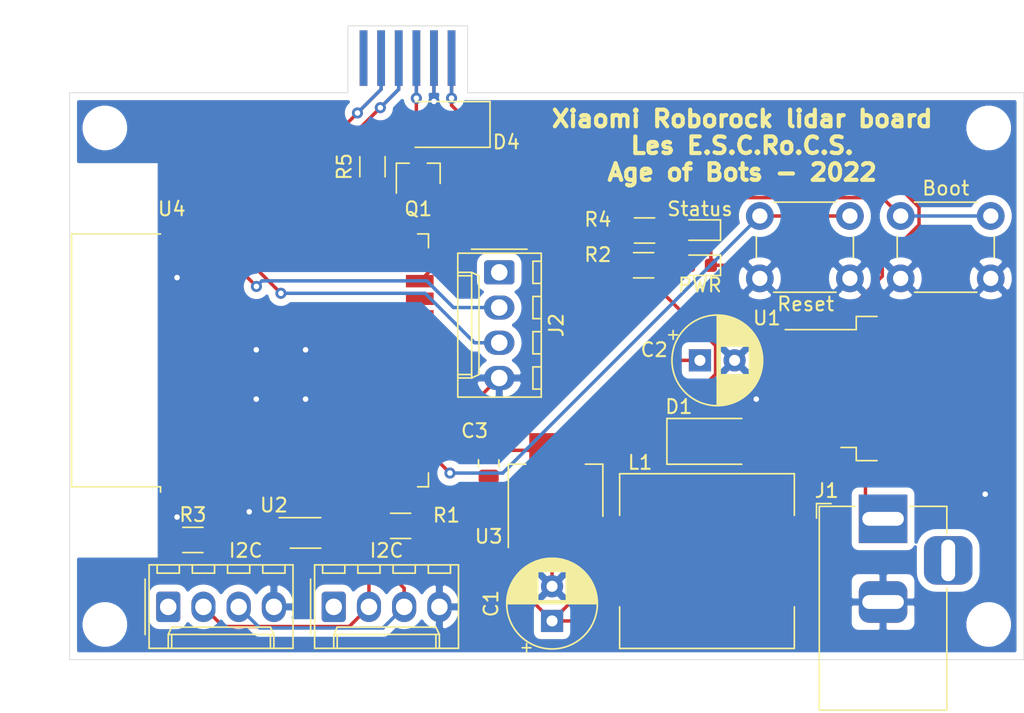
<source format=kicad_pcb>
(kicad_pcb (version 20171130) (host pcbnew 5.1.9+dfsg1-1)

  (general
    (thickness 1.6)
    (drawings 10)
    (tracks 175)
    (zones 0)
    (modules 29)
    (nets 52)
  )

  (page A4)
  (layers
    (0 F.Cu signal)
    (31 B.Cu signal)
    (32 B.Adhes user)
    (33 F.Adhes user)
    (34 B.Paste user)
    (35 F.Paste user)
    (36 B.SilkS user)
    (37 F.SilkS user)
    (38 B.Mask user)
    (39 F.Mask user)
    (40 Dwgs.User user)
    (41 Cmts.User user)
    (42 Eco1.User user)
    (43 Eco2.User user)
    (44 Edge.Cuts user)
    (45 Margin user)
    (46 B.CrtYd user)
    (47 F.CrtYd user)
    (48 B.Fab user)
    (49 F.Fab user)
  )

  (setup
    (last_trace_width 0.25)
    (trace_clearance 0.2)
    (zone_clearance 0.508)
    (zone_45_only no)
    (trace_min 0.2)
    (via_size 0.8)
    (via_drill 0.4)
    (via_min_size 0.4)
    (via_min_drill 0.3)
    (uvia_size 0.3)
    (uvia_drill 0.1)
    (uvias_allowed no)
    (uvia_min_size 0.2)
    (uvia_min_drill 0.1)
    (edge_width 0.05)
    (segment_width 0.2)
    (pcb_text_width 0.3)
    (pcb_text_size 1.5 1.5)
    (mod_edge_width 0.12)
    (mod_text_size 1 1)
    (mod_text_width 0.15)
    (pad_size 1.524 1.524)
    (pad_drill 0.762)
    (pad_to_mask_clearance 0)
    (aux_axis_origin 0 0)
    (visible_elements FFFFFF7F)
    (pcbplotparams
      (layerselection 0x010fc_ffffffff)
      (usegerberextensions false)
      (usegerberattributes true)
      (usegerberadvancedattributes true)
      (creategerberjobfile true)
      (excludeedgelayer true)
      (linewidth 0.100000)
      (plotframeref false)
      (viasonmask false)
      (mode 1)
      (useauxorigin false)
      (hpglpennumber 1)
      (hpglpenspeed 20)
      (hpglpendiameter 15.000000)
      (psnegative false)
      (psa4output false)
      (plotreference true)
      (plotvalue true)
      (plotinvisibletext false)
      (padsonsilk false)
      (subtractmaskfromsilk false)
      (outputformat 1)
      (mirror false)
      (drillshape 0)
      (scaleselection 1)
      (outputdirectory "output/"))
  )

  (net 0 "")
  (net 1 GND)
  (net 2 +5V)
  (net 3 +3V3)
  (net 4 "Net-(D1-Pad1)")
  (net 5 "Net-(D2-Pad2)")
  (net 6 "Net-(D3-Pad2)")
  (net 7 +12V)
  (net 8 /MOT-)
  (net 9 /UART_MOSI)
  (net 10 /UART_MISO)
  (net 11 "Net-(J2-Pad1)")
  (net 12 "Net-(J3-Pad1)")
  (net 13 "Net-(J3-Pad2)")
  (net 14 "Net-(J3-Pad3)")
  (net 15 "Net-(J4-Pad1)")
  (net 16 "Net-(J5-Pad11)")
  (net 17 "Net-(J5-Pad12)")
  (net 18 /LDS_TX)
  (net 19 "Net-(Q1-Pad1)")
  (net 20 "Net-(R1-Pad2)")
  (net 21 "Net-(R3-Pad2)")
  (net 22 "Net-(R4-Pad1)")
  (net 23 /MOT_PWM)
  (net 24 "Net-(SW2-Pad1)")
  (net 25 /I2C_SCL)
  (net 26 /I2C_SDA)
  (net 27 "Net-(U4-Pad4)")
  (net 28 "Net-(U4-Pad5)")
  (net 29 "Net-(U4-Pad6)")
  (net 30 "Net-(U4-Pad7)")
  (net 31 "Net-(U4-Pad10)")
  (net 32 "Net-(U4-Pad11)")
  (net 33 "Net-(U4-Pad12)")
  (net 34 "Net-(U4-Pad13)")
  (net 35 "Net-(U4-Pad14)")
  (net 36 "Net-(U4-Pad17)")
  (net 37 "Net-(U4-Pad18)")
  (net 38 "Net-(U4-Pad19)")
  (net 39 "Net-(U4-Pad20)")
  (net 40 "Net-(U4-Pad21)")
  (net 41 "Net-(U4-Pad22)")
  (net 42 "Net-(U4-Pad23)")
  (net 43 "Net-(U4-Pad28)")
  (net 44 "Net-(U4-Pad29)")
  (net 45 "Net-(U4-Pad30)")
  (net 46 "Net-(U4-Pad31)")
  (net 47 "Net-(U4-Pad32)")
  (net 48 "Net-(U4-Pad37)")
  (net 49 "Net-(U4-Pad16)")
  (net 50 "Net-(U4-Pad33)")
  (net 51 "Net-(U4-Pad36)")

  (net_class Default "This is the default net class."
    (clearance 0.2)
    (trace_width 0.25)
    (via_dia 0.8)
    (via_drill 0.4)
    (uvia_dia 0.3)
    (uvia_drill 0.1)
    (add_net +12V)
    (add_net +3V3)
    (add_net +5V)
    (add_net /I2C_SCL)
    (add_net /I2C_SDA)
    (add_net /LDS_TX)
    (add_net /MOT-)
    (add_net /MOT_PWM)
    (add_net /UART_MISO)
    (add_net /UART_MOSI)
    (add_net GND)
    (add_net "Net-(D1-Pad1)")
    (add_net "Net-(D2-Pad2)")
    (add_net "Net-(D3-Pad2)")
    (add_net "Net-(J2-Pad1)")
    (add_net "Net-(J3-Pad1)")
    (add_net "Net-(J3-Pad2)")
    (add_net "Net-(J3-Pad3)")
    (add_net "Net-(J4-Pad1)")
    (add_net "Net-(J5-Pad11)")
    (add_net "Net-(J5-Pad12)")
    (add_net "Net-(Q1-Pad1)")
    (add_net "Net-(R1-Pad2)")
    (add_net "Net-(R3-Pad2)")
    (add_net "Net-(R4-Pad1)")
    (add_net "Net-(SW2-Pad1)")
    (add_net "Net-(U4-Pad10)")
    (add_net "Net-(U4-Pad11)")
    (add_net "Net-(U4-Pad12)")
    (add_net "Net-(U4-Pad13)")
    (add_net "Net-(U4-Pad14)")
    (add_net "Net-(U4-Pad16)")
    (add_net "Net-(U4-Pad17)")
    (add_net "Net-(U4-Pad18)")
    (add_net "Net-(U4-Pad19)")
    (add_net "Net-(U4-Pad20)")
    (add_net "Net-(U4-Pad21)")
    (add_net "Net-(U4-Pad22)")
    (add_net "Net-(U4-Pad23)")
    (add_net "Net-(U4-Pad28)")
    (add_net "Net-(U4-Pad29)")
    (add_net "Net-(U4-Pad30)")
    (add_net "Net-(U4-Pad31)")
    (add_net "Net-(U4-Pad32)")
    (add_net "Net-(U4-Pad33)")
    (add_net "Net-(U4-Pad36)")
    (add_net "Net-(U4-Pad37)")
    (add_net "Net-(U4-Pad4)")
    (add_net "Net-(U4-Pad5)")
    (add_net "Net-(U4-Pad6)")
    (add_net "Net-(U4-Pad7)")
  )

  (module MountingHole:MountingHole_2.2mm_M2 (layer F.Cu) (tedit 56D1B4CB) (tstamp 618DC6C6)
    (at 135.128 77.978)
    (descr "Mounting Hole 2.2mm, no annular, M2")
    (tags "mounting hole 2.2mm no annular m2")
    (attr virtual)
    (fp_text reference REF** (at 0 -3.2) (layer F.SilkS) hide
      (effects (font (size 1 1) (thickness 0.15)))
    )
    (fp_text value MountingHole_2.2mm_M2 (at 0 3.2) (layer F.Fab) hide
      (effects (font (size 1 1) (thickness 0.15)))
    )
    (fp_circle (center 0 0) (end 2.45 0) (layer F.CrtYd) (width 0.05))
    (fp_circle (center 0 0) (end 2.2 0) (layer Cmts.User) (width 0.15))
    (fp_text user %R (at 0.3 0) (layer F.Fab)
      (effects (font (size 1 1) (thickness 0.15)))
    )
    (pad 1 np_thru_hole circle (at 0 0) (size 2.2 2.2) (drill 2.2) (layers *.Cu *.Mask))
  )

  (module MountingHole:MountingHole_2.2mm_M2 (layer F.Cu) (tedit 56D1B4CB) (tstamp 618DC6A9)
    (at 198.882 77.978)
    (descr "Mounting Hole 2.2mm, no annular, M2")
    (tags "mounting hole 2.2mm no annular m2")
    (attr virtual)
    (fp_text reference REF** (at 0 -3.2) (layer F.SilkS) hide
      (effects (font (size 1 1) (thickness 0.15)))
    )
    (fp_text value MountingHole_2.2mm_M2 (at 0 3.2) (layer F.Fab) hide
      (effects (font (size 1 1) (thickness 0.15)))
    )
    (fp_circle (center 0 0) (end 2.45 0) (layer F.CrtYd) (width 0.05))
    (fp_circle (center 0 0) (end 2.2 0) (layer Cmts.User) (width 0.15))
    (fp_text user %R (at 0.3 0) (layer F.Fab)
      (effects (font (size 1 1) (thickness 0.15)))
    )
    (pad 1 np_thru_hole circle (at 0 0) (size 2.2 2.2) (drill 2.2) (layers *.Cu *.Mask))
  )

  (module MountingHole:MountingHole_2.2mm_M2 (layer F.Cu) (tedit 56D1B4CB) (tstamp 618DB323)
    (at 135.128 113.792)
    (descr "Mounting Hole 2.2mm, no annular, M2")
    (tags "mounting hole 2.2mm no annular m2")
    (attr virtual)
    (fp_text reference REF** (at 0 -3.2) (layer F.SilkS) hide
      (effects (font (size 1 1) (thickness 0.15)))
    )
    (fp_text value MountingHole_2.2mm_M2 (at 0 3.2) (layer F.Fab) hide
      (effects (font (size 1 1) (thickness 0.15)))
    )
    (fp_circle (center 0 0) (end 2.45 0) (layer F.CrtYd) (width 0.05))
    (fp_circle (center 0 0) (end 2.2 0) (layer Cmts.User) (width 0.15))
    (fp_text user %R (at 0.3 0) (layer F.Fab)
      (effects (font (size 1 1) (thickness 0.15)))
    )
    (pad 1 np_thru_hole circle (at 0 0) (size 2.2 2.2) (drill 2.2) (layers *.Cu *.Mask))
  )

  (module MountingHole:MountingHole_2.2mm_M2 (layer F.Cu) (tedit 56D1B4CB) (tstamp 618DB306)
    (at 198.882 113.792)
    (descr "Mounting Hole 2.2mm, no annular, M2")
    (tags "mounting hole 2.2mm no annular m2")
    (attr virtual)
    (fp_text reference REF** (at 0 -3.2) (layer F.SilkS) hide
      (effects (font (size 1 1) (thickness 0.15)))
    )
    (fp_text value MountingHole_2.2mm_M2 (at 0 3.2) (layer F.Fab) hide
      (effects (font (size 1 1) (thickness 0.15)))
    )
    (fp_circle (center 0 0) (end 2.45 0) (layer F.CrtYd) (width 0.05))
    (fp_circle (center 0 0) (end 2.2 0) (layer Cmts.User) (width 0.15))
    (fp_text user %R (at 0.3 0) (layer F.Fab)
      (effects (font (size 1 1) (thickness 0.15)))
    )
    (pad 1 np_thru_hole circle (at 0 0) (size 2.2 2.2) (drill 2.2) (layers *.Cu *.Mask))
  )

  (module Capacitor_THT:CP_Radial_D6.3mm_P2.50mm (layer F.Cu) (tedit 5AE50EF0) (tstamp 618D9D48)
    (at 167.386 113.538 90)
    (descr "CP, Radial series, Radial, pin pitch=2.50mm, , diameter=6.3mm, Electrolytic Capacitor")
    (tags "CP Radial series Radial pin pitch 2.50mm  diameter 6.3mm Electrolytic Capacitor")
    (path /618F2216)
    (fp_text reference C1 (at 1.25 -4.4 90) (layer F.SilkS)
      (effects (font (size 1 1) (thickness 0.15)))
    )
    (fp_text value 10u (at 1.25 4.4 90) (layer F.Fab)
      (effects (font (size 1 1) (thickness 0.15)))
    )
    (fp_line (start -1.935241 -2.154) (end -1.935241 -1.524) (layer F.SilkS) (width 0.12))
    (fp_line (start -2.250241 -1.839) (end -1.620241 -1.839) (layer F.SilkS) (width 0.12))
    (fp_line (start 4.491 -0.402) (end 4.491 0.402) (layer F.SilkS) (width 0.12))
    (fp_line (start 4.451 -0.633) (end 4.451 0.633) (layer F.SilkS) (width 0.12))
    (fp_line (start 4.411 -0.802) (end 4.411 0.802) (layer F.SilkS) (width 0.12))
    (fp_line (start 4.371 -0.94) (end 4.371 0.94) (layer F.SilkS) (width 0.12))
    (fp_line (start 4.331 -1.059) (end 4.331 1.059) (layer F.SilkS) (width 0.12))
    (fp_line (start 4.291 -1.165) (end 4.291 1.165) (layer F.SilkS) (width 0.12))
    (fp_line (start 4.251 -1.262) (end 4.251 1.262) (layer F.SilkS) (width 0.12))
    (fp_line (start 4.211 -1.35) (end 4.211 1.35) (layer F.SilkS) (width 0.12))
    (fp_line (start 4.171 -1.432) (end 4.171 1.432) (layer F.SilkS) (width 0.12))
    (fp_line (start 4.131 -1.509) (end 4.131 1.509) (layer F.SilkS) (width 0.12))
    (fp_line (start 4.091 -1.581) (end 4.091 1.581) (layer F.SilkS) (width 0.12))
    (fp_line (start 4.051 -1.65) (end 4.051 1.65) (layer F.SilkS) (width 0.12))
    (fp_line (start 4.011 -1.714) (end 4.011 1.714) (layer F.SilkS) (width 0.12))
    (fp_line (start 3.971 -1.776) (end 3.971 1.776) (layer F.SilkS) (width 0.12))
    (fp_line (start 3.931 -1.834) (end 3.931 1.834) (layer F.SilkS) (width 0.12))
    (fp_line (start 3.891 -1.89) (end 3.891 1.89) (layer F.SilkS) (width 0.12))
    (fp_line (start 3.851 -1.944) (end 3.851 1.944) (layer F.SilkS) (width 0.12))
    (fp_line (start 3.811 -1.995) (end 3.811 1.995) (layer F.SilkS) (width 0.12))
    (fp_line (start 3.771 -2.044) (end 3.771 2.044) (layer F.SilkS) (width 0.12))
    (fp_line (start 3.731 -2.092) (end 3.731 2.092) (layer F.SilkS) (width 0.12))
    (fp_line (start 3.691 -2.137) (end 3.691 2.137) (layer F.SilkS) (width 0.12))
    (fp_line (start 3.651 -2.182) (end 3.651 2.182) (layer F.SilkS) (width 0.12))
    (fp_line (start 3.611 -2.224) (end 3.611 2.224) (layer F.SilkS) (width 0.12))
    (fp_line (start 3.571 -2.265) (end 3.571 2.265) (layer F.SilkS) (width 0.12))
    (fp_line (start 3.531 1.04) (end 3.531 2.305) (layer F.SilkS) (width 0.12))
    (fp_line (start 3.531 -2.305) (end 3.531 -1.04) (layer F.SilkS) (width 0.12))
    (fp_line (start 3.491 1.04) (end 3.491 2.343) (layer F.SilkS) (width 0.12))
    (fp_line (start 3.491 -2.343) (end 3.491 -1.04) (layer F.SilkS) (width 0.12))
    (fp_line (start 3.451 1.04) (end 3.451 2.38) (layer F.SilkS) (width 0.12))
    (fp_line (start 3.451 -2.38) (end 3.451 -1.04) (layer F.SilkS) (width 0.12))
    (fp_line (start 3.411 1.04) (end 3.411 2.416) (layer F.SilkS) (width 0.12))
    (fp_line (start 3.411 -2.416) (end 3.411 -1.04) (layer F.SilkS) (width 0.12))
    (fp_line (start 3.371 1.04) (end 3.371 2.45) (layer F.SilkS) (width 0.12))
    (fp_line (start 3.371 -2.45) (end 3.371 -1.04) (layer F.SilkS) (width 0.12))
    (fp_line (start 3.331 1.04) (end 3.331 2.484) (layer F.SilkS) (width 0.12))
    (fp_line (start 3.331 -2.484) (end 3.331 -1.04) (layer F.SilkS) (width 0.12))
    (fp_line (start 3.291 1.04) (end 3.291 2.516) (layer F.SilkS) (width 0.12))
    (fp_line (start 3.291 -2.516) (end 3.291 -1.04) (layer F.SilkS) (width 0.12))
    (fp_line (start 3.251 1.04) (end 3.251 2.548) (layer F.SilkS) (width 0.12))
    (fp_line (start 3.251 -2.548) (end 3.251 -1.04) (layer F.SilkS) (width 0.12))
    (fp_line (start 3.211 1.04) (end 3.211 2.578) (layer F.SilkS) (width 0.12))
    (fp_line (start 3.211 -2.578) (end 3.211 -1.04) (layer F.SilkS) (width 0.12))
    (fp_line (start 3.171 1.04) (end 3.171 2.607) (layer F.SilkS) (width 0.12))
    (fp_line (start 3.171 -2.607) (end 3.171 -1.04) (layer F.SilkS) (width 0.12))
    (fp_line (start 3.131 1.04) (end 3.131 2.636) (layer F.SilkS) (width 0.12))
    (fp_line (start 3.131 -2.636) (end 3.131 -1.04) (layer F.SilkS) (width 0.12))
    (fp_line (start 3.091 1.04) (end 3.091 2.664) (layer F.SilkS) (width 0.12))
    (fp_line (start 3.091 -2.664) (end 3.091 -1.04) (layer F.SilkS) (width 0.12))
    (fp_line (start 3.051 1.04) (end 3.051 2.69) (layer F.SilkS) (width 0.12))
    (fp_line (start 3.051 -2.69) (end 3.051 -1.04) (layer F.SilkS) (width 0.12))
    (fp_line (start 3.011 1.04) (end 3.011 2.716) (layer F.SilkS) (width 0.12))
    (fp_line (start 3.011 -2.716) (end 3.011 -1.04) (layer F.SilkS) (width 0.12))
    (fp_line (start 2.971 1.04) (end 2.971 2.742) (layer F.SilkS) (width 0.12))
    (fp_line (start 2.971 -2.742) (end 2.971 -1.04) (layer F.SilkS) (width 0.12))
    (fp_line (start 2.931 1.04) (end 2.931 2.766) (layer F.SilkS) (width 0.12))
    (fp_line (start 2.931 -2.766) (end 2.931 -1.04) (layer F.SilkS) (width 0.12))
    (fp_line (start 2.891 1.04) (end 2.891 2.79) (layer F.SilkS) (width 0.12))
    (fp_line (start 2.891 -2.79) (end 2.891 -1.04) (layer F.SilkS) (width 0.12))
    (fp_line (start 2.851 1.04) (end 2.851 2.812) (layer F.SilkS) (width 0.12))
    (fp_line (start 2.851 -2.812) (end 2.851 -1.04) (layer F.SilkS) (width 0.12))
    (fp_line (start 2.811 1.04) (end 2.811 2.834) (layer F.SilkS) (width 0.12))
    (fp_line (start 2.811 -2.834) (end 2.811 -1.04) (layer F.SilkS) (width 0.12))
    (fp_line (start 2.771 1.04) (end 2.771 2.856) (layer F.SilkS) (width 0.12))
    (fp_line (start 2.771 -2.856) (end 2.771 -1.04) (layer F.SilkS) (width 0.12))
    (fp_line (start 2.731 1.04) (end 2.731 2.876) (layer F.SilkS) (width 0.12))
    (fp_line (start 2.731 -2.876) (end 2.731 -1.04) (layer F.SilkS) (width 0.12))
    (fp_line (start 2.691 1.04) (end 2.691 2.896) (layer F.SilkS) (width 0.12))
    (fp_line (start 2.691 -2.896) (end 2.691 -1.04) (layer F.SilkS) (width 0.12))
    (fp_line (start 2.651 1.04) (end 2.651 2.916) (layer F.SilkS) (width 0.12))
    (fp_line (start 2.651 -2.916) (end 2.651 -1.04) (layer F.SilkS) (width 0.12))
    (fp_line (start 2.611 1.04) (end 2.611 2.934) (layer F.SilkS) (width 0.12))
    (fp_line (start 2.611 -2.934) (end 2.611 -1.04) (layer F.SilkS) (width 0.12))
    (fp_line (start 2.571 1.04) (end 2.571 2.952) (layer F.SilkS) (width 0.12))
    (fp_line (start 2.571 -2.952) (end 2.571 -1.04) (layer F.SilkS) (width 0.12))
    (fp_line (start 2.531 1.04) (end 2.531 2.97) (layer F.SilkS) (width 0.12))
    (fp_line (start 2.531 -2.97) (end 2.531 -1.04) (layer F.SilkS) (width 0.12))
    (fp_line (start 2.491 1.04) (end 2.491 2.986) (layer F.SilkS) (width 0.12))
    (fp_line (start 2.491 -2.986) (end 2.491 -1.04) (layer F.SilkS) (width 0.12))
    (fp_line (start 2.451 1.04) (end 2.451 3.002) (layer F.SilkS) (width 0.12))
    (fp_line (start 2.451 -3.002) (end 2.451 -1.04) (layer F.SilkS) (width 0.12))
    (fp_line (start 2.411 1.04) (end 2.411 3.018) (layer F.SilkS) (width 0.12))
    (fp_line (start 2.411 -3.018) (end 2.411 -1.04) (layer F.SilkS) (width 0.12))
    (fp_line (start 2.371 1.04) (end 2.371 3.033) (layer F.SilkS) (width 0.12))
    (fp_line (start 2.371 -3.033) (end 2.371 -1.04) (layer F.SilkS) (width 0.12))
    (fp_line (start 2.331 1.04) (end 2.331 3.047) (layer F.SilkS) (width 0.12))
    (fp_line (start 2.331 -3.047) (end 2.331 -1.04) (layer F.SilkS) (width 0.12))
    (fp_line (start 2.291 1.04) (end 2.291 3.061) (layer F.SilkS) (width 0.12))
    (fp_line (start 2.291 -3.061) (end 2.291 -1.04) (layer F.SilkS) (width 0.12))
    (fp_line (start 2.251 1.04) (end 2.251 3.074) (layer F.SilkS) (width 0.12))
    (fp_line (start 2.251 -3.074) (end 2.251 -1.04) (layer F.SilkS) (width 0.12))
    (fp_line (start 2.211 1.04) (end 2.211 3.086) (layer F.SilkS) (width 0.12))
    (fp_line (start 2.211 -3.086) (end 2.211 -1.04) (layer F.SilkS) (width 0.12))
    (fp_line (start 2.171 1.04) (end 2.171 3.098) (layer F.SilkS) (width 0.12))
    (fp_line (start 2.171 -3.098) (end 2.171 -1.04) (layer F.SilkS) (width 0.12))
    (fp_line (start 2.131 1.04) (end 2.131 3.11) (layer F.SilkS) (width 0.12))
    (fp_line (start 2.131 -3.11) (end 2.131 -1.04) (layer F.SilkS) (width 0.12))
    (fp_line (start 2.091 1.04) (end 2.091 3.121) (layer F.SilkS) (width 0.12))
    (fp_line (start 2.091 -3.121) (end 2.091 -1.04) (layer F.SilkS) (width 0.12))
    (fp_line (start 2.051 1.04) (end 2.051 3.131) (layer F.SilkS) (width 0.12))
    (fp_line (start 2.051 -3.131) (end 2.051 -1.04) (layer F.SilkS) (width 0.12))
    (fp_line (start 2.011 1.04) (end 2.011 3.141) (layer F.SilkS) (width 0.12))
    (fp_line (start 2.011 -3.141) (end 2.011 -1.04) (layer F.SilkS) (width 0.12))
    (fp_line (start 1.971 1.04) (end 1.971 3.15) (layer F.SilkS) (width 0.12))
    (fp_line (start 1.971 -3.15) (end 1.971 -1.04) (layer F.SilkS) (width 0.12))
    (fp_line (start 1.93 1.04) (end 1.93 3.159) (layer F.SilkS) (width 0.12))
    (fp_line (start 1.93 -3.159) (end 1.93 -1.04) (layer F.SilkS) (width 0.12))
    (fp_line (start 1.89 1.04) (end 1.89 3.167) (layer F.SilkS) (width 0.12))
    (fp_line (start 1.89 -3.167) (end 1.89 -1.04) (layer F.SilkS) (width 0.12))
    (fp_line (start 1.85 1.04) (end 1.85 3.175) (layer F.SilkS) (width 0.12))
    (fp_line (start 1.85 -3.175) (end 1.85 -1.04) (layer F.SilkS) (width 0.12))
    (fp_line (start 1.81 1.04) (end 1.81 3.182) (layer F.SilkS) (width 0.12))
    (fp_line (start 1.81 -3.182) (end 1.81 -1.04) (layer F.SilkS) (width 0.12))
    (fp_line (start 1.77 1.04) (end 1.77 3.189) (layer F.SilkS) (width 0.12))
    (fp_line (start 1.77 -3.189) (end 1.77 -1.04) (layer F.SilkS) (width 0.12))
    (fp_line (start 1.73 1.04) (end 1.73 3.195) (layer F.SilkS) (width 0.12))
    (fp_line (start 1.73 -3.195) (end 1.73 -1.04) (layer F.SilkS) (width 0.12))
    (fp_line (start 1.69 1.04) (end 1.69 3.201) (layer F.SilkS) (width 0.12))
    (fp_line (start 1.69 -3.201) (end 1.69 -1.04) (layer F.SilkS) (width 0.12))
    (fp_line (start 1.65 1.04) (end 1.65 3.206) (layer F.SilkS) (width 0.12))
    (fp_line (start 1.65 -3.206) (end 1.65 -1.04) (layer F.SilkS) (width 0.12))
    (fp_line (start 1.61 1.04) (end 1.61 3.211) (layer F.SilkS) (width 0.12))
    (fp_line (start 1.61 -3.211) (end 1.61 -1.04) (layer F.SilkS) (width 0.12))
    (fp_line (start 1.57 1.04) (end 1.57 3.215) (layer F.SilkS) (width 0.12))
    (fp_line (start 1.57 -3.215) (end 1.57 -1.04) (layer F.SilkS) (width 0.12))
    (fp_line (start 1.53 1.04) (end 1.53 3.218) (layer F.SilkS) (width 0.12))
    (fp_line (start 1.53 -3.218) (end 1.53 -1.04) (layer F.SilkS) (width 0.12))
    (fp_line (start 1.49 1.04) (end 1.49 3.222) (layer F.SilkS) (width 0.12))
    (fp_line (start 1.49 -3.222) (end 1.49 -1.04) (layer F.SilkS) (width 0.12))
    (fp_line (start 1.45 -3.224) (end 1.45 3.224) (layer F.SilkS) (width 0.12))
    (fp_line (start 1.41 -3.227) (end 1.41 3.227) (layer F.SilkS) (width 0.12))
    (fp_line (start 1.37 -3.228) (end 1.37 3.228) (layer F.SilkS) (width 0.12))
    (fp_line (start 1.33 -3.23) (end 1.33 3.23) (layer F.SilkS) (width 0.12))
    (fp_line (start 1.29 -3.23) (end 1.29 3.23) (layer F.SilkS) (width 0.12))
    (fp_line (start 1.25 -3.23) (end 1.25 3.23) (layer F.SilkS) (width 0.12))
    (fp_line (start -1.128972 -1.6885) (end -1.128972 -1.0585) (layer F.Fab) (width 0.1))
    (fp_line (start -1.443972 -1.3735) (end -0.813972 -1.3735) (layer F.Fab) (width 0.1))
    (fp_circle (center 1.25 0) (end 4.65 0) (layer F.CrtYd) (width 0.05))
    (fp_circle (center 1.25 0) (end 4.52 0) (layer F.SilkS) (width 0.12))
    (fp_circle (center 1.25 0) (end 4.4 0) (layer F.Fab) (width 0.1))
    (fp_text user %R (at 1.25 0 90) (layer F.Fab)
      (effects (font (size 1 1) (thickness 0.15)))
    )
    (pad 2 thru_hole circle (at 2.5 0 90) (size 1.6 1.6) (drill 0.8) (layers *.Cu *.Mask)
      (net 1 GND))
    (pad 1 thru_hole rect (at 0 0 90) (size 1.6 1.6) (drill 0.8) (layers *.Cu *.Mask)
      (net 2 +5V))
    (model ${KISYS3DMOD}/Capacitor_THT.3dshapes/CP_Radial_D6.3mm_P2.50mm.wrl
      (at (xyz 0 0 0))
      (scale (xyz 1 1 1))
      (rotate (xyz 0 0 0))
    )
  )

  (module Capacitor_THT:CP_Radial_D6.3mm_P2.50mm (layer F.Cu) (tedit 5AE50EF0) (tstamp 618D9DDC)
    (at 178.054 94.742)
    (descr "CP, Radial series, Radial, pin pitch=2.50mm, , diameter=6.3mm, Electrolytic Capacitor")
    (tags "CP Radial series Radial pin pitch 2.50mm  diameter 6.3mm Electrolytic Capacitor")
    (path /61909C63)
    (fp_text reference C2 (at -3.302 -0.762) (layer F.SilkS)
      (effects (font (size 1 1) (thickness 0.15)))
    )
    (fp_text value 10u (at -3.302 1.016) (layer F.Fab)
      (effects (font (size 1 1) (thickness 0.15)))
    )
    (fp_circle (center 1.25 0) (end 4.4 0) (layer F.Fab) (width 0.1))
    (fp_circle (center 1.25 0) (end 4.52 0) (layer F.SilkS) (width 0.12))
    (fp_circle (center 1.25 0) (end 4.65 0) (layer F.CrtYd) (width 0.05))
    (fp_line (start -1.443972 -1.3735) (end -0.813972 -1.3735) (layer F.Fab) (width 0.1))
    (fp_line (start -1.128972 -1.6885) (end -1.128972 -1.0585) (layer F.Fab) (width 0.1))
    (fp_line (start 1.25 -3.23) (end 1.25 3.23) (layer F.SilkS) (width 0.12))
    (fp_line (start 1.29 -3.23) (end 1.29 3.23) (layer F.SilkS) (width 0.12))
    (fp_line (start 1.33 -3.23) (end 1.33 3.23) (layer F.SilkS) (width 0.12))
    (fp_line (start 1.37 -3.228) (end 1.37 3.228) (layer F.SilkS) (width 0.12))
    (fp_line (start 1.41 -3.227) (end 1.41 3.227) (layer F.SilkS) (width 0.12))
    (fp_line (start 1.45 -3.224) (end 1.45 3.224) (layer F.SilkS) (width 0.12))
    (fp_line (start 1.49 -3.222) (end 1.49 -1.04) (layer F.SilkS) (width 0.12))
    (fp_line (start 1.49 1.04) (end 1.49 3.222) (layer F.SilkS) (width 0.12))
    (fp_line (start 1.53 -3.218) (end 1.53 -1.04) (layer F.SilkS) (width 0.12))
    (fp_line (start 1.53 1.04) (end 1.53 3.218) (layer F.SilkS) (width 0.12))
    (fp_line (start 1.57 -3.215) (end 1.57 -1.04) (layer F.SilkS) (width 0.12))
    (fp_line (start 1.57 1.04) (end 1.57 3.215) (layer F.SilkS) (width 0.12))
    (fp_line (start 1.61 -3.211) (end 1.61 -1.04) (layer F.SilkS) (width 0.12))
    (fp_line (start 1.61 1.04) (end 1.61 3.211) (layer F.SilkS) (width 0.12))
    (fp_line (start 1.65 -3.206) (end 1.65 -1.04) (layer F.SilkS) (width 0.12))
    (fp_line (start 1.65 1.04) (end 1.65 3.206) (layer F.SilkS) (width 0.12))
    (fp_line (start 1.69 -3.201) (end 1.69 -1.04) (layer F.SilkS) (width 0.12))
    (fp_line (start 1.69 1.04) (end 1.69 3.201) (layer F.SilkS) (width 0.12))
    (fp_line (start 1.73 -3.195) (end 1.73 -1.04) (layer F.SilkS) (width 0.12))
    (fp_line (start 1.73 1.04) (end 1.73 3.195) (layer F.SilkS) (width 0.12))
    (fp_line (start 1.77 -3.189) (end 1.77 -1.04) (layer F.SilkS) (width 0.12))
    (fp_line (start 1.77 1.04) (end 1.77 3.189) (layer F.SilkS) (width 0.12))
    (fp_line (start 1.81 -3.182) (end 1.81 -1.04) (layer F.SilkS) (width 0.12))
    (fp_line (start 1.81 1.04) (end 1.81 3.182) (layer F.SilkS) (width 0.12))
    (fp_line (start 1.85 -3.175) (end 1.85 -1.04) (layer F.SilkS) (width 0.12))
    (fp_line (start 1.85 1.04) (end 1.85 3.175) (layer F.SilkS) (width 0.12))
    (fp_line (start 1.89 -3.167) (end 1.89 -1.04) (layer F.SilkS) (width 0.12))
    (fp_line (start 1.89 1.04) (end 1.89 3.167) (layer F.SilkS) (width 0.12))
    (fp_line (start 1.93 -3.159) (end 1.93 -1.04) (layer F.SilkS) (width 0.12))
    (fp_line (start 1.93 1.04) (end 1.93 3.159) (layer F.SilkS) (width 0.12))
    (fp_line (start 1.971 -3.15) (end 1.971 -1.04) (layer F.SilkS) (width 0.12))
    (fp_line (start 1.971 1.04) (end 1.971 3.15) (layer F.SilkS) (width 0.12))
    (fp_line (start 2.011 -3.141) (end 2.011 -1.04) (layer F.SilkS) (width 0.12))
    (fp_line (start 2.011 1.04) (end 2.011 3.141) (layer F.SilkS) (width 0.12))
    (fp_line (start 2.051 -3.131) (end 2.051 -1.04) (layer F.SilkS) (width 0.12))
    (fp_line (start 2.051 1.04) (end 2.051 3.131) (layer F.SilkS) (width 0.12))
    (fp_line (start 2.091 -3.121) (end 2.091 -1.04) (layer F.SilkS) (width 0.12))
    (fp_line (start 2.091 1.04) (end 2.091 3.121) (layer F.SilkS) (width 0.12))
    (fp_line (start 2.131 -3.11) (end 2.131 -1.04) (layer F.SilkS) (width 0.12))
    (fp_line (start 2.131 1.04) (end 2.131 3.11) (layer F.SilkS) (width 0.12))
    (fp_line (start 2.171 -3.098) (end 2.171 -1.04) (layer F.SilkS) (width 0.12))
    (fp_line (start 2.171 1.04) (end 2.171 3.098) (layer F.SilkS) (width 0.12))
    (fp_line (start 2.211 -3.086) (end 2.211 -1.04) (layer F.SilkS) (width 0.12))
    (fp_line (start 2.211 1.04) (end 2.211 3.086) (layer F.SilkS) (width 0.12))
    (fp_line (start 2.251 -3.074) (end 2.251 -1.04) (layer F.SilkS) (width 0.12))
    (fp_line (start 2.251 1.04) (end 2.251 3.074) (layer F.SilkS) (width 0.12))
    (fp_line (start 2.291 -3.061) (end 2.291 -1.04) (layer F.SilkS) (width 0.12))
    (fp_line (start 2.291 1.04) (end 2.291 3.061) (layer F.SilkS) (width 0.12))
    (fp_line (start 2.331 -3.047) (end 2.331 -1.04) (layer F.SilkS) (width 0.12))
    (fp_line (start 2.331 1.04) (end 2.331 3.047) (layer F.SilkS) (width 0.12))
    (fp_line (start 2.371 -3.033) (end 2.371 -1.04) (layer F.SilkS) (width 0.12))
    (fp_line (start 2.371 1.04) (end 2.371 3.033) (layer F.SilkS) (width 0.12))
    (fp_line (start 2.411 -3.018) (end 2.411 -1.04) (layer F.SilkS) (width 0.12))
    (fp_line (start 2.411 1.04) (end 2.411 3.018) (layer F.SilkS) (width 0.12))
    (fp_line (start 2.451 -3.002) (end 2.451 -1.04) (layer F.SilkS) (width 0.12))
    (fp_line (start 2.451 1.04) (end 2.451 3.002) (layer F.SilkS) (width 0.12))
    (fp_line (start 2.491 -2.986) (end 2.491 -1.04) (layer F.SilkS) (width 0.12))
    (fp_line (start 2.491 1.04) (end 2.491 2.986) (layer F.SilkS) (width 0.12))
    (fp_line (start 2.531 -2.97) (end 2.531 -1.04) (layer F.SilkS) (width 0.12))
    (fp_line (start 2.531 1.04) (end 2.531 2.97) (layer F.SilkS) (width 0.12))
    (fp_line (start 2.571 -2.952) (end 2.571 -1.04) (layer F.SilkS) (width 0.12))
    (fp_line (start 2.571 1.04) (end 2.571 2.952) (layer F.SilkS) (width 0.12))
    (fp_line (start 2.611 -2.934) (end 2.611 -1.04) (layer F.SilkS) (width 0.12))
    (fp_line (start 2.611 1.04) (end 2.611 2.934) (layer F.SilkS) (width 0.12))
    (fp_line (start 2.651 -2.916) (end 2.651 -1.04) (layer F.SilkS) (width 0.12))
    (fp_line (start 2.651 1.04) (end 2.651 2.916) (layer F.SilkS) (width 0.12))
    (fp_line (start 2.691 -2.896) (end 2.691 -1.04) (layer F.SilkS) (width 0.12))
    (fp_line (start 2.691 1.04) (end 2.691 2.896) (layer F.SilkS) (width 0.12))
    (fp_line (start 2.731 -2.876) (end 2.731 -1.04) (layer F.SilkS) (width 0.12))
    (fp_line (start 2.731 1.04) (end 2.731 2.876) (layer F.SilkS) (width 0.12))
    (fp_line (start 2.771 -2.856) (end 2.771 -1.04) (layer F.SilkS) (width 0.12))
    (fp_line (start 2.771 1.04) (end 2.771 2.856) (layer F.SilkS) (width 0.12))
    (fp_line (start 2.811 -2.834) (end 2.811 -1.04) (layer F.SilkS) (width 0.12))
    (fp_line (start 2.811 1.04) (end 2.811 2.834) (layer F.SilkS) (width 0.12))
    (fp_line (start 2.851 -2.812) (end 2.851 -1.04) (layer F.SilkS) (width 0.12))
    (fp_line (start 2.851 1.04) (end 2.851 2.812) (layer F.SilkS) (width 0.12))
    (fp_line (start 2.891 -2.79) (end 2.891 -1.04) (layer F.SilkS) (width 0.12))
    (fp_line (start 2.891 1.04) (end 2.891 2.79) (layer F.SilkS) (width 0.12))
    (fp_line (start 2.931 -2.766) (end 2.931 -1.04) (layer F.SilkS) (width 0.12))
    (fp_line (start 2.931 1.04) (end 2.931 2.766) (layer F.SilkS) (width 0.12))
    (fp_line (start 2.971 -2.742) (end 2.971 -1.04) (layer F.SilkS) (width 0.12))
    (fp_line (start 2.971 1.04) (end 2.971 2.742) (layer F.SilkS) (width 0.12))
    (fp_line (start 3.011 -2.716) (end 3.011 -1.04) (layer F.SilkS) (width 0.12))
    (fp_line (start 3.011 1.04) (end 3.011 2.716) (layer F.SilkS) (width 0.12))
    (fp_line (start 3.051 -2.69) (end 3.051 -1.04) (layer F.SilkS) (width 0.12))
    (fp_line (start 3.051 1.04) (end 3.051 2.69) (layer F.SilkS) (width 0.12))
    (fp_line (start 3.091 -2.664) (end 3.091 -1.04) (layer F.SilkS) (width 0.12))
    (fp_line (start 3.091 1.04) (end 3.091 2.664) (layer F.SilkS) (width 0.12))
    (fp_line (start 3.131 -2.636) (end 3.131 -1.04) (layer F.SilkS) (width 0.12))
    (fp_line (start 3.131 1.04) (end 3.131 2.636) (layer F.SilkS) (width 0.12))
    (fp_line (start 3.171 -2.607) (end 3.171 -1.04) (layer F.SilkS) (width 0.12))
    (fp_line (start 3.171 1.04) (end 3.171 2.607) (layer F.SilkS) (width 0.12))
    (fp_line (start 3.211 -2.578) (end 3.211 -1.04) (layer F.SilkS) (width 0.12))
    (fp_line (start 3.211 1.04) (end 3.211 2.578) (layer F.SilkS) (width 0.12))
    (fp_line (start 3.251 -2.548) (end 3.251 -1.04) (layer F.SilkS) (width 0.12))
    (fp_line (start 3.251 1.04) (end 3.251 2.548) (layer F.SilkS) (width 0.12))
    (fp_line (start 3.291 -2.516) (end 3.291 -1.04) (layer F.SilkS) (width 0.12))
    (fp_line (start 3.291 1.04) (end 3.291 2.516) (layer F.SilkS) (width 0.12))
    (fp_line (start 3.331 -2.484) (end 3.331 -1.04) (layer F.SilkS) (width 0.12))
    (fp_line (start 3.331 1.04) (end 3.331 2.484) (layer F.SilkS) (width 0.12))
    (fp_line (start 3.371 -2.45) (end 3.371 -1.04) (layer F.SilkS) (width 0.12))
    (fp_line (start 3.371 1.04) (end 3.371 2.45) (layer F.SilkS) (width 0.12))
    (fp_line (start 3.411 -2.416) (end 3.411 -1.04) (layer F.SilkS) (width 0.12))
    (fp_line (start 3.411 1.04) (end 3.411 2.416) (layer F.SilkS) (width 0.12))
    (fp_line (start 3.451 -2.38) (end 3.451 -1.04) (layer F.SilkS) (width 0.12))
    (fp_line (start 3.451 1.04) (end 3.451 2.38) (layer F.SilkS) (width 0.12))
    (fp_line (start 3.491 -2.343) (end 3.491 -1.04) (layer F.SilkS) (width 0.12))
    (fp_line (start 3.491 1.04) (end 3.491 2.343) (layer F.SilkS) (width 0.12))
    (fp_line (start 3.531 -2.305) (end 3.531 -1.04) (layer F.SilkS) (width 0.12))
    (fp_line (start 3.531 1.04) (end 3.531 2.305) (layer F.SilkS) (width 0.12))
    (fp_line (start 3.571 -2.265) (end 3.571 2.265) (layer F.SilkS) (width 0.12))
    (fp_line (start 3.611 -2.224) (end 3.611 2.224) (layer F.SilkS) (width 0.12))
    (fp_line (start 3.651 -2.182) (end 3.651 2.182) (layer F.SilkS) (width 0.12))
    (fp_line (start 3.691 -2.137) (end 3.691 2.137) (layer F.SilkS) (width 0.12))
    (fp_line (start 3.731 -2.092) (end 3.731 2.092) (layer F.SilkS) (width 0.12))
    (fp_line (start 3.771 -2.044) (end 3.771 2.044) (layer F.SilkS) (width 0.12))
    (fp_line (start 3.811 -1.995) (end 3.811 1.995) (layer F.SilkS) (width 0.12))
    (fp_line (start 3.851 -1.944) (end 3.851 1.944) (layer F.SilkS) (width 0.12))
    (fp_line (start 3.891 -1.89) (end 3.891 1.89) (layer F.SilkS) (width 0.12))
    (fp_line (start 3.931 -1.834) (end 3.931 1.834) (layer F.SilkS) (width 0.12))
    (fp_line (start 3.971 -1.776) (end 3.971 1.776) (layer F.SilkS) (width 0.12))
    (fp_line (start 4.011 -1.714) (end 4.011 1.714) (layer F.SilkS) (width 0.12))
    (fp_line (start 4.051 -1.65) (end 4.051 1.65) (layer F.SilkS) (width 0.12))
    (fp_line (start 4.091 -1.581) (end 4.091 1.581) (layer F.SilkS) (width 0.12))
    (fp_line (start 4.131 -1.509) (end 4.131 1.509) (layer F.SilkS) (width 0.12))
    (fp_line (start 4.171 -1.432) (end 4.171 1.432) (layer F.SilkS) (width 0.12))
    (fp_line (start 4.211 -1.35) (end 4.211 1.35) (layer F.SilkS) (width 0.12))
    (fp_line (start 4.251 -1.262) (end 4.251 1.262) (layer F.SilkS) (width 0.12))
    (fp_line (start 4.291 -1.165) (end 4.291 1.165) (layer F.SilkS) (width 0.12))
    (fp_line (start 4.331 -1.059) (end 4.331 1.059) (layer F.SilkS) (width 0.12))
    (fp_line (start 4.371 -0.94) (end 4.371 0.94) (layer F.SilkS) (width 0.12))
    (fp_line (start 4.411 -0.802) (end 4.411 0.802) (layer F.SilkS) (width 0.12))
    (fp_line (start 4.451 -0.633) (end 4.451 0.633) (layer F.SilkS) (width 0.12))
    (fp_line (start 4.491 -0.402) (end 4.491 0.402) (layer F.SilkS) (width 0.12))
    (fp_line (start -2.250241 -1.839) (end -1.620241 -1.839) (layer F.SilkS) (width 0.12))
    (fp_line (start -1.935241 -2.154) (end -1.935241 -1.524) (layer F.SilkS) (width 0.12))
    (fp_text user %R (at 1.25 0) (layer F.Fab)
      (effects (font (size 1 1) (thickness 0.15)))
    )
    (pad 1 thru_hole rect (at 0 0) (size 1.6 1.6) (drill 0.8) (layers *.Cu *.Mask)
      (net 3 +3V3))
    (pad 2 thru_hole circle (at 2.5 0) (size 1.6 1.6) (drill 0.8) (layers *.Cu *.Mask)
      (net 1 GND))
    (model ${KISYS3DMOD}/Capacitor_THT.3dshapes/CP_Radial_D6.3mm_P2.50mm.wrl
      (at (xyz 0 0 0))
      (scale (xyz 1 1 1))
      (rotate (xyz 0 0 0))
    )
  )

  (module Capacitor_SMD:C_0805_2012Metric (layer F.Cu) (tedit 5F68FEEE) (tstamp 618D9DED)
    (at 162.814 102.174 270)
    (descr "Capacitor SMD 0805 (2012 Metric), square (rectangular) end terminal, IPC_7351 nominal, (Body size source: IPC-SM-782 page 76, https://www.pcb-3d.com/wordpress/wp-content/uploads/ipc-sm-782a_amendment_1_and_2.pdf, https://docs.google.com/spreadsheets/d/1BsfQQcO9C6DZCsRaXUlFlo91Tg2WpOkGARC1WS5S8t0/edit?usp=sharing), generated with kicad-footprint-generator")
    (tags capacitor)
    (path /6190A902)
    (attr smd)
    (fp_text reference C3 (at -2.352 1.016 180) (layer F.SilkS)
      (effects (font (size 1 1) (thickness 0.15)))
    )
    (fp_text value 100n (at 0 1.68 90) (layer F.Fab)
      (effects (font (size 1 1) (thickness 0.15)))
    )
    (fp_line (start -1 0.625) (end -1 -0.625) (layer F.Fab) (width 0.1))
    (fp_line (start -1 -0.625) (end 1 -0.625) (layer F.Fab) (width 0.1))
    (fp_line (start 1 -0.625) (end 1 0.625) (layer F.Fab) (width 0.1))
    (fp_line (start 1 0.625) (end -1 0.625) (layer F.Fab) (width 0.1))
    (fp_line (start -0.261252 -0.735) (end 0.261252 -0.735) (layer F.SilkS) (width 0.12))
    (fp_line (start -0.261252 0.735) (end 0.261252 0.735) (layer F.SilkS) (width 0.12))
    (fp_line (start -1.7 0.98) (end -1.7 -0.98) (layer F.CrtYd) (width 0.05))
    (fp_line (start -1.7 -0.98) (end 1.7 -0.98) (layer F.CrtYd) (width 0.05))
    (fp_line (start 1.7 -0.98) (end 1.7 0.98) (layer F.CrtYd) (width 0.05))
    (fp_line (start 1.7 0.98) (end -1.7 0.98) (layer F.CrtYd) (width 0.05))
    (fp_text user %R (at 0 0 90) (layer F.Fab)
      (effects (font (size 0.5 0.5) (thickness 0.08)))
    )
    (pad 1 smd roundrect (at -0.95 0 270) (size 1 1.45) (layers F.Cu F.Paste F.Mask) (roundrect_rratio 0.25)
      (net 3 +3V3))
    (pad 2 smd roundrect (at 0.95 0 270) (size 1 1.45) (layers F.Cu F.Paste F.Mask) (roundrect_rratio 0.25)
      (net 1 GND))
    (model ${KISYS3DMOD}/Capacitor_SMD.3dshapes/C_0805_2012Metric.wrl
      (at (xyz 0 0 0))
      (scale (xyz 1 1 1))
      (rotate (xyz 0 0 0))
    )
  )

  (module Diode_SMD:D_SMA (layer F.Cu) (tedit 586432E5) (tstamp 618D9E05)
    (at 179.07 100.584)
    (descr "Diode SMA (DO-214AC)")
    (tags "Diode SMA (DO-214AC)")
    (path /618EFE92)
    (attr smd)
    (fp_text reference D1 (at -2.54 -2.5) (layer F.SilkS)
      (effects (font (size 1 1) (thickness 0.15)))
    )
    (fp_text value SS54 (at -0.254 -1.524) (layer F.Fab)
      (effects (font (size 1 1) (thickness 0.15)))
    )
    (fp_line (start -3.4 -1.65) (end 2 -1.65) (layer F.SilkS) (width 0.12))
    (fp_line (start -3.4 1.65) (end 2 1.65) (layer F.SilkS) (width 0.12))
    (fp_line (start -0.64944 0.00102) (end 0.50118 -0.79908) (layer F.Fab) (width 0.1))
    (fp_line (start -0.64944 0.00102) (end 0.50118 0.75032) (layer F.Fab) (width 0.1))
    (fp_line (start 0.50118 0.75032) (end 0.50118 -0.79908) (layer F.Fab) (width 0.1))
    (fp_line (start -0.64944 -0.79908) (end -0.64944 0.80112) (layer F.Fab) (width 0.1))
    (fp_line (start 0.50118 0.00102) (end 1.4994 0.00102) (layer F.Fab) (width 0.1))
    (fp_line (start -0.64944 0.00102) (end -1.55114 0.00102) (layer F.Fab) (width 0.1))
    (fp_line (start -3.5 1.75) (end -3.5 -1.75) (layer F.CrtYd) (width 0.05))
    (fp_line (start 3.5 1.75) (end -3.5 1.75) (layer F.CrtYd) (width 0.05))
    (fp_line (start 3.5 -1.75) (end 3.5 1.75) (layer F.CrtYd) (width 0.05))
    (fp_line (start -3.5 -1.75) (end 3.5 -1.75) (layer F.CrtYd) (width 0.05))
    (fp_line (start 2.3 -1.5) (end -2.3 -1.5) (layer F.Fab) (width 0.1))
    (fp_line (start 2.3 -1.5) (end 2.3 1.5) (layer F.Fab) (width 0.1))
    (fp_line (start -2.3 1.5) (end -2.3 -1.5) (layer F.Fab) (width 0.1))
    (fp_line (start 2.3 1.5) (end -2.3 1.5) (layer F.Fab) (width 0.1))
    (fp_line (start -3.4 -1.65) (end -3.4 1.65) (layer F.SilkS) (width 0.12))
    (fp_text user %R (at -0.762 -2.54) (layer F.Fab) hide
      (effects (font (size 1 1) (thickness 0.15)))
    )
    (pad 2 smd rect (at 2 0) (size 2.5 1.8) (layers F.Cu F.Paste F.Mask)
      (net 1 GND))
    (pad 1 smd rect (at -2 0) (size 2.5 1.8) (layers F.Cu F.Paste F.Mask)
      (net 4 "Net-(D1-Pad1)"))
    (model ${KISYS3DMOD}/Diode_SMD.3dshapes/D_SMA.wrl
      (at (xyz 0 0 0))
      (scale (xyz 1 1 1))
      (rotate (xyz 0 0 0))
    )
  )

  (module LED_SMD:LED_0603_1608Metric (layer F.Cu) (tedit 5F68FEF1) (tstamp 618D9E18)
    (at 178.054 87.884 180)
    (descr "LED SMD 0603 (1608 Metric), square (rectangular) end terminal, IPC_7351 nominal, (Body size source: http://www.tortai-tech.com/upload/download/2011102023233369053.pdf), generated with kicad-footprint-generator")
    (tags LED)
    (path /618FB78A)
    (attr smd)
    (fp_text reference PWR (at 0 -1.43) (layer F.SilkS)
      (effects (font (size 1 1) (thickness 0.15)))
    )
    (fp_text value PWR (at 0 1.43) (layer F.Fab) hide
      (effects (font (size 1 1) (thickness 0.15)))
    )
    (fp_line (start 1.48 0.73) (end -1.48 0.73) (layer F.CrtYd) (width 0.05))
    (fp_line (start 1.48 -0.73) (end 1.48 0.73) (layer F.CrtYd) (width 0.05))
    (fp_line (start -1.48 -0.73) (end 1.48 -0.73) (layer F.CrtYd) (width 0.05))
    (fp_line (start -1.48 0.73) (end -1.48 -0.73) (layer F.CrtYd) (width 0.05))
    (fp_line (start -1.485 0.735) (end 0.8 0.735) (layer F.SilkS) (width 0.12))
    (fp_line (start -1.485 -0.735) (end -1.485 0.735) (layer F.SilkS) (width 0.12))
    (fp_line (start 0.8 -0.735) (end -1.485 -0.735) (layer F.SilkS) (width 0.12))
    (fp_line (start 0.8 0.4) (end 0.8 -0.4) (layer F.Fab) (width 0.1))
    (fp_line (start -0.8 0.4) (end 0.8 0.4) (layer F.Fab) (width 0.1))
    (fp_line (start -0.8 -0.1) (end -0.8 0.4) (layer F.Fab) (width 0.1))
    (fp_line (start -0.5 -0.4) (end -0.8 -0.1) (layer F.Fab) (width 0.1))
    (fp_line (start 0.8 -0.4) (end -0.5 -0.4) (layer F.Fab) (width 0.1))
    (fp_text user %R (at 0 0) (layer F.Fab)
      (effects (font (size 0.4 0.4) (thickness 0.06)))
    )
    (pad 2 smd roundrect (at 0.7875 0 180) (size 0.875 0.95) (layers F.Cu F.Paste F.Mask) (roundrect_rratio 0.25)
      (net 5 "Net-(D2-Pad2)"))
    (pad 1 smd roundrect (at -0.7875 0 180) (size 0.875 0.95) (layers F.Cu F.Paste F.Mask) (roundrect_rratio 0.25)
      (net 1 GND))
    (model ${KISYS3DMOD}/LED_SMD.3dshapes/LED_0603_1608Metric.wrl
      (at (xyz 0 0 0))
      (scale (xyz 1 1 1))
      (rotate (xyz 0 0 0))
    )
  )

  (module LED_SMD:LED_0603_1608Metric (layer F.Cu) (tedit 5F68FEF1) (tstamp 618D9E2B)
    (at 178.054 85.344 180)
    (descr "LED SMD 0603 (1608 Metric), square (rectangular) end terminal, IPC_7351 nominal, (Body size source: http://www.tortai-tech.com/upload/download/2011102023233369053.pdf), generated with kicad-footprint-generator")
    (tags LED)
    (path /61A4F81C)
    (attr smd)
    (fp_text reference Status (at 0 1.524) (layer F.SilkS)
      (effects (font (size 1 1) (thickness 0.15)))
    )
    (fp_text value Status (at 0 1.43) (layer F.Fab) hide
      (effects (font (size 1 1) (thickness 0.15)))
    )
    (fp_line (start 0.8 -0.4) (end -0.5 -0.4) (layer F.Fab) (width 0.1))
    (fp_line (start -0.5 -0.4) (end -0.8 -0.1) (layer F.Fab) (width 0.1))
    (fp_line (start -0.8 -0.1) (end -0.8 0.4) (layer F.Fab) (width 0.1))
    (fp_line (start -0.8 0.4) (end 0.8 0.4) (layer F.Fab) (width 0.1))
    (fp_line (start 0.8 0.4) (end 0.8 -0.4) (layer F.Fab) (width 0.1))
    (fp_line (start 0.8 -0.735) (end -1.485 -0.735) (layer F.SilkS) (width 0.12))
    (fp_line (start -1.485 -0.735) (end -1.485 0.735) (layer F.SilkS) (width 0.12))
    (fp_line (start -1.485 0.735) (end 0.8 0.735) (layer F.SilkS) (width 0.12))
    (fp_line (start -1.48 0.73) (end -1.48 -0.73) (layer F.CrtYd) (width 0.05))
    (fp_line (start -1.48 -0.73) (end 1.48 -0.73) (layer F.CrtYd) (width 0.05))
    (fp_line (start 1.48 -0.73) (end 1.48 0.73) (layer F.CrtYd) (width 0.05))
    (fp_line (start 1.48 0.73) (end -1.48 0.73) (layer F.CrtYd) (width 0.05))
    (fp_text user %R (at 0 0) (layer F.Fab)
      (effects (font (size 0.4 0.4) (thickness 0.06)))
    )
    (pad 1 smd roundrect (at -0.7875 0 180) (size 0.875 0.95) (layers F.Cu F.Paste F.Mask) (roundrect_rratio 0.25)
      (net 1 GND))
    (pad 2 smd roundrect (at 0.7875 0 180) (size 0.875 0.95) (layers F.Cu F.Paste F.Mask) (roundrect_rratio 0.25)
      (net 6 "Net-(D3-Pad2)"))
    (model ${KISYS3DMOD}/LED_SMD.3dshapes/LED_0603_1608Metric.wrl
      (at (xyz 0 0 0))
      (scale (xyz 1 1 1))
      (rotate (xyz 0 0 0))
    )
  )

  (module Diode_SMD:D_SMA (layer F.Cu) (tedit 586432E5) (tstamp 618D9E43)
    (at 159.512 77.724 180)
    (descr "Diode SMA (DO-214AC)")
    (tags "Diode SMA (DO-214AC)")
    (path /6194B1CB)
    (attr smd)
    (fp_text reference D4 (at -4.572 -1.27) (layer F.SilkS)
      (effects (font (size 1 1) (thickness 0.15)))
    )
    (fp_text value SS54 (at -5.588 1.016) (layer F.Fab)
      (effects (font (size 1 1) (thickness 0.15)))
    )
    (fp_line (start -3.4 -1.65) (end -3.4 1.65) (layer F.SilkS) (width 0.12))
    (fp_line (start 2.3 1.5) (end -2.3 1.5) (layer F.Fab) (width 0.1))
    (fp_line (start -2.3 1.5) (end -2.3 -1.5) (layer F.Fab) (width 0.1))
    (fp_line (start 2.3 -1.5) (end 2.3 1.5) (layer F.Fab) (width 0.1))
    (fp_line (start 2.3 -1.5) (end -2.3 -1.5) (layer F.Fab) (width 0.1))
    (fp_line (start -3.5 -1.75) (end 3.5 -1.75) (layer F.CrtYd) (width 0.05))
    (fp_line (start 3.5 -1.75) (end 3.5 1.75) (layer F.CrtYd) (width 0.05))
    (fp_line (start 3.5 1.75) (end -3.5 1.75) (layer F.CrtYd) (width 0.05))
    (fp_line (start -3.5 1.75) (end -3.5 -1.75) (layer F.CrtYd) (width 0.05))
    (fp_line (start -0.64944 0.00102) (end -1.55114 0.00102) (layer F.Fab) (width 0.1))
    (fp_line (start 0.50118 0.00102) (end 1.4994 0.00102) (layer F.Fab) (width 0.1))
    (fp_line (start -0.64944 -0.79908) (end -0.64944 0.80112) (layer F.Fab) (width 0.1))
    (fp_line (start 0.50118 0.75032) (end 0.50118 -0.79908) (layer F.Fab) (width 0.1))
    (fp_line (start -0.64944 0.00102) (end 0.50118 0.75032) (layer F.Fab) (width 0.1))
    (fp_line (start -0.64944 0.00102) (end 0.50118 -0.79908) (layer F.Fab) (width 0.1))
    (fp_line (start -3.4 1.65) (end 2 1.65) (layer F.SilkS) (width 0.12))
    (fp_line (start -3.4 -1.65) (end 2 -1.65) (layer F.SilkS) (width 0.12))
    (fp_text user %R (at -1.016 -2.5) (layer F.Fab) hide
      (effects (font (size 1 1) (thickness 0.15)))
    )
    (pad 1 smd rect (at -2 0 180) (size 2.5 1.8) (layers F.Cu F.Paste F.Mask)
      (net 7 +12V))
    (pad 2 smd rect (at 2 0 180) (size 2.5 1.8) (layers F.Cu F.Paste F.Mask)
      (net 8 /MOT-))
    (model ${KISYS3DMOD}/Diode_SMD.3dshapes/D_SMA.wrl
      (at (xyz 0 0 0))
      (scale (xyz 1 1 1))
      (rotate (xyz 0 0 0))
    )
  )

  (module Connector_BarrelJack:BarrelJack_Horizontal (layer F.Cu) (tedit 5A1DBF6A) (tstamp 618D9E66)
    (at 191.262 106.172 90)
    (descr "DC Barrel Jack")
    (tags "Power Jack")
    (path /619024DB)
    (fp_text reference J1 (at 2.032 -4.064 180) (layer F.SilkS)
      (effects (font (size 1 1) (thickness 0.15)))
    )
    (fp_text value "12V in" (at -6.2 -5.5 90) (layer F.Fab) hide
      (effects (font (size 1 1) (thickness 0.15)))
    )
    (fp_line (start -0.003213 -4.505425) (end 0.8 -3.75) (layer F.Fab) (width 0.1))
    (fp_line (start 1.1 -3.75) (end 1.1 -4.8) (layer F.SilkS) (width 0.12))
    (fp_line (start 0.05 -4.8) (end 1.1 -4.8) (layer F.SilkS) (width 0.12))
    (fp_line (start 1 -4.5) (end 1 -4.75) (layer F.CrtYd) (width 0.05))
    (fp_line (start 1 -4.75) (end -14 -4.75) (layer F.CrtYd) (width 0.05))
    (fp_line (start 1 -4.5) (end 1 -2) (layer F.CrtYd) (width 0.05))
    (fp_line (start 1 -2) (end 2 -2) (layer F.CrtYd) (width 0.05))
    (fp_line (start 2 -2) (end 2 2) (layer F.CrtYd) (width 0.05))
    (fp_line (start 2 2) (end 1 2) (layer F.CrtYd) (width 0.05))
    (fp_line (start 1 2) (end 1 4.75) (layer F.CrtYd) (width 0.05))
    (fp_line (start 1 4.75) (end -1 4.75) (layer F.CrtYd) (width 0.05))
    (fp_line (start -1 4.75) (end -1 6.75) (layer F.CrtYd) (width 0.05))
    (fp_line (start -1 6.75) (end -5 6.75) (layer F.CrtYd) (width 0.05))
    (fp_line (start -5 6.75) (end -5 4.75) (layer F.CrtYd) (width 0.05))
    (fp_line (start -5 4.75) (end -14 4.75) (layer F.CrtYd) (width 0.05))
    (fp_line (start -14 4.75) (end -14 -4.75) (layer F.CrtYd) (width 0.05))
    (fp_line (start -5 4.6) (end -13.8 4.6) (layer F.SilkS) (width 0.12))
    (fp_line (start -13.8 4.6) (end -13.8 -4.6) (layer F.SilkS) (width 0.12))
    (fp_line (start 0.9 1.9) (end 0.9 4.6) (layer F.SilkS) (width 0.12))
    (fp_line (start 0.9 4.6) (end -1 4.6) (layer F.SilkS) (width 0.12))
    (fp_line (start -13.8 -4.6) (end 0.9 -4.6) (layer F.SilkS) (width 0.12))
    (fp_line (start 0.9 -4.6) (end 0.9 -2) (layer F.SilkS) (width 0.12))
    (fp_line (start -10.2 -4.5) (end -10.2 4.5) (layer F.Fab) (width 0.1))
    (fp_line (start -13.7 -4.5) (end -13.7 4.5) (layer F.Fab) (width 0.1))
    (fp_line (start -13.7 4.5) (end 0.8 4.5) (layer F.Fab) (width 0.1))
    (fp_line (start 0.8 4.5) (end 0.8 -3.75) (layer F.Fab) (width 0.1))
    (fp_line (start 0 -4.5) (end -13.7 -4.5) (layer F.Fab) (width 0.1))
    (fp_text user %R (at -3 -2.95 90) (layer F.Fab) hide
      (effects (font (size 1 1) (thickness 0.15)))
    )
    (pad 1 thru_hole rect (at 0 0 90) (size 3.5 3.5) (drill oval 1 3) (layers *.Cu *.Mask)
      (net 7 +12V))
    (pad 2 thru_hole roundrect (at -6 0 90) (size 3 3.5) (drill oval 1 3) (layers *.Cu *.Mask) (roundrect_rratio 0.25)
      (net 1 GND))
    (pad 3 thru_hole roundrect (at -3 4.7 90) (size 3.5 3.5) (drill oval 3 1) (layers *.Cu *.Mask) (roundrect_rratio 0.25))
    (model ${KISYS3DMOD}/Connector_BarrelJack.3dshapes/BarrelJack_Horizontal.wrl
      (at (xyz 0 0 0))
      (scale (xyz 1 1 1))
      (rotate (xyz 0 0 0))
    )
  )

  (module Connector_Molex:Molex_KK-254_AE-6410-04A_1x04_P2.54mm_Vertical (layer F.Cu) (tedit 5EA53D3B) (tstamp 618D9E92)
    (at 163.576 88.392 270)
    (descr "Molex KK-254 Interconnect System, old/engineering part number: AE-6410-04A example for new part number: 22-27-2041, 4 Pins (http://www.molex.com/pdm_docs/sd/022272021_sd.pdf), generated with kicad-footprint-generator")
    (tags "connector Molex KK-254 vertical")
    (path /618EADBA)
    (fp_text reference J2 (at 3.81 -4.12 90) (layer F.SilkS)
      (effects (font (size 1 1) (thickness 0.15)))
    )
    (fp_text value UART (at 3.81 4.08 90) (layer F.Fab)
      (effects (font (size 1 1) (thickness 0.15)))
    )
    (fp_line (start 9.39 -3.42) (end -1.77 -3.42) (layer F.CrtYd) (width 0.05))
    (fp_line (start 9.39 3.38) (end 9.39 -3.42) (layer F.CrtYd) (width 0.05))
    (fp_line (start -1.77 3.38) (end 9.39 3.38) (layer F.CrtYd) (width 0.05))
    (fp_line (start -1.77 -3.42) (end -1.77 3.38) (layer F.CrtYd) (width 0.05))
    (fp_line (start 8.42 -2.43) (end 8.42 -3.03) (layer F.SilkS) (width 0.12))
    (fp_line (start 6.82 -2.43) (end 8.42 -2.43) (layer F.SilkS) (width 0.12))
    (fp_line (start 6.82 -3.03) (end 6.82 -2.43) (layer F.SilkS) (width 0.12))
    (fp_line (start 5.88 -2.43) (end 5.88 -3.03) (layer F.SilkS) (width 0.12))
    (fp_line (start 4.28 -2.43) (end 5.88 -2.43) (layer F.SilkS) (width 0.12))
    (fp_line (start 4.28 -3.03) (end 4.28 -2.43) (layer F.SilkS) (width 0.12))
    (fp_line (start 3.34 -2.43) (end 3.34 -3.03) (layer F.SilkS) (width 0.12))
    (fp_line (start 1.74 -2.43) (end 3.34 -2.43) (layer F.SilkS) (width 0.12))
    (fp_line (start 1.74 -3.03) (end 1.74 -2.43) (layer F.SilkS) (width 0.12))
    (fp_line (start 0.8 -2.43) (end 0.8 -3.03) (layer F.SilkS) (width 0.12))
    (fp_line (start -0.8 -2.43) (end 0.8 -2.43) (layer F.SilkS) (width 0.12))
    (fp_line (start -0.8 -3.03) (end -0.8 -2.43) (layer F.SilkS) (width 0.12))
    (fp_line (start 7.37 2.99) (end 7.37 1.99) (layer F.SilkS) (width 0.12))
    (fp_line (start 0.25 2.99) (end 0.25 1.99) (layer F.SilkS) (width 0.12))
    (fp_line (start 7.37 1.46) (end 7.62 1.99) (layer F.SilkS) (width 0.12))
    (fp_line (start 0.25 1.46) (end 7.37 1.46) (layer F.SilkS) (width 0.12))
    (fp_line (start 0 1.99) (end 0.25 1.46) (layer F.SilkS) (width 0.12))
    (fp_line (start 7.62 1.99) (end 7.62 2.99) (layer F.SilkS) (width 0.12))
    (fp_line (start 0 1.99) (end 7.62 1.99) (layer F.SilkS) (width 0.12))
    (fp_line (start 0 2.99) (end 0 1.99) (layer F.SilkS) (width 0.12))
    (fp_line (start -0.562893 0) (end -1.27 0.5) (layer F.Fab) (width 0.1))
    (fp_line (start -1.27 -0.5) (end -0.562893 0) (layer F.Fab) (width 0.1))
    (fp_line (start -1.67 -2) (end -1.67 2) (layer F.SilkS) (width 0.12))
    (fp_line (start 9 -3.03) (end -1.38 -3.03) (layer F.SilkS) (width 0.12))
    (fp_line (start 9 2.99) (end 9 -3.03) (layer F.SilkS) (width 0.12))
    (fp_line (start -1.38 2.99) (end 9 2.99) (layer F.SilkS) (width 0.12))
    (fp_line (start -1.38 -3.03) (end -1.38 2.99) (layer F.SilkS) (width 0.12))
    (fp_line (start 8.89 -2.92) (end -1.27 -2.92) (layer F.Fab) (width 0.1))
    (fp_line (start 8.89 2.88) (end 8.89 -2.92) (layer F.Fab) (width 0.1))
    (fp_line (start -1.27 2.88) (end 8.89 2.88) (layer F.Fab) (width 0.1))
    (fp_line (start -1.27 -2.92) (end -1.27 2.88) (layer F.Fab) (width 0.1))
    (fp_text user %R (at 3.81 -2.22 90) (layer F.Fab)
      (effects (font (size 1 1) (thickness 0.15)))
    )
    (pad 4 thru_hole oval (at 7.62 0 270) (size 1.74 2.19) (drill 1.19) (layers *.Cu *.Mask)
      (net 1 GND))
    (pad 3 thru_hole oval (at 5.08 0 270) (size 1.74 2.19) (drill 1.19) (layers *.Cu *.Mask)
      (net 9 /UART_MOSI))
    (pad 2 thru_hole oval (at 2.54 0 270) (size 1.74 2.19) (drill 1.19) (layers *.Cu *.Mask)
      (net 10 /UART_MISO))
    (pad 1 thru_hole roundrect (at 0 0 270) (size 1.74 2.19) (drill 1.19) (layers *.Cu *.Mask) (roundrect_rratio 0.1436775862068966)
      (net 11 "Net-(J2-Pad1)"))
    (model ${KISYS3DMOD}/Connector_Molex.3dshapes/Molex_KK-254_AE-6410-04A_1x04_P2.54mm_Vertical.wrl
      (at (xyz 0 0 0))
      (scale (xyz 1 1 1))
      (rotate (xyz 0 0 0))
    )
  )

  (module Connector_Molex:Molex_KK-254_AE-6410-04A_1x04_P2.54mm_Vertical (layer F.Cu) (tedit 5EA53D3B) (tstamp 618D9EBE)
    (at 151.638 112.522)
    (descr "Molex KK-254 Interconnect System, old/engineering part number: AE-6410-04A example for new part number: 22-27-2041, 4 Pins (http://www.molex.com/pdm_docs/sd/022272021_sd.pdf), generated with kicad-footprint-generator")
    (tags "connector Molex KK-254 vertical")
    (path /618E6571)
    (fp_text reference I2C (at 3.81 -4.064) (layer F.SilkS)
      (effects (font (size 1 1) (thickness 0.15)))
    )
    (fp_text value "I2C bus" (at 3.81 4.08) (layer F.Fab)
      (effects (font (size 1 1) (thickness 0.15)))
    )
    (fp_line (start -1.27 -2.92) (end -1.27 2.88) (layer F.Fab) (width 0.1))
    (fp_line (start -1.27 2.88) (end 8.89 2.88) (layer F.Fab) (width 0.1))
    (fp_line (start 8.89 2.88) (end 8.89 -2.92) (layer F.Fab) (width 0.1))
    (fp_line (start 8.89 -2.92) (end -1.27 -2.92) (layer F.Fab) (width 0.1))
    (fp_line (start -1.38 -3.03) (end -1.38 2.99) (layer F.SilkS) (width 0.12))
    (fp_line (start -1.38 2.99) (end 9 2.99) (layer F.SilkS) (width 0.12))
    (fp_line (start 9 2.99) (end 9 -3.03) (layer F.SilkS) (width 0.12))
    (fp_line (start 9 -3.03) (end -1.38 -3.03) (layer F.SilkS) (width 0.12))
    (fp_line (start -1.67 -2) (end -1.67 2) (layer F.SilkS) (width 0.12))
    (fp_line (start -1.27 -0.5) (end -0.562893 0) (layer F.Fab) (width 0.1))
    (fp_line (start -0.562893 0) (end -1.27 0.5) (layer F.Fab) (width 0.1))
    (fp_line (start 0 2.99) (end 0 1.99) (layer F.SilkS) (width 0.12))
    (fp_line (start 0 1.99) (end 7.62 1.99) (layer F.SilkS) (width 0.12))
    (fp_line (start 7.62 1.99) (end 7.62 2.99) (layer F.SilkS) (width 0.12))
    (fp_line (start 0 1.99) (end 0.25 1.46) (layer F.SilkS) (width 0.12))
    (fp_line (start 0.25 1.46) (end 7.37 1.46) (layer F.SilkS) (width 0.12))
    (fp_line (start 7.37 1.46) (end 7.62 1.99) (layer F.SilkS) (width 0.12))
    (fp_line (start 0.25 2.99) (end 0.25 1.99) (layer F.SilkS) (width 0.12))
    (fp_line (start 7.37 2.99) (end 7.37 1.99) (layer F.SilkS) (width 0.12))
    (fp_line (start -0.8 -3.03) (end -0.8 -2.43) (layer F.SilkS) (width 0.12))
    (fp_line (start -0.8 -2.43) (end 0.8 -2.43) (layer F.SilkS) (width 0.12))
    (fp_line (start 0.8 -2.43) (end 0.8 -3.03) (layer F.SilkS) (width 0.12))
    (fp_line (start 1.74 -3.03) (end 1.74 -2.43) (layer F.SilkS) (width 0.12))
    (fp_line (start 1.74 -2.43) (end 3.34 -2.43) (layer F.SilkS) (width 0.12))
    (fp_line (start 3.34 -2.43) (end 3.34 -3.03) (layer F.SilkS) (width 0.12))
    (fp_line (start 4.28 -3.03) (end 4.28 -2.43) (layer F.SilkS) (width 0.12))
    (fp_line (start 4.28 -2.43) (end 5.88 -2.43) (layer F.SilkS) (width 0.12))
    (fp_line (start 5.88 -2.43) (end 5.88 -3.03) (layer F.SilkS) (width 0.12))
    (fp_line (start 6.82 -3.03) (end 6.82 -2.43) (layer F.SilkS) (width 0.12))
    (fp_line (start 6.82 -2.43) (end 8.42 -2.43) (layer F.SilkS) (width 0.12))
    (fp_line (start 8.42 -2.43) (end 8.42 -3.03) (layer F.SilkS) (width 0.12))
    (fp_line (start -1.77 -3.42) (end -1.77 3.38) (layer F.CrtYd) (width 0.05))
    (fp_line (start -1.77 3.38) (end 9.39 3.38) (layer F.CrtYd) (width 0.05))
    (fp_line (start 9.39 3.38) (end 9.39 -3.42) (layer F.CrtYd) (width 0.05))
    (fp_line (start 9.39 -3.42) (end -1.77 -3.42) (layer F.CrtYd) (width 0.05))
    (fp_text user %R (at 3.81 -2.22) (layer F.Fab) hide
      (effects (font (size 1 1) (thickness 0.15)))
    )
    (pad 1 thru_hole roundrect (at 0 0) (size 1.74 2.19) (drill 1.19) (layers *.Cu *.Mask) (roundrect_rratio 0.1436775862068966)
      (net 12 "Net-(J3-Pad1)"))
    (pad 2 thru_hole oval (at 2.54 0) (size 1.74 2.19) (drill 1.19) (layers *.Cu *.Mask)
      (net 13 "Net-(J3-Pad2)"))
    (pad 3 thru_hole oval (at 5.08 0) (size 1.74 2.19) (drill 1.19) (layers *.Cu *.Mask)
      (net 14 "Net-(J3-Pad3)"))
    (pad 4 thru_hole oval (at 7.62 0) (size 1.74 2.19) (drill 1.19) (layers *.Cu *.Mask)
      (net 1 GND))
    (model ${KISYS3DMOD}/Connector_Molex.3dshapes/Molex_KK-254_AE-6410-04A_1x04_P2.54mm_Vertical.wrl
      (at (xyz 0 0 0))
      (scale (xyz 1 1 1))
      (rotate (xyz 0 0 0))
    )
  )

  (module Connector_Molex:Molex_KK-254_AE-6410-04A_1x04_P2.54mm_Vertical (layer F.Cu) (tedit 5EA53D3B) (tstamp 618D9EEA)
    (at 139.7 112.522)
    (descr "Molex KK-254 Interconnect System, old/engineering part number: AE-6410-04A example for new part number: 22-27-2041, 4 Pins (http://www.molex.com/pdm_docs/sd/022272021_sd.pdf), generated with kicad-footprint-generator")
    (tags "connector Molex KK-254 vertical")
    (path /619D0D0C)
    (fp_text reference I2C (at 5.588 -4.064) (layer F.SilkS)
      (effects (font (size 1 1) (thickness 0.15)))
    )
    (fp_text value "I2C bus" (at 3.81 4.08) (layer F.Fab)
      (effects (font (size 1 1) (thickness 0.15)))
    )
    (fp_line (start -1.27 -2.92) (end -1.27 2.88) (layer F.Fab) (width 0.1))
    (fp_line (start -1.27 2.88) (end 8.89 2.88) (layer F.Fab) (width 0.1))
    (fp_line (start 8.89 2.88) (end 8.89 -2.92) (layer F.Fab) (width 0.1))
    (fp_line (start 8.89 -2.92) (end -1.27 -2.92) (layer F.Fab) (width 0.1))
    (fp_line (start -1.38 -3.03) (end -1.38 2.99) (layer F.SilkS) (width 0.12))
    (fp_line (start -1.38 2.99) (end 9 2.99) (layer F.SilkS) (width 0.12))
    (fp_line (start 9 2.99) (end 9 -3.03) (layer F.SilkS) (width 0.12))
    (fp_line (start 9 -3.03) (end -1.38 -3.03) (layer F.SilkS) (width 0.12))
    (fp_line (start -1.67 -2) (end -1.67 2) (layer F.SilkS) (width 0.12))
    (fp_line (start -1.27 -0.5) (end -0.562893 0) (layer F.Fab) (width 0.1))
    (fp_line (start -0.562893 0) (end -1.27 0.5) (layer F.Fab) (width 0.1))
    (fp_line (start 0 2.99) (end 0 1.99) (layer F.SilkS) (width 0.12))
    (fp_line (start 0 1.99) (end 7.62 1.99) (layer F.SilkS) (width 0.12))
    (fp_line (start 7.62 1.99) (end 7.62 2.99) (layer F.SilkS) (width 0.12))
    (fp_line (start 0 1.99) (end 0.25 1.46) (layer F.SilkS) (width 0.12))
    (fp_line (start 0.25 1.46) (end 7.37 1.46) (layer F.SilkS) (width 0.12))
    (fp_line (start 7.37 1.46) (end 7.62 1.99) (layer F.SilkS) (width 0.12))
    (fp_line (start 0.25 2.99) (end 0.25 1.99) (layer F.SilkS) (width 0.12))
    (fp_line (start 7.37 2.99) (end 7.37 1.99) (layer F.SilkS) (width 0.12))
    (fp_line (start -0.8 -3.03) (end -0.8 -2.43) (layer F.SilkS) (width 0.12))
    (fp_line (start -0.8 -2.43) (end 0.8 -2.43) (layer F.SilkS) (width 0.12))
    (fp_line (start 0.8 -2.43) (end 0.8 -3.03) (layer F.SilkS) (width 0.12))
    (fp_line (start 1.74 -3.03) (end 1.74 -2.43) (layer F.SilkS) (width 0.12))
    (fp_line (start 1.74 -2.43) (end 3.34 -2.43) (layer F.SilkS) (width 0.12))
    (fp_line (start 3.34 -2.43) (end 3.34 -3.03) (layer F.SilkS) (width 0.12))
    (fp_line (start 4.28 -3.03) (end 4.28 -2.43) (layer F.SilkS) (width 0.12))
    (fp_line (start 4.28 -2.43) (end 5.88 -2.43) (layer F.SilkS) (width 0.12))
    (fp_line (start 5.88 -2.43) (end 5.88 -3.03) (layer F.SilkS) (width 0.12))
    (fp_line (start 6.82 -3.03) (end 6.82 -2.43) (layer F.SilkS) (width 0.12))
    (fp_line (start 6.82 -2.43) (end 8.42 -2.43) (layer F.SilkS) (width 0.12))
    (fp_line (start 8.42 -2.43) (end 8.42 -3.03) (layer F.SilkS) (width 0.12))
    (fp_line (start -1.77 -3.42) (end -1.77 3.38) (layer F.CrtYd) (width 0.05))
    (fp_line (start -1.77 3.38) (end 9.39 3.38) (layer F.CrtYd) (width 0.05))
    (fp_line (start 9.39 3.38) (end 9.39 -3.42) (layer F.CrtYd) (width 0.05))
    (fp_line (start 9.39 -3.42) (end -1.77 -3.42) (layer F.CrtYd) (width 0.05))
    (fp_text user %R (at 3.81 -2.22) (layer F.Fab) hide
      (effects (font (size 1 1) (thickness 0.15)))
    )
    (pad 1 thru_hole roundrect (at 0 0) (size 1.74 2.19) (drill 1.19) (layers *.Cu *.Mask) (roundrect_rratio 0.1436775862068966)
      (net 15 "Net-(J4-Pad1)"))
    (pad 2 thru_hole oval (at 2.54 0) (size 1.74 2.19) (drill 1.19) (layers *.Cu *.Mask)
      (net 13 "Net-(J3-Pad2)"))
    (pad 3 thru_hole oval (at 5.08 0) (size 1.74 2.19) (drill 1.19) (layers *.Cu *.Mask)
      (net 14 "Net-(J3-Pad3)"))
    (pad 4 thru_hole oval (at 7.62 0) (size 1.74 2.19) (drill 1.19) (layers *.Cu *.Mask)
      (net 1 GND))
    (model ${KISYS3DMOD}/Connector_Molex.3dshapes/Molex_KK-254_AE-6410-04A_1x04_P2.54mm_Vertical.wrl
      (at (xyz 0 0 0))
      (scale (xyz 1 1 1))
      (rotate (xyz 0 0 0))
    )
  )

  (module "custom:Roborock lidar connector" (layer F.Cu) (tedit 618D3542) (tstamp 618DA961)
    (at 156.972 73.152 180)
    (path /618D6153)
    (fp_text reference J5 (at 6.858 -1.778) (layer F.SilkS) hide
      (effects (font (size 1 1) (thickness 0.15)))
    )
    (fp_text value "Lidar connector" (at 0 3.556) (layer F.Fab)
      (effects (font (size 1 1) (thickness 0.15)))
    )
    (fp_line (start -4.318 -1.778) (end -4.318 2.54) (layer Eco2.User) (width 0.12))
    (fp_line (start -4.318 2.54) (end 4.318 2.54) (layer Eco2.User) (width 0.12))
    (fp_line (start 4.318 2.54) (end 4.318 -1.778) (layer Eco2.User) (width 0.12))
    (pad 3 connect rect (at -1.895 0.214 180) (size 0.56 4) (layers F.Cu F.Mask)
      (net 1 GND))
    (pad 1 connect rect (at -3.165 0.214 180) (size 0.56 4) (layers F.Cu F.Mask)
      (net 7 +12V))
    (pad 5 connect rect (at -0.625 0.214 180) (size 0.56 4) (layers F.Cu F.Mask)
      (net 8 /MOT-))
    (pad 9 connect rect (at 1.915 0.214 180) (size 0.56 4) (layers F.Cu F.Mask)
      (net 3 +3V3))
    (pad 11 connect rect (at 3.185 0.214 180) (size 0.56 4) (layers F.Cu F.Mask)
      (net 16 "Net-(J5-Pad11)"))
    (pad 12 connect rect (at 3.185 0.214 180) (size 0.56 4) (layers B.Cu B.Mask)
      (net 17 "Net-(J5-Pad12)"))
    (pad 8 connect rect (at 0.645 0.214 180) (size 0.56 4) (layers B.Cu B.Mask)
      (net 18 /LDS_TX))
    (pad 2 connect rect (at -3.165 0.214 180) (size 0.56 4) (layers B.Cu B.Mask)
      (net 7 +12V))
    (pad 4 connect rect (at -1.895 0.214 180) (size 0.56 4) (layers B.Cu B.Mask)
      (net 1 GND))
    (pad 10 connect rect (at 1.915 0.214 180) (size 0.56 4) (layers B.Cu B.Mask)
      (net 3 +3V3))
    (pad 7 connect rect (at 0.645 0.214 180) (size 0.56 4) (layers F.Cu F.Mask)
      (net 18 /LDS_TX))
    (pad 6 connect rect (at -0.625 0.214 180) (size 0.56 4) (layers B.Cu B.Mask)
      (net 8 /MOT-))
  )

  (module Inductor_SMD:L_12x12mm_H6mm (layer F.Cu) (tedit 5990349B) (tstamp 618D9F4C)
    (at 178.562 109.22)
    (descr "Choke, SMD, 12x12mm 6mm height")
    (tags "Choke SMD")
    (path /618F098A)
    (attr smd)
    (fp_text reference L1 (at -4.826 -7.112) (layer F.SilkS)
      (effects (font (size 1 1) (thickness 0.15)))
    )
    (fp_text value 100u (at 0 7.5) (layer F.Fab)
      (effects (font (size 1 1) (thickness 0.15)))
    )
    (fp_line (start 6.3 3.3) (end 6.3 6.3) (layer F.SilkS) (width 0.12))
    (fp_line (start 6.3 6.3) (end -6.3 6.3) (layer F.SilkS) (width 0.12))
    (fp_line (start -6.3 6.3) (end -6.3 3.3) (layer F.SilkS) (width 0.12))
    (fp_line (start -6.3 -3.3) (end -6.3 -6.3) (layer F.SilkS) (width 0.12))
    (fp_line (start -6.3 -6.3) (end 6.3 -6.3) (layer F.SilkS) (width 0.12))
    (fp_line (start 6.3 -6.3) (end 6.3 -3.3) (layer F.SilkS) (width 0.12))
    (fp_line (start -6.86 -6.6) (end 6.86 -6.6) (layer F.CrtYd) (width 0.05))
    (fp_line (start 6.86 -6.6) (end 6.86 6.6) (layer F.CrtYd) (width 0.05))
    (fp_line (start 6.86 6.6) (end -6.86 6.6) (layer F.CrtYd) (width 0.05))
    (fp_line (start -6.86 6.6) (end -6.86 -6.6) (layer F.CrtYd) (width 0.05))
    (fp_line (start 4.9 3.3) (end 5 3.4) (layer F.Fab) (width 0.1))
    (fp_line (start 5 3.4) (end 5.1 3.8) (layer F.Fab) (width 0.1))
    (fp_line (start 5.1 3.8) (end 5 4.3) (layer F.Fab) (width 0.1))
    (fp_line (start 5 4.3) (end 4.8 4.6) (layer F.Fab) (width 0.1))
    (fp_line (start 4.8 4.6) (end 4.5 5) (layer F.Fab) (width 0.1))
    (fp_line (start 4.5 5) (end 4 5.1) (layer F.Fab) (width 0.1))
    (fp_line (start 4 5.1) (end 3.5 5) (layer F.Fab) (width 0.1))
    (fp_line (start 3.5 5) (end 3.1 4.7) (layer F.Fab) (width 0.1))
    (fp_line (start 3.1 4.7) (end 3 4.6) (layer F.Fab) (width 0.1))
    (fp_line (start 3 4.6) (end 2.4 5) (layer F.Fab) (width 0.1))
    (fp_line (start 2.4 5) (end 1.6 5.3) (layer F.Fab) (width 0.1))
    (fp_line (start 1.6 5.3) (end 0.6 5.5) (layer F.Fab) (width 0.1))
    (fp_line (start 0.6 5.5) (end -0.6 5.5) (layer F.Fab) (width 0.1))
    (fp_line (start -0.6 5.5) (end -1.5 5.3) (layer F.Fab) (width 0.1))
    (fp_line (start -1.5 5.3) (end -2.1 5.1) (layer F.Fab) (width 0.1))
    (fp_line (start -2.1 5.1) (end -2.6 4.9) (layer F.Fab) (width 0.1))
    (fp_line (start -2.6 4.9) (end -3 4.7) (layer F.Fab) (width 0.1))
    (fp_line (start -3 4.7) (end -3.3 4.9) (layer F.Fab) (width 0.1))
    (fp_line (start -3.3 4.9) (end -3.9 5.1) (layer F.Fab) (width 0.1))
    (fp_line (start -3.9 5.1) (end -4.3 5) (layer F.Fab) (width 0.1))
    (fp_line (start -4.3 5) (end -4.6 4.8) (layer F.Fab) (width 0.1))
    (fp_line (start -4.6 4.8) (end -4.9 4.6) (layer F.Fab) (width 0.1))
    (fp_line (start -4.9 4.6) (end -5.1 4.1) (layer F.Fab) (width 0.1))
    (fp_line (start -5.1 4.1) (end -5 3.6) (layer F.Fab) (width 0.1))
    (fp_line (start -5 3.6) (end -4.8 3.2) (layer F.Fab) (width 0.1))
    (fp_line (start 4.9 -3.3) (end 5 -3.6) (layer F.Fab) (width 0.1))
    (fp_line (start 5 -3.6) (end 5.1 -4) (layer F.Fab) (width 0.1))
    (fp_line (start 5.1 -4) (end 5 -4.3) (layer F.Fab) (width 0.1))
    (fp_line (start 5 -4.3) (end 4.8 -4.7) (layer F.Fab) (width 0.1))
    (fp_line (start 4.8 -4.7) (end 4.5 -4.9) (layer F.Fab) (width 0.1))
    (fp_line (start 4.5 -4.9) (end 4.2 -5.1) (layer F.Fab) (width 0.1))
    (fp_line (start 4.2 -5.1) (end 3.9 -5.1) (layer F.Fab) (width 0.1))
    (fp_line (start 3.9 -5.1) (end 3.6 -5) (layer F.Fab) (width 0.1))
    (fp_line (start 3.6 -5) (end 3.3 -4.9) (layer F.Fab) (width 0.1))
    (fp_line (start 3.3 -4.9) (end 3 -4.6) (layer F.Fab) (width 0.1))
    (fp_line (start 3 -4.6) (end 2.6 -4.9) (layer F.Fab) (width 0.1))
    (fp_line (start 2.6 -4.9) (end 2.2 -5.1) (layer F.Fab) (width 0.1))
    (fp_line (start 2.2 -5.1) (end 1.7 -5.3) (layer F.Fab) (width 0.1))
    (fp_line (start 1.7 -5.3) (end 0.9 -5.5) (layer F.Fab) (width 0.1))
    (fp_line (start 0.9 -5.5) (end 0 -5.6) (layer F.Fab) (width 0.1))
    (fp_line (start 0 -5.6) (end -0.8 -5.5) (layer F.Fab) (width 0.1))
    (fp_line (start -0.8 -5.5) (end -1.7 -5.3) (layer F.Fab) (width 0.1))
    (fp_line (start -1.7 -5.3) (end -2.6 -4.9) (layer F.Fab) (width 0.1))
    (fp_line (start -2.6 -4.9) (end -3 -4.7) (layer F.Fab) (width 0.1))
    (fp_line (start -3 -4.7) (end -3.3 -4.9) (layer F.Fab) (width 0.1))
    (fp_line (start -3.3 -4.9) (end -3.7 -5.1) (layer F.Fab) (width 0.1))
    (fp_line (start -3.7 -5.1) (end -4.2 -5) (layer F.Fab) (width 0.1))
    (fp_line (start -4.2 -5) (end -4.6 -4.8) (layer F.Fab) (width 0.1))
    (fp_line (start -4.6 -4.8) (end -4.9 -4.5) (layer F.Fab) (width 0.1))
    (fp_line (start -4.9 -4.5) (end -5.1 -4) (layer F.Fab) (width 0.1))
    (fp_line (start -5.1 -4) (end -5 -3.5) (layer F.Fab) (width 0.1))
    (fp_line (start -5 -3.5) (end -4.8 -3.2) (layer F.Fab) (width 0.1))
    (fp_line (start -6.2 3.3) (end -6.2 6.2) (layer F.Fab) (width 0.1))
    (fp_line (start -6.2 6.2) (end 6.2 6.2) (layer F.Fab) (width 0.1))
    (fp_line (start 6.2 6.2) (end 6.2 3.3) (layer F.Fab) (width 0.1))
    (fp_line (start 6.2 -6.2) (end -6.2 -6.2) (layer F.Fab) (width 0.1))
    (fp_line (start -6.2 -6.2) (end -6.2 -3.3) (layer F.Fab) (width 0.1))
    (fp_line (start 6.2 -6.2) (end 6.2 -3.3) (layer F.Fab) (width 0.1))
    (fp_circle (center 0 0) (end 0.9 0) (layer F.Adhes) (width 0.38))
    (fp_circle (center 0 0) (end 0.55 0) (layer F.Adhes) (width 0.38))
    (fp_circle (center 0 0) (end 0.15 0.15) (layer F.Adhes) (width 0.38))
    (fp_circle (center -2.1 3) (end -1.8 3.25) (layer F.Fab) (width 0.1))
    (fp_text user %R (at 0 0) (layer F.Fab)
      (effects (font (size 1 1) (thickness 0.15)))
    )
    (pad 1 smd rect (at -4.95 0) (size 2.9 5.4) (layers F.Cu F.Paste F.Mask)
      (net 4 "Net-(D1-Pad1)"))
    (pad 2 smd rect (at 4.95 0) (size 2.9 5.4) (layers F.Cu F.Paste F.Mask)
      (net 2 +5V))
    (model ${KISYS3DMOD}/Inductor_SMD.3dshapes/L_12x12mm_H6mm.wrl
      (at (xyz 0 0 0))
      (scale (xyz 1 1 1))
      (rotate (xyz 0 0 0))
    )
  )

  (module Package_TO_SOT_SMD:SOT-23 (layer F.Cu) (tedit 5A02FF57) (tstamp 618D9F61)
    (at 157.734 81.28 90)
    (descr "SOT-23, Standard")
    (tags SOT-23)
    (path /6192F376)
    (attr smd)
    (fp_text reference Q1 (at -2.54 0 180) (layer F.SilkS)
      (effects (font (size 1 1) (thickness 0.15)))
    )
    (fp_text value AO3400A (at -0.762 5.08 180) (layer F.Fab)
      (effects (font (size 1 1) (thickness 0.15)))
    )
    (fp_line (start -0.7 -0.95) (end -0.7 1.5) (layer F.Fab) (width 0.1))
    (fp_line (start -0.15 -1.52) (end 0.7 -1.52) (layer F.Fab) (width 0.1))
    (fp_line (start -0.7 -0.95) (end -0.15 -1.52) (layer F.Fab) (width 0.1))
    (fp_line (start 0.7 -1.52) (end 0.7 1.52) (layer F.Fab) (width 0.1))
    (fp_line (start -0.7 1.52) (end 0.7 1.52) (layer F.Fab) (width 0.1))
    (fp_line (start 0.76 1.58) (end 0.76 0.65) (layer F.SilkS) (width 0.12))
    (fp_line (start 0.76 -1.58) (end 0.76 -0.65) (layer F.SilkS) (width 0.12))
    (fp_line (start -1.7 -1.75) (end 1.7 -1.75) (layer F.CrtYd) (width 0.05))
    (fp_line (start 1.7 -1.75) (end 1.7 1.75) (layer F.CrtYd) (width 0.05))
    (fp_line (start 1.7 1.75) (end -1.7 1.75) (layer F.CrtYd) (width 0.05))
    (fp_line (start -1.7 1.75) (end -1.7 -1.75) (layer F.CrtYd) (width 0.05))
    (fp_line (start 0.76 -1.58) (end -1.4 -1.58) (layer F.SilkS) (width 0.12))
    (fp_line (start 0.76 1.58) (end -0.7 1.58) (layer F.SilkS) (width 0.12))
    (fp_text user %R (at 0 0) (layer F.Fab)
      (effects (font (size 0.5 0.5) (thickness 0.075)))
    )
    (pad 1 smd rect (at -1 -0.95 90) (size 0.9 0.8) (layers F.Cu F.Paste F.Mask)
      (net 19 "Net-(Q1-Pad1)"))
    (pad 2 smd rect (at -1 0.95 90) (size 0.9 0.8) (layers F.Cu F.Paste F.Mask)
      (net 1 GND))
    (pad 3 smd rect (at 1 0 90) (size 0.9 0.8) (layers F.Cu F.Paste F.Mask)
      (net 8 /MOT-))
    (model ${KISYS3DMOD}/Package_TO_SOT_SMD.3dshapes/SOT-23.wrl
      (at (xyz 0 0 0))
      (scale (xyz 1 1 1))
      (rotate (xyz 0 0 0))
    )
  )

  (module Resistor_SMD:R_1206_3216Metric (layer F.Cu) (tedit 5F68FEEE) (tstamp 618D9F72)
    (at 156.464 106.68 180)
    (descr "Resistor SMD 1206 (3216 Metric), square (rectangular) end terminal, IPC_7351 nominal, (Body size source: IPC-SM-782 page 72, https://www.pcb-3d.com/wordpress/wp-content/uploads/ipc-sm-782a_amendment_1_and_2.pdf), generated with kicad-footprint-generator")
    (tags resistor)
    (path /619B7B34)
    (attr smd)
    (fp_text reference R1 (at -3.302 0.762) (layer F.SilkS)
      (effects (font (size 1 1) (thickness 0.15)))
    )
    (fp_text value 100k (at 0 1.82) (layer F.Fab)
      (effects (font (size 1 1) (thickness 0.15)))
    )
    (fp_line (start -1.6 0.8) (end -1.6 -0.8) (layer F.Fab) (width 0.1))
    (fp_line (start -1.6 -0.8) (end 1.6 -0.8) (layer F.Fab) (width 0.1))
    (fp_line (start 1.6 -0.8) (end 1.6 0.8) (layer F.Fab) (width 0.1))
    (fp_line (start 1.6 0.8) (end -1.6 0.8) (layer F.Fab) (width 0.1))
    (fp_line (start -0.727064 -0.91) (end 0.727064 -0.91) (layer F.SilkS) (width 0.12))
    (fp_line (start -0.727064 0.91) (end 0.727064 0.91) (layer F.SilkS) (width 0.12))
    (fp_line (start -2.28 1.12) (end -2.28 -1.12) (layer F.CrtYd) (width 0.05))
    (fp_line (start -2.28 -1.12) (end 2.28 -1.12) (layer F.CrtYd) (width 0.05))
    (fp_line (start 2.28 -1.12) (end 2.28 1.12) (layer F.CrtYd) (width 0.05))
    (fp_line (start 2.28 1.12) (end -2.28 1.12) (layer F.CrtYd) (width 0.05))
    (fp_text user %R (at 0 0) (layer F.Fab)
      (effects (font (size 0.8 0.8) (thickness 0.12)))
    )
    (pad 1 smd roundrect (at -1.4625 0 180) (size 1.125 1.75) (layers F.Cu F.Paste F.Mask) (roundrect_rratio 0.2222213333333333)
      (net 2 +5V))
    (pad 2 smd roundrect (at 1.4625 0 180) (size 1.125 1.75) (layers F.Cu F.Paste F.Mask) (roundrect_rratio 0.2222213333333333)
      (net 20 "Net-(R1-Pad2)"))
    (model ${KISYS3DMOD}/Resistor_SMD.3dshapes/R_1206_3216Metric.wrl
      (at (xyz 0 0 0))
      (scale (xyz 1 1 1))
      (rotate (xyz 0 0 0))
    )
  )

  (module Resistor_SMD:R_1206_3216Metric (layer F.Cu) (tedit 5F68FEEE) (tstamp 618D9F83)
    (at 173.99 87.884)
    (descr "Resistor SMD 1206 (3216 Metric), square (rectangular) end terminal, IPC_7351 nominal, (Body size source: IPC-SM-782 page 72, https://www.pcb-3d.com/wordpress/wp-content/uploads/ipc-sm-782a_amendment_1_and_2.pdf), generated with kicad-footprint-generator")
    (tags resistor)
    (path /618F293F)
    (attr smd)
    (fp_text reference R2 (at -3.302 -0.762) (layer F.SilkS)
      (effects (font (size 1 1) (thickness 0.15)))
    )
    (fp_text value 100 (at -3.81 0.762) (layer F.Fab)
      (effects (font (size 1 1) (thickness 0.15)))
    )
    (fp_line (start 2.28 1.12) (end -2.28 1.12) (layer F.CrtYd) (width 0.05))
    (fp_line (start 2.28 -1.12) (end 2.28 1.12) (layer F.CrtYd) (width 0.05))
    (fp_line (start -2.28 -1.12) (end 2.28 -1.12) (layer F.CrtYd) (width 0.05))
    (fp_line (start -2.28 1.12) (end -2.28 -1.12) (layer F.CrtYd) (width 0.05))
    (fp_line (start -0.727064 0.91) (end 0.727064 0.91) (layer F.SilkS) (width 0.12))
    (fp_line (start -0.727064 -0.91) (end 0.727064 -0.91) (layer F.SilkS) (width 0.12))
    (fp_line (start 1.6 0.8) (end -1.6 0.8) (layer F.Fab) (width 0.1))
    (fp_line (start 1.6 -0.8) (end 1.6 0.8) (layer F.Fab) (width 0.1))
    (fp_line (start -1.6 -0.8) (end 1.6 -0.8) (layer F.Fab) (width 0.1))
    (fp_line (start -1.6 0.8) (end -1.6 -0.8) (layer F.Fab) (width 0.1))
    (fp_text user %R (at 0 0) (layer F.Fab)
      (effects (font (size 0.8 0.8) (thickness 0.12)))
    )
    (pad 2 smd roundrect (at 1.4625 0) (size 1.125 1.75) (layers F.Cu F.Paste F.Mask) (roundrect_rratio 0.2222213333333333)
      (net 5 "Net-(D2-Pad2)"))
    (pad 1 smd roundrect (at -1.4625 0) (size 1.125 1.75) (layers F.Cu F.Paste F.Mask) (roundrect_rratio 0.2222213333333333)
      (net 2 +5V))
    (model ${KISYS3DMOD}/Resistor_SMD.3dshapes/R_1206_3216Metric.wrl
      (at (xyz 0 0 0))
      (scale (xyz 1 1 1))
      (rotate (xyz 0 0 0))
    )
  )

  (module Resistor_SMD:R_1206_3216Metric (layer F.Cu) (tedit 5F68FEEE) (tstamp 618D9F94)
    (at 141.478 107.696)
    (descr "Resistor SMD 1206 (3216 Metric), square (rectangular) end terminal, IPC_7351 nominal, (Body size source: IPC-SM-782 page 72, https://www.pcb-3d.com/wordpress/wp-content/uploads/ipc-sm-782a_amendment_1_and_2.pdf), generated with kicad-footprint-generator")
    (tags resistor)
    (path /61A268EB)
    (attr smd)
    (fp_text reference R3 (at 0 -1.82) (layer F.SilkS)
      (effects (font (size 1 1) (thickness 0.15)))
    )
    (fp_text value 10k (at -3.81 0) (layer F.Fab)
      (effects (font (size 1 1) (thickness 0.15)))
    )
    (fp_line (start 2.28 1.12) (end -2.28 1.12) (layer F.CrtYd) (width 0.05))
    (fp_line (start 2.28 -1.12) (end 2.28 1.12) (layer F.CrtYd) (width 0.05))
    (fp_line (start -2.28 -1.12) (end 2.28 -1.12) (layer F.CrtYd) (width 0.05))
    (fp_line (start -2.28 1.12) (end -2.28 -1.12) (layer F.CrtYd) (width 0.05))
    (fp_line (start -0.727064 0.91) (end 0.727064 0.91) (layer F.SilkS) (width 0.12))
    (fp_line (start -0.727064 -0.91) (end 0.727064 -0.91) (layer F.SilkS) (width 0.12))
    (fp_line (start 1.6 0.8) (end -1.6 0.8) (layer F.Fab) (width 0.1))
    (fp_line (start 1.6 -0.8) (end 1.6 0.8) (layer F.Fab) (width 0.1))
    (fp_line (start -1.6 -0.8) (end 1.6 -0.8) (layer F.Fab) (width 0.1))
    (fp_line (start -1.6 0.8) (end -1.6 -0.8) (layer F.Fab) (width 0.1))
    (fp_text user %R (at 0 0) (layer F.Fab)
      (effects (font (size 0.8 0.8) (thickness 0.12)))
    )
    (pad 2 smd roundrect (at 1.4625 0) (size 1.125 1.75) (layers F.Cu F.Paste F.Mask) (roundrect_rratio 0.2222213333333333)
      (net 21 "Net-(R3-Pad2)"))
    (pad 1 smd roundrect (at -1.4625 0) (size 1.125 1.75) (layers F.Cu F.Paste F.Mask) (roundrect_rratio 0.2222213333333333)
      (net 3 +3V3))
    (model ${KISYS3DMOD}/Resistor_SMD.3dshapes/R_1206_3216Metric.wrl
      (at (xyz 0 0 0))
      (scale (xyz 1 1 1))
      (rotate (xyz 0 0 0))
    )
  )

  (module Resistor_SMD:R_1206_3216Metric (layer F.Cu) (tedit 5F68FEEE) (tstamp 618D9FA5)
    (at 174.058001 85.375001)
    (descr "Resistor SMD 1206 (3216 Metric), square (rectangular) end terminal, IPC_7351 nominal, (Body size source: IPC-SM-782 page 72, https://www.pcb-3d.com/wordpress/wp-content/uploads/ipc-sm-782a_amendment_1_and_2.pdf), generated with kicad-footprint-generator")
    (tags resistor)
    (path /61A4F816)
    (attr smd)
    (fp_text reference R4 (at -3.370001 -0.793001) (layer F.SilkS)
      (effects (font (size 1 1) (thickness 0.15)))
    )
    (fp_text value 100 (at -3.878001 0.476999) (layer F.Fab)
      (effects (font (size 1 1) (thickness 0.15)))
    )
    (fp_line (start -1.6 0.8) (end -1.6 -0.8) (layer F.Fab) (width 0.1))
    (fp_line (start -1.6 -0.8) (end 1.6 -0.8) (layer F.Fab) (width 0.1))
    (fp_line (start 1.6 -0.8) (end 1.6 0.8) (layer F.Fab) (width 0.1))
    (fp_line (start 1.6 0.8) (end -1.6 0.8) (layer F.Fab) (width 0.1))
    (fp_line (start -0.727064 -0.91) (end 0.727064 -0.91) (layer F.SilkS) (width 0.12))
    (fp_line (start -0.727064 0.91) (end 0.727064 0.91) (layer F.SilkS) (width 0.12))
    (fp_line (start -2.28 1.12) (end -2.28 -1.12) (layer F.CrtYd) (width 0.05))
    (fp_line (start -2.28 -1.12) (end 2.28 -1.12) (layer F.CrtYd) (width 0.05))
    (fp_line (start 2.28 -1.12) (end 2.28 1.12) (layer F.CrtYd) (width 0.05))
    (fp_line (start 2.28 1.12) (end -2.28 1.12) (layer F.CrtYd) (width 0.05))
    (fp_text user %R (at 0 0) (layer F.Fab)
      (effects (font (size 0.8 0.8) (thickness 0.12)))
    )
    (pad 1 smd roundrect (at -1.4625 0) (size 1.125 1.75) (layers F.Cu F.Paste F.Mask) (roundrect_rratio 0.2222213333333333)
      (net 22 "Net-(R4-Pad1)"))
    (pad 2 smd roundrect (at 1.4625 0) (size 1.125 1.75) (layers F.Cu F.Paste F.Mask) (roundrect_rratio 0.2222213333333333)
      (net 6 "Net-(D3-Pad2)"))
    (model ${KISYS3DMOD}/Resistor_SMD.3dshapes/R_1206_3216Metric.wrl
      (at (xyz 0 0 0))
      (scale (xyz 1 1 1))
      (rotate (xyz 0 0 0))
    )
  )

  (module Resistor_SMD:R_1206_3216Metric (layer F.Cu) (tedit 5F68FEEE) (tstamp 618D9FB6)
    (at 154.432 80.772 270)
    (descr "Resistor SMD 1206 (3216 Metric), square (rectangular) end terminal, IPC_7351 nominal, (Body size source: IPC-SM-782 page 72, https://www.pcb-3d.com/wordpress/wp-content/uploads/ipc-sm-782a_amendment_1_and_2.pdf), generated with kicad-footprint-generator")
    (tags resistor)
    (path /61964AFB)
    (attr smd)
    (fp_text reference R5 (at 0 2.032 90) (layer F.SilkS)
      (effects (font (size 1 1) (thickness 0.15)))
    )
    (fp_text value 470 (at 1.778 2.794 180) (layer F.Fab)
      (effects (font (size 1 1) (thickness 0.15)))
    )
    (fp_line (start -1.6 0.8) (end -1.6 -0.8) (layer F.Fab) (width 0.1))
    (fp_line (start -1.6 -0.8) (end 1.6 -0.8) (layer F.Fab) (width 0.1))
    (fp_line (start 1.6 -0.8) (end 1.6 0.8) (layer F.Fab) (width 0.1))
    (fp_line (start 1.6 0.8) (end -1.6 0.8) (layer F.Fab) (width 0.1))
    (fp_line (start -0.727064 -0.91) (end 0.727064 -0.91) (layer F.SilkS) (width 0.12))
    (fp_line (start -0.727064 0.91) (end 0.727064 0.91) (layer F.SilkS) (width 0.12))
    (fp_line (start -2.28 1.12) (end -2.28 -1.12) (layer F.CrtYd) (width 0.05))
    (fp_line (start -2.28 -1.12) (end 2.28 -1.12) (layer F.CrtYd) (width 0.05))
    (fp_line (start 2.28 -1.12) (end 2.28 1.12) (layer F.CrtYd) (width 0.05))
    (fp_line (start 2.28 1.12) (end -2.28 1.12) (layer F.CrtYd) (width 0.05))
    (fp_text user %R (at 0 0 90) (layer F.Fab)
      (effects (font (size 0.8 0.8) (thickness 0.12)))
    )
    (pad 1 smd roundrect (at -1.4625 0 270) (size 1.125 1.75) (layers F.Cu F.Paste F.Mask) (roundrect_rratio 0.2222213333333333)
      (net 19 "Net-(Q1-Pad1)"))
    (pad 2 smd roundrect (at 1.4625 0 270) (size 1.125 1.75) (layers F.Cu F.Paste F.Mask) (roundrect_rratio 0.2222213333333333)
      (net 23 /MOT_PWM))
    (model ${KISYS3DMOD}/Resistor_SMD.3dshapes/R_1206_3216Metric.wrl
      (at (xyz 0 0 0))
      (scale (xyz 1 1 1))
      (rotate (xyz 0 0 0))
    )
  )

  (module Button_Switch_THT:SW_PUSH_6mm (layer F.Cu) (tedit 5A02FE31) (tstamp 618D9FD5)
    (at 182.372 84.328)
    (descr https://www.omron.com/ecb/products/pdf/en-b3f.pdf)
    (tags "tact sw push 6mm")
    (path /61A18DDB)
    (fp_text reference Reset (at 3.302 6.35) (layer F.SilkS)
      (effects (font (size 1 1) (thickness 0.15)))
    )
    (fp_text value Reset (at 3.75 6.7) (layer F.Fab) hide
      (effects (font (size 1 1) (thickness 0.15)))
    )
    (fp_circle (center 3.25 2.25) (end 1.25 2.5) (layer F.Fab) (width 0.1))
    (fp_line (start 6.75 3) (end 6.75 1.5) (layer F.SilkS) (width 0.12))
    (fp_line (start 5.5 -1) (end 1 -1) (layer F.SilkS) (width 0.12))
    (fp_line (start -0.25 1.5) (end -0.25 3) (layer F.SilkS) (width 0.12))
    (fp_line (start 1 5.5) (end 5.5 5.5) (layer F.SilkS) (width 0.12))
    (fp_line (start 8 -1.25) (end 8 5.75) (layer F.CrtYd) (width 0.05))
    (fp_line (start 7.75 6) (end -1.25 6) (layer F.CrtYd) (width 0.05))
    (fp_line (start -1.5 5.75) (end -1.5 -1.25) (layer F.CrtYd) (width 0.05))
    (fp_line (start -1.25 -1.5) (end 7.75 -1.5) (layer F.CrtYd) (width 0.05))
    (fp_line (start -1.5 6) (end -1.25 6) (layer F.CrtYd) (width 0.05))
    (fp_line (start -1.5 5.75) (end -1.5 6) (layer F.CrtYd) (width 0.05))
    (fp_line (start -1.5 -1.5) (end -1.25 -1.5) (layer F.CrtYd) (width 0.05))
    (fp_line (start -1.5 -1.25) (end -1.5 -1.5) (layer F.CrtYd) (width 0.05))
    (fp_line (start 8 -1.5) (end 8 -1.25) (layer F.CrtYd) (width 0.05))
    (fp_line (start 7.75 -1.5) (end 8 -1.5) (layer F.CrtYd) (width 0.05))
    (fp_line (start 8 6) (end 8 5.75) (layer F.CrtYd) (width 0.05))
    (fp_line (start 7.75 6) (end 8 6) (layer F.CrtYd) (width 0.05))
    (fp_line (start 0.25 -0.75) (end 3.25 -0.75) (layer F.Fab) (width 0.1))
    (fp_line (start 0.25 5.25) (end 0.25 -0.75) (layer F.Fab) (width 0.1))
    (fp_line (start 6.25 5.25) (end 0.25 5.25) (layer F.Fab) (width 0.1))
    (fp_line (start 6.25 -0.75) (end 6.25 5.25) (layer F.Fab) (width 0.1))
    (fp_line (start 3.25 -0.75) (end 6.25 -0.75) (layer F.Fab) (width 0.1))
    (fp_text user %R (at 3.25 2.25) (layer F.Fab)
      (effects (font (size 1 1) (thickness 0.15)))
    )
    (pad 1 thru_hole circle (at 6.5 0 90) (size 2 2) (drill 1.1) (layers *.Cu *.Mask)
      (net 21 "Net-(R3-Pad2)"))
    (pad 2 thru_hole circle (at 6.5 4.5 90) (size 2 2) (drill 1.1) (layers *.Cu *.Mask)
      (net 1 GND))
    (pad 1 thru_hole circle (at 0 0 90) (size 2 2) (drill 1.1) (layers *.Cu *.Mask)
      (net 21 "Net-(R3-Pad2)"))
    (pad 2 thru_hole circle (at 0 4.5 90) (size 2 2) (drill 1.1) (layers *.Cu *.Mask)
      (net 1 GND))
    (model ${KISYS3DMOD}/Button_Switch_THT.3dshapes/SW_PUSH_6mm.wrl
      (at (xyz 0 0 0))
      (scale (xyz 1 1 1))
      (rotate (xyz 0 0 0))
    )
  )

  (module Button_Switch_THT:SW_PUSH_6mm (layer F.Cu) (tedit 5A02FE31) (tstamp 618D9FF4)
    (at 192.532 84.328)
    (descr https://www.omron.com/ecb/products/pdf/en-b3f.pdf)
    (tags "tact sw push 6mm")
    (path /61A03E8F)
    (fp_text reference Boot (at 3.25 -2) (layer F.SilkS)
      (effects (font (size 1 1) (thickness 0.15)))
    )
    (fp_text value Boot (at 3.75 6.7) (layer F.Fab) hide
      (effects (font (size 1 1) (thickness 0.15)))
    )
    (fp_line (start 3.25 -0.75) (end 6.25 -0.75) (layer F.Fab) (width 0.1))
    (fp_line (start 6.25 -0.75) (end 6.25 5.25) (layer F.Fab) (width 0.1))
    (fp_line (start 6.25 5.25) (end 0.25 5.25) (layer F.Fab) (width 0.1))
    (fp_line (start 0.25 5.25) (end 0.25 -0.75) (layer F.Fab) (width 0.1))
    (fp_line (start 0.25 -0.75) (end 3.25 -0.75) (layer F.Fab) (width 0.1))
    (fp_line (start 7.75 6) (end 8 6) (layer F.CrtYd) (width 0.05))
    (fp_line (start 8 6) (end 8 5.75) (layer F.CrtYd) (width 0.05))
    (fp_line (start 7.75 -1.5) (end 8 -1.5) (layer F.CrtYd) (width 0.05))
    (fp_line (start 8 -1.5) (end 8 -1.25) (layer F.CrtYd) (width 0.05))
    (fp_line (start -1.5 -1.25) (end -1.5 -1.5) (layer F.CrtYd) (width 0.05))
    (fp_line (start -1.5 -1.5) (end -1.25 -1.5) (layer F.CrtYd) (width 0.05))
    (fp_line (start -1.5 5.75) (end -1.5 6) (layer F.CrtYd) (width 0.05))
    (fp_line (start -1.5 6) (end -1.25 6) (layer F.CrtYd) (width 0.05))
    (fp_line (start -1.25 -1.5) (end 7.75 -1.5) (layer F.CrtYd) (width 0.05))
    (fp_line (start -1.5 5.75) (end -1.5 -1.25) (layer F.CrtYd) (width 0.05))
    (fp_line (start 7.75 6) (end -1.25 6) (layer F.CrtYd) (width 0.05))
    (fp_line (start 8 -1.25) (end 8 5.75) (layer F.CrtYd) (width 0.05))
    (fp_line (start 1 5.5) (end 5.5 5.5) (layer F.SilkS) (width 0.12))
    (fp_line (start -0.25 1.5) (end -0.25 3) (layer F.SilkS) (width 0.12))
    (fp_line (start 5.5 -1) (end 1 -1) (layer F.SilkS) (width 0.12))
    (fp_line (start 6.75 3) (end 6.75 1.5) (layer F.SilkS) (width 0.12))
    (fp_circle (center 3.25 2.25) (end 1.25 2.5) (layer F.Fab) (width 0.1))
    (fp_text user %R (at 3.25 2.25) (layer F.Fab)
      (effects (font (size 1 1) (thickness 0.15)))
    )
    (pad 2 thru_hole circle (at 0 4.5 90) (size 2 2) (drill 1.1) (layers *.Cu *.Mask)
      (net 1 GND))
    (pad 1 thru_hole circle (at 0 0 90) (size 2 2) (drill 1.1) (layers *.Cu *.Mask)
      (net 24 "Net-(SW2-Pad1)"))
    (pad 2 thru_hole circle (at 6.5 4.5 90) (size 2 2) (drill 1.1) (layers *.Cu *.Mask)
      (net 1 GND))
    (pad 1 thru_hole circle (at 6.5 0 90) (size 2 2) (drill 1.1) (layers *.Cu *.Mask)
      (net 24 "Net-(SW2-Pad1)"))
    (model ${KISYS3DMOD}/Button_Switch_THT.3dshapes/SW_PUSH_6mm.wrl
      (at (xyz 0 0 0))
      (scale (xyz 1 1 1))
      (rotate (xyz 0 0 0))
    )
  )

  (module Package_TO_SOT_SMD:TO-263-5_TabPin3 (layer F.Cu) (tedit 5A70FBB6) (tstamp 618DB773)
    (at 192.278 96.774)
    (descr "TO-263 / D2PAK / DDPAK SMD package, http://www.infineon.com/cms/en/product/packages/PG-TO263/PG-TO263-5-1/")
    (tags "D2PAK DDPAK TO-263 D2PAK-5 TO-263-5 SOT-426")
    (path /618EE50B)
    (attr smd)
    (fp_text reference U1 (at -9.398 -5.08) (layer F.SilkS)
      (effects (font (size 1 1) (thickness 0.15)))
    )
    (fp_text value LM2576HVS-5 (at 3.048 6.35) (layer F.Fab)
      (effects (font (size 1 1) (thickness 0.15)))
    )
    (fp_line (start 6.5 -5) (end 7.5 -5) (layer F.Fab) (width 0.1))
    (fp_line (start 7.5 -5) (end 7.5 5) (layer F.Fab) (width 0.1))
    (fp_line (start 7.5 5) (end 6.5 5) (layer F.Fab) (width 0.1))
    (fp_line (start 6.5 -5) (end 6.5 5) (layer F.Fab) (width 0.1))
    (fp_line (start 6.5 5) (end -2.75 5) (layer F.Fab) (width 0.1))
    (fp_line (start -2.75 5) (end -2.75 -4) (layer F.Fab) (width 0.1))
    (fp_line (start -2.75 -4) (end -1.75 -5) (layer F.Fab) (width 0.1))
    (fp_line (start -1.75 -5) (end 6.5 -5) (layer F.Fab) (width 0.1))
    (fp_line (start -2.75 -3.8) (end -7.45 -3.8) (layer F.Fab) (width 0.1))
    (fp_line (start -7.45 -3.8) (end -7.45 -3) (layer F.Fab) (width 0.1))
    (fp_line (start -7.45 -3) (end -2.75 -3) (layer F.Fab) (width 0.1))
    (fp_line (start -2.75 -2.1) (end -7.45 -2.1) (layer F.Fab) (width 0.1))
    (fp_line (start -7.45 -2.1) (end -7.45 -1.3) (layer F.Fab) (width 0.1))
    (fp_line (start -7.45 -1.3) (end -2.75 -1.3) (layer F.Fab) (width 0.1))
    (fp_line (start -2.75 -0.4) (end -7.45 -0.4) (layer F.Fab) (width 0.1))
    (fp_line (start -7.45 -0.4) (end -7.45 0.4) (layer F.Fab) (width 0.1))
    (fp_line (start -7.45 0.4) (end -2.75 0.4) (layer F.Fab) (width 0.1))
    (fp_line (start -2.75 1.3) (end -7.45 1.3) (layer F.Fab) (width 0.1))
    (fp_line (start -7.45 1.3) (end -7.45 2.1) (layer F.Fab) (width 0.1))
    (fp_line (start -7.45 2.1) (end -2.75 2.1) (layer F.Fab) (width 0.1))
    (fp_line (start -2.75 3) (end -7.45 3) (layer F.Fab) (width 0.1))
    (fp_line (start -7.45 3) (end -7.45 3.8) (layer F.Fab) (width 0.1))
    (fp_line (start -7.45 3.8) (end -2.75 3.8) (layer F.Fab) (width 0.1))
    (fp_line (start -1.45 -5.2) (end -2.95 -5.2) (layer F.SilkS) (width 0.12))
    (fp_line (start -2.95 -5.2) (end -2.95 -4.25) (layer F.SilkS) (width 0.12))
    (fp_line (start -2.95 -4.25) (end -8.075 -4.25) (layer F.SilkS) (width 0.12))
    (fp_line (start -1.45 5.2) (end -2.95 5.2) (layer F.SilkS) (width 0.12))
    (fp_line (start -2.95 5.2) (end -2.95 4.25) (layer F.SilkS) (width 0.12))
    (fp_line (start -2.95 4.25) (end -4.05 4.25) (layer F.SilkS) (width 0.12))
    (fp_line (start -8.32 -5.65) (end -8.32 5.65) (layer F.CrtYd) (width 0.05))
    (fp_line (start -8.32 5.65) (end 8.32 5.65) (layer F.CrtYd) (width 0.05))
    (fp_line (start 8.32 5.65) (end 8.32 -5.65) (layer F.CrtYd) (width 0.05))
    (fp_line (start 8.32 -5.65) (end -8.32 -5.65) (layer F.CrtYd) (width 0.05))
    (fp_text user %R (at 0 0) (layer F.Fab)
      (effects (font (size 1 1) (thickness 0.15)))
    )
    (pad 1 smd rect (at -5.775 -3.4) (size 4.6 1.1) (layers F.Cu F.Paste F.Mask)
      (net 7 +12V))
    (pad 2 smd rect (at -5.775 -1.7) (size 4.6 1.1) (layers F.Cu F.Paste F.Mask)
      (net 4 "Net-(D1-Pad1)"))
    (pad 3 smd rect (at -5.775 0) (size 4.6 1.1) (layers F.Cu F.Paste F.Mask)
      (net 1 GND))
    (pad 4 smd rect (at -5.775 1.7) (size 4.6 1.1) (layers F.Cu F.Paste F.Mask)
      (net 2 +5V))
    (pad 5 smd rect (at -5.775 3.4) (size 4.6 1.1) (layers F.Cu F.Paste F.Mask)
      (net 1 GND))
    (pad 3 smd rect (at 3.375 0) (size 9.4 10.8) (layers F.Cu F.Mask)
      (net 1 GND))
    (pad "" smd rect (at 5.8 2.775) (size 4.55 5.25) (layers F.Paste))
    (pad "" smd rect (at 0.95 -2.775) (size 4.55 5.25) (layers F.Paste))
    (pad "" smd rect (at 5.8 -2.775) (size 4.55 5.25) (layers F.Paste))
    (pad "" smd rect (at 0.95 2.775) (size 4.55 5.25) (layers F.Paste))
    (model ${KISYS3DMOD}/Package_TO_SOT_SMD.3dshapes/TO-263-5_TabPin3.wrl
      (at (xyz 0 0 0))
      (scale (xyz 1 1 1))
      (rotate (xyz 0 0 0))
    )
  )

  (module Package_SO:VSSOP-8_2.3x2mm_P0.5mm (layer F.Cu) (tedit 5A02F25C) (tstamp 618DA03C)
    (at 149.606 107.188)
    (descr "VSSOP-8 2.3x2mm Pitch 0.5mm")
    (tags "VSSOP-8 2.3x2mm Pitch 0.5mm")
    (path /619ACB66)
    (attr smd)
    (fp_text reference U2 (at -2.286 -2) (layer F.SilkS)
      (effects (font (size 1 1) (thickness 0.15)))
    )
    (fp_text value PCA9306DC1 (at -0.254 -2.032) (layer F.Fab)
      (effects (font (size 1 1) (thickness 0.15)))
    )
    (fp_line (start -2.25 -1.25) (end 2.25 -1.25) (layer F.CrtYd) (width 0.05))
    (fp_line (start -2.25 1.25) (end -2.25 -1.25) (layer F.CrtYd) (width 0.05))
    (fp_line (start 2.25 1.25) (end -2.25 1.25) (layer F.CrtYd) (width 0.05))
    (fp_line (start 2.25 -1.25) (end 2.25 1.25) (layer F.CrtYd) (width 0.05))
    (fp_line (start 1.1 1.1) (end -1.1 1.1) (layer F.SilkS) (width 0.12))
    (fp_line (start 1.1 -1.1) (end -1.9 -1.1) (layer F.SilkS) (width 0.12))
    (fp_line (start -0.6 -1) (end -1.15 -0.45) (layer F.Fab) (width 0.1))
    (fp_line (start -0.6 -1) (end 1.15 -1) (layer F.Fab) (width 0.1))
    (fp_line (start -1.15 1) (end -1.15 -0.45) (layer F.Fab) (width 0.1))
    (fp_line (start 1.15 1) (end -1.15 1) (layer F.Fab) (width 0.1))
    (fp_line (start 1.15 -1) (end 1.15 1) (layer F.Fab) (width 0.1))
    (fp_text user %R (at 0 0) (layer F.Fab)
      (effects (font (size 0.5 0.5) (thickness 0.1)))
    )
    (pad 1 smd rect (at -1.55 -0.75 270) (size 0.3 0.8) (layers F.Cu F.Paste F.Mask)
      (net 1 GND))
    (pad 2 smd rect (at -1.55 -0.25 270) (size 0.3 0.8) (layers F.Cu F.Paste F.Mask)
      (net 3 +3V3))
    (pad 3 smd rect (at -1.55 0.25 270) (size 0.3 0.8) (layers F.Cu F.Paste F.Mask)
      (net 25 /I2C_SCL))
    (pad 4 smd rect (at -1.55 0.75 270) (size 0.3 0.8) (layers F.Cu F.Paste F.Mask)
      (net 26 /I2C_SDA))
    (pad 5 smd rect (at 1.55 0.75 270) (size 0.3 0.8) (layers F.Cu F.Paste F.Mask)
      (net 13 "Net-(J3-Pad2)"))
    (pad 6 smd rect (at 1.55 0.25 270) (size 0.3 0.8) (layers F.Cu F.Paste F.Mask)
      (net 14 "Net-(J3-Pad3)"))
    (pad 7 smd rect (at 1.55 -0.25 270) (size 0.3 0.8) (layers F.Cu F.Paste F.Mask)
      (net 20 "Net-(R1-Pad2)"))
    (pad 8 smd rect (at 1.55 -0.75 270) (size 0.3 0.8) (layers F.Cu F.Paste F.Mask)
      (net 20 "Net-(R1-Pad2)"))
    (model ${KISYS3DMOD}/Package_SO.3dshapes/VSSOP-8_2.3x2mm_P0.5mm.wrl
      (at (xyz 0 0 0))
      (scale (xyz 1 1 1))
      (rotate (xyz 0 0 0))
    )
  )

  (module Package_TO_SOT_SMD:SOT-223-3_TabPin2 (layer F.Cu) (tedit 5A02FF57) (tstamp 618DA052)
    (at 167.64 104.14 90)
    (descr "module CMS SOT223 4 pins")
    (tags "CMS SOT")
    (path /61906E2F)
    (attr smd)
    (fp_text reference U3 (at -3.302 -4.826 180) (layer F.SilkS)
      (effects (font (size 1 1) (thickness 0.15)))
    )
    (fp_text value AMS1117-3.3 (at 5.08 0.508 180) (layer F.Fab)
      (effects (font (size 1 1) (thickness 0.15)))
    )
    (fp_line (start 1.91 3.41) (end 1.91 2.15) (layer F.SilkS) (width 0.12))
    (fp_line (start 1.91 -3.41) (end 1.91 -2.15) (layer F.SilkS) (width 0.12))
    (fp_line (start 4.4 -3.6) (end -4.4 -3.6) (layer F.CrtYd) (width 0.05))
    (fp_line (start 4.4 3.6) (end 4.4 -3.6) (layer F.CrtYd) (width 0.05))
    (fp_line (start -4.4 3.6) (end 4.4 3.6) (layer F.CrtYd) (width 0.05))
    (fp_line (start -4.4 -3.6) (end -4.4 3.6) (layer F.CrtYd) (width 0.05))
    (fp_line (start -1.85 -2.35) (end -0.85 -3.35) (layer F.Fab) (width 0.1))
    (fp_line (start -1.85 -2.35) (end -1.85 3.35) (layer F.Fab) (width 0.1))
    (fp_line (start -1.85 3.41) (end 1.91 3.41) (layer F.SilkS) (width 0.12))
    (fp_line (start -0.85 -3.35) (end 1.85 -3.35) (layer F.Fab) (width 0.1))
    (fp_line (start -4.1 -3.41) (end 1.91 -3.41) (layer F.SilkS) (width 0.12))
    (fp_line (start -1.85 3.35) (end 1.85 3.35) (layer F.Fab) (width 0.1))
    (fp_line (start 1.85 -3.35) (end 1.85 3.35) (layer F.Fab) (width 0.1))
    (fp_text user %R (at 0 0) (layer F.Fab)
      (effects (font (size 0.8 0.8) (thickness 0.12)))
    )
    (pad 2 smd rect (at 3.15 0 90) (size 2 3.8) (layers F.Cu F.Paste F.Mask)
      (net 3 +3V3))
    (pad 2 smd rect (at -3.15 0 90) (size 2 1.5) (layers F.Cu F.Paste F.Mask)
      (net 3 +3V3))
    (pad 3 smd rect (at -3.15 2.3 90) (size 2 1.5) (layers F.Cu F.Paste F.Mask)
      (net 2 +5V))
    (pad 1 smd rect (at -3.15 -2.3 90) (size 2 1.5) (layers F.Cu F.Paste F.Mask)
      (net 1 GND))
    (model ${KISYS3DMOD}/Package_TO_SOT_SMD.3dshapes/SOT-223.wrl
      (at (xyz 0 0 0))
      (scale (xyz 1 1 1))
      (rotate (xyz 0 0 0))
    )
  )

  (module RF_Module:ESP32-WROOM-32 (layer F.Cu) (tedit 5B5B4654) (tstamp 618DA0C1)
    (at 148.59 94.742 90)
    (descr "Single 2.4 GHz Wi-Fi and Bluetooth combo chip https://www.espressif.com/sites/default/files/documentation/esp32-wroom-32_datasheet_en.pdf")
    (tags "Single 2.4 GHz Wi-Fi and Bluetooth combo  chip")
    (path /618DF7AE)
    (attr smd)
    (fp_text reference U4 (at 10.922 -8.636) (layer F.SilkS)
      (effects (font (size 1 1) (thickness 0.15)))
    )
    (fp_text value ESP32-WROOM-32 (at 0 11.5 90) (layer F.Fab)
      (effects (font (size 1 1) (thickness 0.15)))
    )
    (fp_line (start -14 -9.97) (end -14 -20.75) (layer Dwgs.User) (width 0.1))
    (fp_line (start 9 9.76) (end 9 -15.745) (layer F.Fab) (width 0.1))
    (fp_line (start -9 9.76) (end 9 9.76) (layer F.Fab) (width 0.1))
    (fp_line (start -9 -15.745) (end -9 -10.02) (layer F.Fab) (width 0.1))
    (fp_line (start -9 -15.745) (end 9 -15.745) (layer F.Fab) (width 0.1))
    (fp_line (start -9.75 10.5) (end -9.75 -9.72) (layer F.CrtYd) (width 0.05))
    (fp_line (start -9.75 10.5) (end 9.75 10.5) (layer F.CrtYd) (width 0.05))
    (fp_line (start 9.75 -9.72) (end 9.75 10.5) (layer F.CrtYd) (width 0.05))
    (fp_line (start -14.25 -21) (end 14.25 -21) (layer F.CrtYd) (width 0.05))
    (fp_line (start -9 -9.02) (end -9 9.76) (layer F.Fab) (width 0.1))
    (fp_line (start -8.5 -9.52) (end -9 -10.02) (layer F.Fab) (width 0.1))
    (fp_line (start -9 -9.02) (end -8.5 -9.52) (layer F.Fab) (width 0.1))
    (fp_line (start 14 -9.97) (end -14 -9.97) (layer Dwgs.User) (width 0.1))
    (fp_line (start 14 -9.97) (end 14 -20.75) (layer Dwgs.User) (width 0.1))
    (fp_line (start 14 -20.75) (end -14 -20.75) (layer Dwgs.User) (width 0.1))
    (fp_line (start -14.25 -21) (end -14.25 -9.72) (layer F.CrtYd) (width 0.05))
    (fp_line (start 14.25 -21) (end 14.25 -9.72) (layer F.CrtYd) (width 0.05))
    (fp_line (start -14.25 -9.72) (end -9.75 -9.72) (layer F.CrtYd) (width 0.05))
    (fp_line (start 9.75 -9.72) (end 14.25 -9.72) (layer F.CrtYd) (width 0.05))
    (fp_line (start -12.525 -20.75) (end -14 -19.66) (layer Dwgs.User) (width 0.1))
    (fp_line (start -10.525 -20.75) (end -14 -18.045) (layer Dwgs.User) (width 0.1))
    (fp_line (start -8.525 -20.75) (end -14 -16.43) (layer Dwgs.User) (width 0.1))
    (fp_line (start -6.525 -20.75) (end -14 -14.815) (layer Dwgs.User) (width 0.1))
    (fp_line (start -4.525 -20.75) (end -14 -13.2) (layer Dwgs.User) (width 0.1))
    (fp_line (start -2.525 -20.75) (end -14 -11.585) (layer Dwgs.User) (width 0.1))
    (fp_line (start -0.525 -20.75) (end -14 -9.97) (layer Dwgs.User) (width 0.1))
    (fp_line (start 1.475 -20.75) (end -12 -9.97) (layer Dwgs.User) (width 0.1))
    (fp_line (start 3.475 -20.75) (end -10 -9.97) (layer Dwgs.User) (width 0.1))
    (fp_line (start -8 -9.97) (end 5.475 -20.75) (layer Dwgs.User) (width 0.1))
    (fp_line (start 7.475 -20.75) (end -6 -9.97) (layer Dwgs.User) (width 0.1))
    (fp_line (start 9.475 -20.75) (end -4 -9.97) (layer Dwgs.User) (width 0.1))
    (fp_line (start 11.475 -20.75) (end -2 -9.97) (layer Dwgs.User) (width 0.1))
    (fp_line (start 13.475 -20.75) (end 0 -9.97) (layer Dwgs.User) (width 0.1))
    (fp_line (start 14 -19.66) (end 2 -9.97) (layer Dwgs.User) (width 0.1))
    (fp_line (start 14 -18.045) (end 4 -9.97) (layer Dwgs.User) (width 0.1))
    (fp_line (start 14 -16.43) (end 6 -9.97) (layer Dwgs.User) (width 0.1))
    (fp_line (start 14 -14.815) (end 8 -9.97) (layer Dwgs.User) (width 0.1))
    (fp_line (start 14 -13.2) (end 10 -9.97) (layer Dwgs.User) (width 0.1))
    (fp_line (start 14 -11.585) (end 12 -9.97) (layer Dwgs.User) (width 0.1))
    (fp_line (start 9.2 -13.875) (end 13.8 -13.875) (layer Cmts.User) (width 0.1))
    (fp_line (start 13.8 -13.875) (end 13.6 -14.075) (layer Cmts.User) (width 0.1))
    (fp_line (start 13.8 -13.875) (end 13.6 -13.675) (layer Cmts.User) (width 0.1))
    (fp_line (start 9.2 -13.875) (end 9.4 -14.075) (layer Cmts.User) (width 0.1))
    (fp_line (start 9.2 -13.875) (end 9.4 -13.675) (layer Cmts.User) (width 0.1))
    (fp_line (start -13.8 -13.875) (end -13.6 -14.075) (layer Cmts.User) (width 0.1))
    (fp_line (start -13.8 -13.875) (end -13.6 -13.675) (layer Cmts.User) (width 0.1))
    (fp_line (start -9.2 -13.875) (end -9.4 -13.675) (layer Cmts.User) (width 0.1))
    (fp_line (start -13.8 -13.875) (end -9.2 -13.875) (layer Cmts.User) (width 0.1))
    (fp_line (start -9.2 -13.875) (end -9.4 -14.075) (layer Cmts.User) (width 0.1))
    (fp_line (start 8.4 -16) (end 8.2 -16.2) (layer Cmts.User) (width 0.1))
    (fp_line (start 8.4 -16) (end 8.6 -16.2) (layer Cmts.User) (width 0.1))
    (fp_line (start 8.4 -20.6) (end 8.6 -20.4) (layer Cmts.User) (width 0.1))
    (fp_line (start 8.4 -16) (end 8.4 -20.6) (layer Cmts.User) (width 0.1))
    (fp_line (start 8.4 -20.6) (end 8.2 -20.4) (layer Cmts.User) (width 0.1))
    (fp_line (start -9.12 9.1) (end -9.12 9.88) (layer F.SilkS) (width 0.12))
    (fp_line (start -9.12 9.88) (end -8.12 9.88) (layer F.SilkS) (width 0.12))
    (fp_line (start 9.12 9.1) (end 9.12 9.88) (layer F.SilkS) (width 0.12))
    (fp_line (start 9.12 9.88) (end 8.12 9.88) (layer F.SilkS) (width 0.12))
    (fp_line (start -9.12 -15.865) (end 9.12 -15.865) (layer F.SilkS) (width 0.12))
    (fp_line (start 9.12 -15.865) (end 9.12 -9.445) (layer F.SilkS) (width 0.12))
    (fp_line (start -9.12 -15.865) (end -9.12 -9.445) (layer F.SilkS) (width 0.12))
    (fp_line (start -9.12 -9.445) (end -9.5 -9.445) (layer F.SilkS) (width 0.12))
    (fp_text user %R (at 0 0 90) (layer F.Fab)
      (effects (font (size 1 1) (thickness 0.15)))
    )
    (fp_text user "KEEP-OUT ZONE" (at 0 -19 90) (layer Cmts.User)
      (effects (font (size 1 1) (thickness 0.15)))
    )
    (fp_text user Antenna (at 0 -13 90) (layer Cmts.User)
      (effects (font (size 1 1) (thickness 0.15)))
    )
    (fp_text user "5 mm" (at 11.8 -14.375 90) (layer Cmts.User)
      (effects (font (size 0.5 0.5) (thickness 0.1)))
    )
    (fp_text user "5 mm" (at -11.2 -14.375 90) (layer Cmts.User)
      (effects (font (size 0.5 0.5) (thickness 0.1)))
    )
    (fp_text user "5 mm" (at 7.8 -19.075) (layer Cmts.User)
      (effects (font (size 0.5 0.5) (thickness 0.1)))
    )
    (pad 39 smd rect (at -1 -0.755 90) (size 5 5) (layers F.Cu F.Paste F.Mask)
      (net 1 GND))
    (pad 1 smd rect (at -8.5 -8.255 90) (size 2 0.9) (layers F.Cu F.Paste F.Mask)
      (net 1 GND))
    (pad 2 smd rect (at -8.5 -6.985 90) (size 2 0.9) (layers F.Cu F.Paste F.Mask)
      (net 3 +3V3))
    (pad 3 smd rect (at -8.5 -5.715 90) (size 2 0.9) (layers F.Cu F.Paste F.Mask)
      (net 21 "Net-(R3-Pad2)"))
    (pad 4 smd rect (at -8.5 -4.445 90) (size 2 0.9) (layers F.Cu F.Paste F.Mask)
      (net 27 "Net-(U4-Pad4)"))
    (pad 5 smd rect (at -8.5 -3.175 90) (size 2 0.9) (layers F.Cu F.Paste F.Mask)
      (net 28 "Net-(U4-Pad5)"))
    (pad 6 smd rect (at -8.5 -1.905 90) (size 2 0.9) (layers F.Cu F.Paste F.Mask)
      (net 29 "Net-(U4-Pad6)"))
    (pad 7 smd rect (at -8.5 -0.635 90) (size 2 0.9) (layers F.Cu F.Paste F.Mask)
      (net 30 "Net-(U4-Pad7)"))
    (pad 8 smd rect (at -8.5 0.635 90) (size 2 0.9) (layers F.Cu F.Paste F.Mask)
      (net 25 /I2C_SCL))
    (pad 9 smd rect (at -8.5 1.905 90) (size 2 0.9) (layers F.Cu F.Paste F.Mask)
      (net 26 /I2C_SDA))
    (pad 10 smd rect (at -8.5 3.175 90) (size 2 0.9) (layers F.Cu F.Paste F.Mask)
      (net 31 "Net-(U4-Pad10)"))
    (pad 11 smd rect (at -8.5 4.445 90) (size 2 0.9) (layers F.Cu F.Paste F.Mask)
      (net 32 "Net-(U4-Pad11)"))
    (pad 12 smd rect (at -8.5 5.715 90) (size 2 0.9) (layers F.Cu F.Paste F.Mask)
      (net 33 "Net-(U4-Pad12)"))
    (pad 13 smd rect (at -8.5 6.985 90) (size 2 0.9) (layers F.Cu F.Paste F.Mask)
      (net 34 "Net-(U4-Pad13)"))
    (pad 14 smd rect (at -8.5 8.255 90) (size 2 0.9) (layers F.Cu F.Paste F.Mask)
      (net 35 "Net-(U4-Pad14)"))
    (pad 15 smd rect (at -5.715 9.255 180) (size 2 0.9) (layers F.Cu F.Paste F.Mask)
      (net 1 GND))
    (pad 16 smd rect (at -4.445 9.255 180) (size 2 0.9) (layers F.Cu F.Paste F.Mask)
      (net 49 "Net-(U4-Pad16)"))
    (pad 17 smd rect (at -3.175 9.255 180) (size 2 0.9) (layers F.Cu F.Paste F.Mask)
      (net 36 "Net-(U4-Pad17)"))
    (pad 18 smd rect (at -1.905 9.255 180) (size 2 0.9) (layers F.Cu F.Paste F.Mask)
      (net 37 "Net-(U4-Pad18)"))
    (pad 19 smd rect (at -0.635 9.255 180) (size 2 0.9) (layers F.Cu F.Paste F.Mask)
      (net 38 "Net-(U4-Pad19)"))
    (pad 20 smd rect (at 0.635 9.255 180) (size 2 0.9) (layers F.Cu F.Paste F.Mask)
      (net 39 "Net-(U4-Pad20)"))
    (pad 21 smd rect (at 1.905 9.255 180) (size 2 0.9) (layers F.Cu F.Paste F.Mask)
      (net 40 "Net-(U4-Pad21)"))
    (pad 22 smd rect (at 3.175 9.255 180) (size 2 0.9) (layers F.Cu F.Paste F.Mask)
      (net 41 "Net-(U4-Pad22)"))
    (pad 23 smd rect (at 4.445 9.255 180) (size 2 0.9) (layers F.Cu F.Paste F.Mask)
      (net 42 "Net-(U4-Pad23)"))
    (pad 24 smd rect (at 5.715 9.255 180) (size 2 0.9) (layers F.Cu F.Paste F.Mask)
      (net 22 "Net-(R4-Pad1)"))
    (pad 25 smd rect (at 8.5 8.255 90) (size 2 0.9) (layers F.Cu F.Paste F.Mask)
      (net 24 "Net-(SW2-Pad1)"))
    (pad 26 smd rect (at 8.5 6.985 90) (size 2 0.9) (layers F.Cu F.Paste F.Mask)
      (net 23 /MOT_PWM))
    (pad 27 smd rect (at 8.5 5.715 90) (size 2 0.9) (layers F.Cu F.Paste F.Mask)
      (net 18 /LDS_TX))
    (pad 28 smd rect (at 8.5 4.445 90) (size 2 0.9) (layers F.Cu F.Paste F.Mask)
      (net 43 "Net-(U4-Pad28)"))
    (pad 29 smd rect (at 8.5 3.175 90) (size 2 0.9) (layers F.Cu F.Paste F.Mask)
      (net 44 "Net-(U4-Pad29)"))
    (pad 30 smd rect (at 8.5 1.905 90) (size 2 0.9) (layers F.Cu F.Paste F.Mask)
      (net 45 "Net-(U4-Pad30)"))
    (pad 31 smd rect (at 8.5 0.635 90) (size 2 0.9) (layers F.Cu F.Paste F.Mask)
      (net 46 "Net-(U4-Pad31)"))
    (pad 32 smd rect (at 8.5 -0.635 90) (size 2 0.9) (layers F.Cu F.Paste F.Mask)
      (net 47 "Net-(U4-Pad32)"))
    (pad 33 smd rect (at 8.5 -1.905 90) (size 2 0.9) (layers F.Cu F.Paste F.Mask)
      (net 50 "Net-(U4-Pad33)"))
    (pad 34 smd rect (at 8.5 -3.175 90) (size 2 0.9) (layers F.Cu F.Paste F.Mask)
      (net 9 /UART_MOSI))
    (pad 35 smd rect (at 8.5 -4.445 90) (size 2 0.9) (layers F.Cu F.Paste F.Mask)
      (net 10 /UART_MISO))
    (pad 36 smd rect (at 8.5 -5.715 90) (size 2 0.9) (layers F.Cu F.Paste F.Mask)
      (net 51 "Net-(U4-Pad36)"))
    (pad 37 smd rect (at 8.5 -6.985 90) (size 2 0.9) (layers F.Cu F.Paste F.Mask)
      (net 48 "Net-(U4-Pad37)"))
    (pad 38 smd rect (at 8.5 -8.255 90) (size 2 0.9) (layers F.Cu F.Paste F.Mask)
      (net 1 GND))
    (model ${KISYS3DMOD}/RF_Module.3dshapes/ESP32-WROOM-32.wrl
      (at (xyz 0 0 0))
      (scale (xyz 1 1 1))
      (rotate (xyz 0 0 0))
    )
  )

  (gr_text "Xiaomi Roborock lidar board\nLes E.S.C.Ro.C.S.\nAge of Bots - 2022" (at 181.102 79.248) (layer F.SilkS)
    (effects (font (size 1.2 1.25) (thickness 0.3)))
  )
  (gr_line (start 132.588 116.332) (end 132.588 75.438) (layer Edge.Cuts) (width 0.05))
  (gr_line (start 201.422 116.332) (end 201.422 75.438) (layer Edge.Cuts) (width 0.05))
  (gr_line (start 132.588 116.332) (end 201.422 116.332) (layer Edge.Cuts) (width 0.05))
  (gr_line (start 161.29 75.438) (end 201.422 75.438) (layer Edge.Cuts) (width 0.05))
  (gr_line (start 161.29 74.93) (end 161.29 75.438) (layer Edge.Cuts) (width 0.05))
  (gr_line (start 161.29 70.612) (end 161.29 74.93) (layer Edge.Cuts) (width 0.05))
  (gr_line (start 152.654 70.612) (end 161.29 70.612) (layer Edge.Cuts) (width 0.05))
  (gr_line (start 152.654 75.438) (end 152.654 70.612) (layer Edge.Cuts) (width 0.05))
  (gr_line (start 152.654 75.438) (end 132.588 75.438) (layer Edge.Cuts) (width 0.05) (tstamp 618DA9D2))

  (via (at 149.606 93.98) (size 0.8) (drill 0.4) (layers F.Cu B.Cu) (net 1) (status 30))
  (via (at 146.05 93.98) (size 0.8) (drill 0.4) (layers F.Cu B.Cu) (net 1) (status 30))
  (via (at 146.05 97.536) (size 0.8) (drill 0.4) (layers F.Cu B.Cu) (net 1) (status 30))
  (via (at 149.606 97.536) (size 0.8) (drill 0.4) (layers F.Cu B.Cu) (net 1) (status 30))
  (segment (start 189.053 96.774) (end 186.503 96.774) (width 0.25) (layer F.Cu) (net 1) (status 20))
  (segment (start 189.128001 96.849001) (end 189.053 96.774) (width 0.25) (layer F.Cu) (net 1))
  (segment (start 189.053 100.174) (end 189.128001 100.098999) (width 0.25) (layer F.Cu) (net 1))
  (segment (start 189.128001 100.098999) (end 189.128001 96.849001) (width 0.25) (layer F.Cu) (net 1))
  (segment (start 186.503 100.174) (end 189.053 100.174) (width 0.25) (layer F.Cu) (net 1) (status 10))
  (segment (start 167.386 109.336) (end 165.34 107.29) (width 0.25) (layer F.Cu) (net 1) (status 20))
  (segment (start 167.386 111.038) (end 167.386 109.336) (width 0.25) (layer F.Cu) (net 1) (status 10))
  (segment (start 148.056 106.438) (end 146.316 106.438) (width 0.25) (layer F.Cu) (net 1) (status 10))
  (segment (start 146.316 106.438) (end 145.542 105.664) (width 0.25) (layer F.Cu) (net 1))
  (via (at 145.542 105.664) (size 0.8) (drill 0.4) (layers F.Cu B.Cu) (net 1))
  (segment (start 140.335 103.242) (end 140.335 106.045) (width 0.25) (layer F.Cu) (net 1) (status 10))
  (via (at 140.335 106.045) (size 0.8) (drill 0.4) (layers F.Cu B.Cu) (net 1))
  (segment (start 165.34 105.65) (end 162.814 103.124) (width 0.25) (layer F.Cu) (net 1) (status 20))
  (segment (start 165.34 107.29) (end 165.34 105.65) (width 0.25) (layer F.Cu) (net 1) (status 10))
  (segment (start 158.867 72.938) (end 158.867 76.063) (width 0.25) (layer F.Cu) (net 1) (status 10))
  (segment (start 159.087001 81.876999) (end 158.684 82.28) (width 0.25) (layer F.Cu) (net 1) (status 20))
  (segment (start 159.087001 76.283001) (end 159.087001 81.876999) (width 0.25) (layer F.Cu) (net 1))
  (segment (start 158.867 76.063) (end 159.087001 76.283001) (width 0.25) (layer F.Cu) (net 1))
  (via (at 158.867 76.063) (size 0.8) (drill 0.4) (layers F.Cu B.Cu) (net 1))
  (segment (start 158.867 72.938) (end 158.867 76.063) (width 0.25) (layer B.Cu) (net 1) (status 10))
  (segment (start 178.8415 85.344) (end 178.8415 87.884) (width 0.25) (layer F.Cu) (net 1) (status 30))
  (segment (start 181.428 87.884) (end 182.372 88.828) (width 0.25) (layer F.Cu) (net 1) (status 20))
  (segment (start 178.8415 87.884) (end 181.428 87.884) (width 0.25) (layer F.Cu) (net 1) (status 10))
  (segment (start 181.07 100.584) (end 181.07 98.584) (width 0.25) (layer F.Cu) (net 1) (status 10))
  (segment (start 181.07 98.584) (end 182.118 97.536) (width 0.25) (layer F.Cu) (net 1))
  (via (at 182.118 97.536) (size 0.8) (drill 0.4) (layers F.Cu B.Cu) (net 1))
  (segment (start 182.88 96.774) (end 182.118 97.536) (width 0.25) (layer F.Cu) (net 1))
  (segment (start 186.503 96.774) (end 182.88 96.774) (width 0.25) (layer F.Cu) (net 1) (status 10))
  (segment (start 195.653 96.774) (end 195.653 101.419) (width 0.25) (layer F.Cu) (net 1) (status 30))
  (segment (start 195.653 101.419) (end 198.628 104.394) (width 0.25) (layer F.Cu) (net 1) (status 10))
  (via (at 198.628 104.394) (size 0.8) (drill 0.4) (layers F.Cu B.Cu) (net 1))
  (segment (start 163.54 96.012) (end 163.576 96.012) (width 0.25) (layer F.Cu) (net 1) (status 30))
  (segment (start 159.095 100.457) (end 163.54 96.012) (width 0.25) (layer F.Cu) (net 1) (status 20))
  (segment (start 157.845 100.457) (end 159.095 100.457) (width 0.25) (layer F.Cu) (net 1) (status 10))
  (segment (start 140.335 86.242) (end 140.335 88.773) (width 0.25) (layer F.Cu) (net 1) (status 10))
  (via (at 140.335 88.773) (size 0.8) (drill 0.4) (layers F.Cu B.Cu) (net 1))
  (segment (start 183.953 98.474) (end 186.503 98.474) (width 0.25) (layer F.Cu) (net 2) (status 20))
  (segment (start 183.512 98.915) (end 183.953 98.474) (width 0.25) (layer F.Cu) (net 2))
  (segment (start 183.512 109.22) (end 183.512 98.915) (width 0.25) (layer F.Cu) (net 2) (status 10))
  (segment (start 179.194 113.538) (end 183.512 109.22) (width 0.25) (layer F.Cu) (net 2) (status 20))
  (segment (start 167.386 113.538) (end 179.194 113.538) (width 0.25) (layer F.Cu) (net 2) (status 10))
  (segment (start 169.94 110.984) (end 167.386 113.538) (width 0.25) (layer F.Cu) (net 2) (status 20))
  (segment (start 169.94 107.29) (end 169.94 110.984) (width 0.25) (layer F.Cu) (net 2) (status 10))
  (segment (start 160.528 106.68) (end 167.386 113.538) (width 0.25) (layer F.Cu) (net 2) (status 20))
  (segment (start 157.9265 106.68) (end 160.528 106.68) (width 0.25) (layer F.Cu) (net 2) (status 10))
  (segment (start 179.179001 95.739997) (end 169.94 104.978998) (width 0.25) (layer F.Cu) (net 2))
  (segment (start 169.94 104.978998) (end 169.94 107.29) (width 0.25) (layer F.Cu) (net 2) (status 20))
  (segment (start 179.179001 93.681999) (end 179.179001 95.739997) (width 0.25) (layer F.Cu) (net 2))
  (segment (start 174.581012 89.08401) (end 179.179001 93.681999) (width 0.25) (layer F.Cu) (net 2))
  (segment (start 173.72751 89.08401) (end 174.581012 89.08401) (width 0.25) (layer F.Cu) (net 2))
  (segment (start 172.5275 87.884) (end 173.72751 89.08401) (width 0.25) (layer F.Cu) (net 2) (status 10))
  (segment (start 167.64 107.29) (end 167.64 100.99) (width 0.25) (layer F.Cu) (net 3) (status 30))
  (segment (start 141.605 102.476998) (end 141.605 103.242) (width 0.25) (layer F.Cu) (net 3) (status 30))
  (segment (start 142.849997 101.232001) (end 141.605 102.476998) (width 0.25) (layer F.Cu) (net 3) (status 20))
  (segment (start 167.397999 101.232001) (end 142.849997 101.232001) (width 0.25) (layer F.Cu) (net 3) (status 10))
  (segment (start 167.64 100.99) (end 167.397999 101.232001) (width 0.25) (layer F.Cu) (net 3) (status 30))
  (segment (start 141.605 104.007002) (end 141.605 103.242) (width 0.25) (layer F.Cu) (net 3) (status 30))
  (segment (start 173.888 94.742) (end 167.64 100.99) (width 0.25) (layer F.Cu) (net 3) (status 20))
  (segment (start 178.054 94.742) (end 173.888 94.742) (width 0.25) (layer F.Cu) (net 3) (status 10))
  (segment (start 141.605 106.1065) (end 141.605 103.242) (width 0.25) (layer F.Cu) (net 3) (status 20))
  (segment (start 140.0155 107.696) (end 141.605 106.1065) (width 0.25) (layer F.Cu) (net 3) (status 10))
  (segment (start 141.21551 108.89601) (end 140.0155 107.696) (width 0.25) (layer F.Cu) (net 3) (status 20))
  (segment (start 143.49118 108.89601) (end 141.21551 108.89601) (width 0.25) (layer F.Cu) (net 3))
  (segment (start 145.44919 106.938) (end 143.49118 108.89601) (width 0.25) (layer F.Cu) (net 3))
  (segment (start 148.056 106.938) (end 145.44919 106.938) (width 0.25) (layer F.Cu) (net 3) (status 10))
  (segment (start 139.624999 84.916999) (end 139.192 85.349998) (width 0.25) (layer F.Cu) (net 3))
  (segment (start 145.328001 84.916999) (end 139.624999 84.916999) (width 0.25) (layer F.Cu) (net 3))
  (segment (start 155.057 75.188) (end 153.3495 76.8955) (width 0.25) (layer F.Cu) (net 3))
  (segment (start 155.057 72.938) (end 155.057 75.188) (width 0.25) (layer F.Cu) (net 3) (status 10))
  (segment (start 141.605 101.992) (end 141.605 103.242) (width 0.25) (layer F.Cu) (net 3) (status 20))
  (segment (start 139.192 99.579) (end 141.605 101.992) (width 0.25) (layer F.Cu) (net 3))
  (segment (start 139.192 85.349998) (end 139.192 99.579) (width 0.25) (layer F.Cu) (net 3))
  (segment (start 153.3495 76.8955) (end 145.328001 84.916999) (width 0.25) (layer F.Cu) (net 3) (tstamp 618DD50C))
  (via (at 153.3495 76.8955) (size 0.8) (drill 0.4) (layers F.Cu B.Cu) (net 3))
  (segment (start 155.057 75.188) (end 153.3495 76.8955) (width 0.25) (layer B.Cu) (net 3))
  (segment (start 155.057 72.938) (end 155.057 75.188) (width 0.25) (layer B.Cu) (net 3))
  (segment (start 184.767998 95.074) (end 186.503 95.074) (width 0.25) (layer F.Cu) (net 4) (status 30))
  (segment (start 173.612 104.042) (end 177.07 100.584) (width 0.25) (layer F.Cu) (net 4) (status 20))
  (segment (start 173.612 109.22) (end 173.612 104.042) (width 0.25) (layer F.Cu) (net 4) (status 10))
  (segment (start 182.58 95.074) (end 186.503 95.074) (width 0.25) (layer F.Cu) (net 4) (status 20))
  (segment (start 177.07 100.584) (end 182.58 95.074) (width 0.25) (layer F.Cu) (net 4) (status 10))
  (segment (start 177.2665 87.884) (end 175.4525 87.884) (width 0.25) (layer F.Cu) (net 5) (status 30))
  (segment (start 175.551502 85.344) (end 175.520501 85.375001) (width 0.25) (layer F.Cu) (net 6) (status 30))
  (segment (start 177.2665 85.344) (end 175.551502 85.344) (width 0.25) (layer F.Cu) (net 6) (status 30))
  (segment (start 189.053 93.374) (end 189.992 94.313) (width 0.25) (layer F.Cu) (net 7))
  (segment (start 186.503 93.374) (end 189.053 93.374) (width 0.25) (layer F.Cu) (net 7) (status 10))
  (segment (start 189.992 104.902) (end 191.262 106.172) (width 0.25) (layer F.Cu) (net 7) (status 30))
  (segment (start 189.992 94.313) (end 189.992 104.902) (width 0.25) (layer F.Cu) (net 7) (status 20))
  (segment (start 160.137 76.349) (end 160.137 75.829) (width 0.25) (layer F.Cu) (net 7))
  (segment (start 161.512 77.724) (end 160.137 76.349) (width 0.25) (layer F.Cu) (net 7) (status 10))
  (segment (start 160.137 75.829) (end 160.137 72.938) (width 0.25) (layer F.Cu) (net 7) (tstamp 618DCDEE) (status 20))
  (via (at 160.137 75.829) (size 0.8) (drill 0.4) (layers F.Cu B.Cu) (net 7))
  (segment (start 160.137 72.938) (end 160.137 75.829) (width 0.25) (layer B.Cu) (net 7) (status 10))
  (segment (start 187.889002 77.724) (end 161.512 77.724) (width 0.25) (layer F.Cu) (net 7) (status 20))
  (segment (start 193.857001 83.691999) (end 187.889002 77.724) (width 0.25) (layer F.Cu) (net 7))
  (segment (start 191.206999 87.614003) (end 193.857001 84.964001) (width 0.25) (layer F.Cu) (net 7))
  (segment (start 193.857001 84.964001) (end 193.857001 83.691999) (width 0.25) (layer F.Cu) (net 7))
  (segment (start 191.206999 88.670001) (end 191.206999 87.614003) (width 0.25) (layer F.Cu) (net 7))
  (segment (start 186.503 93.374) (end 191.206999 88.670001) (width 0.25) (layer F.Cu) (net 7) (status 10))
  (segment (start 157.597 77.639) (end 157.512 77.724) (width 0.25) (layer F.Cu) (net 8) (status 30))
  (segment (start 157.597 72.938) (end 157.597 75.829) (width 0.25) (layer F.Cu) (net 8) (status 10))
  (segment (start 157.734 77.946) (end 157.512 77.724) (width 0.25) (layer F.Cu) (net 8) (status 30))
  (segment (start 157.734 80.28) (end 157.734 77.946) (width 0.25) (layer F.Cu) (net 8) (status 30))
  (segment (start 157.597 75.829) (end 157.597 77.639) (width 0.25) (layer F.Cu) (net 8) (tstamp 618DCDF2) (status 20))
  (via (at 157.597 75.829) (size 0.8) (drill 0.4) (layers F.Cu B.Cu) (net 8))
  (segment (start 157.597 72.938) (end 157.597 75.829) (width 0.25) (layer B.Cu) (net 8) (status 10))
  (segment (start 163.576 93.472) (end 163.322 93.472) (width 0.25) (layer F.Cu) (net 9) (status 30))
  (segment (start 145.415 87.492) (end 147.828 89.905) (width 0.25) (layer F.Cu) (net 9))
  (segment (start 145.415 86.242) (end 145.415 87.492) (width 0.25) (layer F.Cu) (net 9) (status 10))
  (via (at 147.828 89.905) (size 0.8) (drill 0.4) (layers F.Cu B.Cu) (net 9))
  (segment (start 147.828 89.905) (end 158.231 89.905) (width 0.25) (layer B.Cu) (net 9))
  (segment (start 161.798 93.472) (end 163.576 93.472) (width 0.25) (layer B.Cu) (net 9) (status 20))
  (segment (start 158.231 89.905) (end 161.798 93.472) (width 0.25) (layer B.Cu) (net 9))
  (segment (start 144.145 87.492) (end 146.061 89.408) (width 0.25) (layer F.Cu) (net 10))
  (segment (start 144.145 86.242) (end 144.145 87.492) (width 0.25) (layer F.Cu) (net 10) (status 10))
  (via (at 146.061 89.408) (size 0.8) (drill 0.4) (layers F.Cu B.Cu) (net 10))
  (segment (start 146.460999 89.008001) (end 158.350001 89.008001) (width 0.25) (layer B.Cu) (net 10))
  (segment (start 146.061 89.408) (end 146.460999 89.008001) (width 0.25) (layer B.Cu) (net 10))
  (segment (start 160.274 90.932) (end 163.576 90.932) (width 0.25) (layer B.Cu) (net 10) (status 20))
  (segment (start 158.350001 89.008001) (end 160.274 90.932) (width 0.25) (layer B.Cu) (net 10))
  (segment (start 151.156 107.938) (end 152.388 107.938) (width 0.25) (layer F.Cu) (net 13) (status 10))
  (segment (start 154.178 109.728) (end 154.178 112.522) (width 0.25) (layer F.Cu) (net 13) (status 20))
  (segment (start 152.388 107.938) (end 154.178 109.728) (width 0.25) (layer F.Cu) (net 13))
  (segment (start 143.66001 113.94201) (end 142.24 112.522) (width 0.25) (layer F.Cu) (net 13) (status 20))
  (segment (start 152.75799 113.94201) (end 143.66001 113.94201) (width 0.25) (layer F.Cu) (net 13))
  (segment (start 154.178 112.522) (end 152.75799 113.94201) (width 0.25) (layer F.Cu) (net 13) (status 10))
  (segment (start 152.979 107.438) (end 151.156 107.438) (width 0.25) (layer F.Cu) (net 14) (status 20))
  (segment (start 156.718 111.177) (end 152.979 107.438) (width 0.25) (layer F.Cu) (net 14))
  (segment (start 156.718 112.522) (end 156.718 111.177) (width 0.25) (layer F.Cu) (net 14) (status 10))
  (segment (start 156.718 112.522) (end 155.194 114.046) (width 0.25) (layer B.Cu) (net 14) (status 10))
  (segment (start 146.304 114.046) (end 144.78 112.522) (width 0.25) (layer B.Cu) (net 14) (status 20))
  (segment (start 155.194 114.046) (end 146.304 114.046) (width 0.25) (layer B.Cu) (net 14))
  (segment (start 153.23199 83.91899) (end 154.305 84.992) (width 0.25) (layer F.Cu) (net 18))
  (segment (start 153.23199 78.28301) (end 153.23199 83.91899) (width 0.25) (layer F.Cu) (net 18))
  (segment (start 154.305 84.992) (end 154.305 86.242) (width 0.25) (layer F.Cu) (net 18) (status 20))
  (segment (start 156.327 75.188) (end 155.0005 76.5145) (width 0.25) (layer F.Cu) (net 18))
  (segment (start 156.327 72.938) (end 156.327 75.188) (width 0.25) (layer F.Cu) (net 18) (status 10))
  (segment (start 155.0005 76.5145) (end 153.23199 78.28301) (width 0.25) (layer F.Cu) (net 18) (tstamp 618DD50A))
  (via (at 155.0005 76.5145) (size 0.8) (drill 0.4) (layers F.Cu B.Cu) (net 18))
  (segment (start 156.327 75.188) (end 155.0005 76.5145) (width 0.25) (layer B.Cu) (net 18))
  (segment (start 156.327 72.938) (end 156.327 75.188) (width 0.25) (layer B.Cu) (net 18))
  (segment (start 156.784 81.6615) (end 154.432 79.3095) (width 0.25) (layer F.Cu) (net 19) (status 20))
  (segment (start 156.784 82.28) (end 156.784 81.6615) (width 0.25) (layer F.Cu) (net 19) (status 10))
  (segment (start 151.156 106.938) (end 151.156 106.438) (width 0.25) (layer F.Cu) (net 20) (status 30))
  (segment (start 154.7595 106.438) (end 155.0015 106.68) (width 0.25) (layer F.Cu) (net 20) (status 30))
  (segment (start 151.156 106.438) (end 154.7595 106.438) (width 0.25) (layer F.Cu) (net 20) (status 30))
  (segment (start 188.872 84.328) (end 182.372 84.328) (width 0.25) (layer F.Cu) (net 21) (status 30))
  (segment (start 142.9405 103.3075) (end 142.875 103.242) (width 0.25) (layer F.Cu) (net 21) (status 30))
  (segment (start 142.9405 107.696) (end 142.9405 103.3075) (width 0.25) (layer F.Cu) (net 21) (status 30))
  (segment (start 142.950001 101.916999) (end 159.066999 101.916999) (width 0.25) (layer F.Cu) (net 21))
  (segment (start 142.875 101.992) (end 142.950001 101.916999) (width 0.25) (layer F.Cu) (net 21))
  (segment (start 142.875 103.242) (end 142.875 101.992) (width 0.25) (layer F.Cu) (net 21) (status 10))
  (segment (start 159.066999 101.916999) (end 160.02 102.87) (width 0.25) (layer F.Cu) (net 21))
  (via (at 160.02 102.87) (size 0.8) (drill 0.4) (layers F.Cu B.Cu) (net 21))
  (segment (start 163.83 102.87) (end 182.372 84.328) (width 0.25) (layer B.Cu) (net 21) (status 20))
  (segment (start 160.02 102.87) (end 163.83 102.87) (width 0.25) (layer B.Cu) (net 21))
  (segment (start 161.496999 85.375001) (end 157.845 89.027) (width 0.25) (layer F.Cu) (net 22) (status 20))
  (segment (start 172.595501 85.375001) (end 161.496999 85.375001) (width 0.25) (layer F.Cu) (net 22) (status 10))
  (segment (start 155.575 83.3775) (end 154.432 82.2345) (width 0.25) (layer F.Cu) (net 23))
  (segment (start 155.575 86.242) (end 155.575 83.3775) (width 0.25) (layer F.Cu) (net 23))
  (segment (start 160.084001 83.002999) (end 156.845 86.242) (width 0.25) (layer F.Cu) (net 24) (status 20))
  (segment (start 191.206999 83.002999) (end 160.084001 83.002999) (width 0.25) (layer F.Cu) (net 24))
  (segment (start 192.532 84.328) (end 191.206999 83.002999) (width 0.25) (layer F.Cu) (net 24) (status 10))
  (segment (start 199.032 84.328) (end 192.532 84.328) (width 0.25) (layer B.Cu) (net 24) (status 30))
  (segment (start 149.225 106.904002) (end 149.225 103.242) (width 0.25) (layer F.Cu) (net 25))
  (segment (start 148.691002 107.438) (end 149.225 106.904002) (width 0.25) (layer F.Cu) (net 25))
  (segment (start 148.056 107.438) (end 148.691002 107.438) (width 0.25) (layer F.Cu) (net 25))
  (segment (start 150.430999 106.334413) (end 150.430999 103.306001) (width 0.25) (layer F.Cu) (net 26))
  (segment (start 150.430999 103.306001) (end 150.495 103.242) (width 0.25) (layer F.Cu) (net 26))
  (segment (start 148.827412 107.938) (end 150.430999 106.334413) (width 0.25) (layer F.Cu) (net 26))
  (segment (start 148.056 107.938) (end 148.827412 107.938) (width 0.25) (layer F.Cu) (net 26))

  (zone (net 1) (net_name GND) (layer B.Cu) (tstamp 618DE794) (hatch edge 0.508)
    (connect_pads (clearance 0.508))
    (min_thickness 0.254)
    (fill yes (arc_segments 32) (thermal_gap 0.508) (thermal_bridge_width 0.508))
    (polygon
      (pts
        (xy 201.422 116.332) (xy 132.588 116.332) (xy 132.588 108.966) (xy 138.938 108.966) (xy 138.938 80.518)
        (xy 132.588 80.518) (xy 132.588 75.438) (xy 201.422 75.438)
      )
    )
    (filled_polygon
      (pts
        (xy 159.102 75.727061) (xy 159.102 75.930939) (xy 159.141774 76.130898) (xy 159.219795 76.319256) (xy 159.333063 76.488774)
        (xy 159.477226 76.632937) (xy 159.646744 76.746205) (xy 159.835102 76.824226) (xy 160.035061 76.864) (xy 160.238939 76.864)
        (xy 160.438898 76.824226) (xy 160.627256 76.746205) (xy 160.796774 76.632937) (xy 160.940937 76.488774) (xy 161.054205 76.319256)
        (xy 161.132226 76.130898) (xy 161.141805 76.082743) (xy 161.160617 76.08845) (xy 161.257581 76.098) (xy 161.29 76.101193)
        (xy 161.322419 76.098) (xy 200.762001 76.098) (xy 200.762 115.672) (xy 133.248 115.672) (xy 133.248 113.621117)
        (xy 133.393 113.621117) (xy 133.393 113.962883) (xy 133.459675 114.298081) (xy 133.590463 114.613831) (xy 133.780337 114.897998)
        (xy 134.022002 115.139663) (xy 134.306169 115.329537) (xy 134.621919 115.460325) (xy 134.957117 115.527) (xy 135.298883 115.527)
        (xy 135.634081 115.460325) (xy 135.949831 115.329537) (xy 136.233998 115.139663) (xy 136.475663 114.897998) (xy 136.665537 114.613831)
        (xy 136.796325 114.298081) (xy 136.863 113.962883) (xy 136.863 113.621117) (xy 136.796325 113.285919) (xy 136.665537 112.970169)
        (xy 136.475663 112.686002) (xy 136.233998 112.444337) (xy 135.949831 112.254463) (xy 135.634081 112.123675) (xy 135.298883 112.057)
        (xy 134.957117 112.057) (xy 134.621919 112.123675) (xy 134.306169 112.254463) (xy 134.022002 112.444337) (xy 133.780337 112.686002)
        (xy 133.590463 112.970169) (xy 133.459675 113.285919) (xy 133.393 113.621117) (xy 133.248 113.621117) (xy 133.248 111.676999)
        (xy 138.191928 111.676999) (xy 138.191928 113.367001) (xy 138.208992 113.540255) (xy 138.259528 113.706851) (xy 138.341595 113.860387)
        (xy 138.452038 113.994962) (xy 138.586613 114.105405) (xy 138.740149 114.187472) (xy 138.906745 114.238008) (xy 139.079999 114.255072)
        (xy 140.320001 114.255072) (xy 140.493255 114.238008) (xy 140.659851 114.187472) (xy 140.813387 114.105405) (xy 140.947962 113.994962)
        (xy 141.058405 113.860387) (xy 141.116934 113.750886) (xy 141.170655 113.816345) (xy 141.399822 114.004417) (xy 141.661276 114.144166)
        (xy 141.944969 114.230224) (xy 142.24 114.259282) (xy 142.535032 114.230224) (xy 142.818725 114.144166) (xy 143.080179 114.004417)
        (xy 143.309345 113.816345) (xy 143.497417 113.587179) (xy 143.51 113.563638) (xy 143.522583 113.587179) (xy 143.710655 113.816345)
        (xy 143.939822 114.004417) (xy 144.201276 114.144166) (xy 144.484969 114.230224) (xy 144.78 114.259282) (xy 145.075032 114.230224)
        (xy 145.334663 114.151465) (xy 145.740205 114.557008) (xy 145.763999 114.586001) (xy 145.792992 114.609795) (xy 145.792996 114.609799)
        (xy 145.863685 114.667811) (xy 145.879724 114.680974) (xy 146.011753 114.751546) (xy 146.155014 114.795003) (xy 146.266667 114.806)
        (xy 146.266676 114.806) (xy 146.303999 114.809676) (xy 146.341322 114.806) (xy 155.156678 114.806) (xy 155.194 114.809676)
        (xy 155.231322 114.806) (xy 155.231333 114.806) (xy 155.342986 114.795003) (xy 155.486247 114.751546) (xy 155.618276 114.680974)
        (xy 155.734001 114.586001) (xy 155.757803 114.556998) (xy 156.163337 114.151465) (xy 156.422969 114.230224) (xy 156.718 114.259282)
        (xy 157.013032 114.230224) (xy 157.296725 114.144166) (xy 157.558179 114.004417) (xy 157.787345 113.816345) (xy 157.975417 113.587179)
        (xy 157.99056 113.558848) (xy 158.083292 113.699433) (xy 158.291674 113.910306) (xy 158.537191 114.076474) (xy 158.810409 114.191551)
        (xy 158.897969 114.208302) (xy 159.131 114.087246) (xy 159.131 112.649) (xy 159.385 112.649) (xy 159.385 114.087246)
        (xy 159.618031 114.208302) (xy 159.705591 114.191551) (xy 159.978809 114.076474) (xy 160.224326 113.910306) (xy 160.432708 113.699433)
        (xy 160.595947 113.451958) (xy 160.707769 113.177392) (xy 160.763877 112.886286) (xy 160.666701 112.738) (xy 165.947928 112.738)
        (xy 165.947928 114.338) (xy 165.960188 114.462482) (xy 165.996498 114.58218) (xy 166.055463 114.692494) (xy 166.134815 114.789185)
        (xy 166.231506 114.868537) (xy 166.34182 114.927502) (xy 166.461518 114.963812) (xy 166.586 114.976072) (xy 168.186 114.976072)
        (xy 168.310482 114.963812) (xy 168.43018 114.927502) (xy 168.540494 114.868537) (xy 168.637185 114.789185) (xy 168.716537 114.692494)
        (xy 168.775502 114.58218) (xy 168.811812 114.462482) (xy 168.824072 114.338) (xy 168.824072 113.672) (xy 188.873928 113.672)
        (xy 188.886188 113.796482) (xy 188.922498 113.91618) (xy 188.981463 114.026494) (xy 189.060815 114.123185) (xy 189.157506 114.202537)
        (xy 189.26782 114.261502) (xy 189.387518 114.297812) (xy 189.512 114.310072) (xy 190.97625 114.307) (xy 191.135 114.14825)
        (xy 191.135 112.299) (xy 191.389 112.299) (xy 191.389 114.14825) (xy 191.54775 114.307) (xy 193.012 114.310072)
        (xy 193.136482 114.297812) (xy 193.25618 114.261502) (xy 193.366494 114.202537) (xy 193.463185 114.123185) (xy 193.542537 114.026494)
        (xy 193.601502 113.91618) (xy 193.637812 113.796482) (xy 193.650072 113.672) (xy 193.649944 113.621117) (xy 197.147 113.621117)
        (xy 197.147 113.962883) (xy 197.213675 114.298081) (xy 197.344463 114.613831) (xy 197.534337 114.897998) (xy 197.776002 115.139663)
        (xy 198.060169 115.329537) (xy 198.375919 115.460325) (xy 198.711117 115.527) (xy 199.052883 115.527) (xy 199.388081 115.460325)
        (xy 199.703831 115.329537) (xy 199.987998 115.139663) (xy 200.229663 114.897998) (xy 200.419537 114.613831) (xy 200.550325 114.298081)
        (xy 200.617 113.962883) (xy 200.617 113.621117) (xy 200.550325 113.285919) (xy 200.419537 112.970169) (xy 200.229663 112.686002)
        (xy 199.987998 112.444337) (xy 199.703831 112.254463) (xy 199.388081 112.123675) (xy 199.052883 112.057) (xy 198.711117 112.057)
        (xy 198.375919 112.123675) (xy 198.060169 112.254463) (xy 197.776002 112.444337) (xy 197.534337 112.686002) (xy 197.344463 112.970169)
        (xy 197.213675 113.285919) (xy 197.147 113.621117) (xy 193.649944 113.621117) (xy 193.647 112.45775) (xy 193.48825 112.299)
        (xy 191.389 112.299) (xy 191.135 112.299) (xy 189.03575 112.299) (xy 188.877 112.45775) (xy 188.873928 113.672)
        (xy 168.824072 113.672) (xy 168.824072 112.738) (xy 168.811812 112.613518) (xy 168.775502 112.49382) (xy 168.716537 112.383506)
        (xy 168.637185 112.286815) (xy 168.540494 112.207463) (xy 168.43018 112.148498) (xy 168.310482 112.112188) (xy 168.186 112.099928)
        (xy 168.178785 112.099928) (xy 168.199097 112.030702) (xy 167.386 111.217605) (xy 166.572903 112.030702) (xy 166.593215 112.099928)
        (xy 166.586 112.099928) (xy 166.461518 112.112188) (xy 166.34182 112.148498) (xy 166.231506 112.207463) (xy 166.134815 112.286815)
        (xy 166.055463 112.383506) (xy 165.996498 112.49382) (xy 165.960188 112.613518) (xy 165.947928 112.738) (xy 160.666701 112.738)
        (xy 160.608376 112.649) (xy 159.385 112.649) (xy 159.131 112.649) (xy 159.111 112.649) (xy 159.111 112.395)
        (xy 159.131 112.395) (xy 159.131 110.956754) (xy 159.385 110.956754) (xy 159.385 112.395) (xy 160.608376 112.395)
        (xy 160.763877 112.157714) (xy 160.707769 111.866608) (xy 160.595947 111.592042) (xy 160.432708 111.344567) (xy 160.224326 111.133694)
        (xy 160.18712 111.108512) (xy 165.945783 111.108512) (xy 165.987213 111.38813) (xy 166.082397 111.654292) (xy 166.149329 111.779514)
        (xy 166.393298 111.851097) (xy 167.206395 111.038) (xy 167.565605 111.038) (xy 168.378702 111.851097) (xy 168.622671 111.779514)
        (xy 168.743571 111.524004) (xy 168.8123 111.249816) (xy 168.826217 110.967488) (xy 168.784787 110.68787) (xy 168.779112 110.672)
        (xy 188.873928 110.672) (xy 188.877 111.88625) (xy 189.03575 112.045) (xy 191.135 112.045) (xy 191.135 110.19575)
        (xy 191.389 110.19575) (xy 191.389 112.045) (xy 193.48825 112.045) (xy 193.647 111.88625) (xy 193.650072 110.672)
        (xy 193.637812 110.547518) (xy 193.601502 110.42782) (xy 193.542537 110.317506) (xy 193.463185 110.220815) (xy 193.366494 110.141463)
        (xy 193.25618 110.082498) (xy 193.136482 110.046188) (xy 193.012 110.033928) (xy 191.54775 110.037) (xy 191.389 110.19575)
        (xy 191.135 110.19575) (xy 190.97625 110.037) (xy 189.512 110.033928) (xy 189.387518 110.046188) (xy 189.26782 110.082498)
        (xy 189.157506 110.141463) (xy 189.060815 110.220815) (xy 188.981463 110.317506) (xy 188.922498 110.42782) (xy 188.886188 110.547518)
        (xy 188.873928 110.672) (xy 168.779112 110.672) (xy 168.689603 110.421708) (xy 168.622671 110.296486) (xy 168.378702 110.224903)
        (xy 167.565605 111.038) (xy 167.206395 111.038) (xy 166.393298 110.224903) (xy 166.149329 110.296486) (xy 166.028429 110.551996)
        (xy 165.9597 110.826184) (xy 165.945783 111.108512) (xy 160.18712 111.108512) (xy 159.978809 110.967526) (xy 159.705591 110.852449)
        (xy 159.618031 110.835698) (xy 159.385 110.956754) (xy 159.131 110.956754) (xy 158.897969 110.835698) (xy 158.810409 110.852449)
        (xy 158.537191 110.967526) (xy 158.291674 111.133694) (xy 158.083292 111.344567) (xy 157.99056 111.485152) (xy 157.975417 111.456821)
        (xy 157.787345 111.227655) (xy 157.558178 111.039583) (xy 157.296724 110.899834) (xy 157.013031 110.813776) (xy 156.718 110.784718)
        (xy 156.422968 110.813776) (xy 156.139275 110.899834) (xy 155.877821 111.039583) (xy 155.648655 111.227655) (xy 155.460583 111.456822)
        (xy 155.448 111.480363) (xy 155.435417 111.456821) (xy 155.247345 111.227655) (xy 155.018178 111.039583) (xy 154.756724 110.899834)
        (xy 154.473031 110.813776) (xy 154.178 110.784718) (xy 153.882968 110.813776) (xy 153.599275 110.899834) (xy 153.337821 111.039583)
        (xy 153.108655 111.227655) (xy 153.054935 111.293114) (xy 152.996405 111.183613) (xy 152.885962 111.049038) (xy 152.751387 110.938595)
        (xy 152.597851 110.856528) (xy 152.431255 110.805992) (xy 152.258001 110.788928) (xy 151.017999 110.788928) (xy 150.844745 110.805992)
        (xy 150.678149 110.856528) (xy 150.524613 110.938595) (xy 150.390038 111.049038) (xy 150.279595 111.183613) (xy 150.197528 111.337149)
        (xy 150.146992 111.503745) (xy 150.129928 111.676999) (xy 150.129928 113.286) (xy 148.725536 113.286) (xy 148.769769 113.177392)
        (xy 148.825877 112.886286) (xy 148.670376 112.649) (xy 147.447 112.649) (xy 147.447 112.669) (xy 147.193 112.669)
        (xy 147.193 112.649) (xy 147.173 112.649) (xy 147.173 112.395) (xy 147.193 112.395) (xy 147.193 110.956754)
        (xy 147.447 110.956754) (xy 147.447 112.395) (xy 148.670376 112.395) (xy 148.825877 112.157714) (xy 148.769769 111.866608)
        (xy 148.657947 111.592042) (xy 148.494708 111.344567) (xy 148.286326 111.133694) (xy 148.040809 110.967526) (xy 147.767591 110.852449)
        (xy 147.680031 110.835698) (xy 147.447 110.956754) (xy 147.193 110.956754) (xy 146.959969 110.835698) (xy 146.872409 110.852449)
        (xy 146.599191 110.967526) (xy 146.353674 111.133694) (xy 146.145292 111.344567) (xy 146.05256 111.485152) (xy 146.037417 111.456821)
        (xy 145.849345 111.227655) (xy 145.620178 111.039583) (xy 145.358724 110.899834) (xy 145.075031 110.813776) (xy 144.78 110.784718)
        (xy 144.484968 110.813776) (xy 144.201275 110.899834) (xy 143.939821 111.039583) (xy 143.710655 111.227655) (xy 143.522583 111.456822)
        (xy 143.51 111.480363) (xy 143.497417 111.456821) (xy 143.309345 111.227655) (xy 143.080178 111.039583) (xy 142.818724 110.899834)
        (xy 142.535031 110.813776) (xy 142.24 110.784718) (xy 141.944968 110.813776) (xy 141.661275 110.899834) (xy 141.399821 111.039583)
        (xy 141.170655 111.227655) (xy 141.116935 111.293114) (xy 141.058405 111.183613) (xy 140.947962 111.049038) (xy 140.813387 110.938595)
        (xy 140.659851 110.856528) (xy 140.493255 110.805992) (xy 140.320001 110.788928) (xy 139.079999 110.788928) (xy 138.906745 110.805992)
        (xy 138.740149 110.856528) (xy 138.586613 110.938595) (xy 138.452038 111.049038) (xy 138.341595 111.183613) (xy 138.259528 111.337149)
        (xy 138.208992 111.503745) (xy 138.191928 111.676999) (xy 133.248 111.676999) (xy 133.248 110.045298) (xy 166.572903 110.045298)
        (xy 167.386 110.858395) (xy 168.199097 110.045298) (xy 168.127514 109.801329) (xy 167.872004 109.680429) (xy 167.597816 109.6117)
        (xy 167.315488 109.597783) (xy 167.03587 109.639213) (xy 166.769708 109.734397) (xy 166.644486 109.801329) (xy 166.572903 110.045298)
        (xy 133.248 110.045298) (xy 133.248 109.093) (xy 138.938 109.093) (xy 138.962776 109.09056) (xy 138.986601 109.083333)
        (xy 139.008557 109.071597) (xy 139.027803 109.055803) (xy 139.043597 109.036557) (xy 139.055333 109.014601) (xy 139.06256 108.990776)
        (xy 139.065 108.966) (xy 139.065 104.422) (xy 188.873928 104.422) (xy 188.873928 107.922) (xy 188.886188 108.046482)
        (xy 188.922498 108.16618) (xy 188.981463 108.276494) (xy 189.060815 108.373185) (xy 189.157506 108.452537) (xy 189.26782 108.511502)
        (xy 189.387518 108.547812) (xy 189.512 108.560072) (xy 193.012 108.560072) (xy 193.136482 108.547812) (xy 193.25618 108.511502)
        (xy 193.366494 108.452537) (xy 193.463185 108.373185) (xy 193.542537 108.276494) (xy 193.583494 108.199869) (xy 193.573928 108.297)
        (xy 193.573928 110.047) (xy 193.603001 110.342186) (xy 193.689104 110.626028) (xy 193.828927 110.887618) (xy 194.017097 111.116903)
        (xy 194.246382 111.305073) (xy 194.507972 111.444896) (xy 194.791814 111.530999) (xy 195.087 111.560072) (xy 196.837 111.560072)
        (xy 197.132186 111.530999) (xy 197.416028 111.444896) (xy 197.677618 111.305073) (xy 197.906903 111.116903) (xy 198.095073 110.887618)
        (xy 198.234896 110.626028) (xy 198.320999 110.342186) (xy 198.350072 110.047) (xy 198.350072 108.297) (xy 198.320999 108.001814)
        (xy 198.234896 107.717972) (xy 198.095073 107.456382) (xy 197.906903 107.227097) (xy 197.677618 107.038927) (xy 197.416028 106.899104)
        (xy 197.132186 106.813001) (xy 196.837 106.783928) (xy 195.087 106.783928) (xy 194.791814 106.813001) (xy 194.507972 106.899104)
        (xy 194.246382 107.038927) (xy 194.017097 107.227097) (xy 193.828927 107.456382) (xy 193.689104 107.717972) (xy 193.650072 107.846643)
        (xy 193.650072 104.422) (xy 193.637812 104.297518) (xy 193.601502 104.17782) (xy 193.542537 104.067506) (xy 193.463185 103.970815)
        (xy 193.366494 103.891463) (xy 193.25618 103.832498) (xy 193.136482 103.796188) (xy 193.012 103.783928) (xy 189.512 103.783928)
        (xy 189.387518 103.796188) (xy 189.26782 103.832498) (xy 189.157506 103.891463) (xy 189.060815 103.970815) (xy 188.981463 104.067506)
        (xy 188.922498 104.17782) (xy 188.886188 104.297518) (xy 188.873928 104.422) (xy 139.065 104.422) (xy 139.065 102.768061)
        (xy 158.985 102.768061) (xy 158.985 102.971939) (xy 159.024774 103.171898) (xy 159.102795 103.360256) (xy 159.216063 103.529774)
        (xy 159.360226 103.673937) (xy 159.529744 103.787205) (xy 159.718102 103.865226) (xy 159.918061 103.905) (xy 160.121939 103.905)
        (xy 160.321898 103.865226) (xy 160.510256 103.787205) (xy 160.679774 103.673937) (xy 160.723711 103.63) (xy 163.792678 103.63)
        (xy 163.83 103.633676) (xy 163.867322 103.63) (xy 163.867333 103.63) (xy 163.978986 103.619003) (xy 164.122247 103.575546)
        (xy 164.254276 103.504974) (xy 164.370001 103.410001) (xy 164.393804 103.380997) (xy 173.832801 93.942) (xy 176.615928 93.942)
        (xy 176.615928 95.542) (xy 176.628188 95.666482) (xy 176.664498 95.78618) (xy 176.723463 95.896494) (xy 176.802815 95.993185)
        (xy 176.899506 96.072537) (xy 177.00982 96.131502) (xy 177.129518 96.167812) (xy 177.254 96.180072) (xy 178.854 96.180072)
        (xy 178.978482 96.167812) (xy 179.09818 96.131502) (xy 179.208494 96.072537) (xy 179.305185 95.993185) (xy 179.384537 95.896494)
        (xy 179.443502 95.78618) (xy 179.459117 95.734702) (xy 179.740903 95.734702) (xy 179.812486 95.978671) (xy 180.067996 96.099571)
        (xy 180.342184 96.1683) (xy 180.624512 96.182217) (xy 180.90413 96.140787) (xy 181.170292 96.045603) (xy 181.295514 95.978671)
        (xy 181.367097 95.734702) (xy 180.554 94.921605) (xy 179.740903 95.734702) (xy 179.459117 95.734702) (xy 179.479812 95.666482)
        (xy 179.492072 95.542) (xy 179.492072 95.534785) (xy 179.561298 95.555097) (xy 180.374395 94.742) (xy 180.733605 94.742)
        (xy 181.546702 95.555097) (xy 181.790671 95.483514) (xy 181.911571 95.228004) (xy 181.9803 94.953816) (xy 181.994217 94.671488)
        (xy 181.952787 94.39187) (xy 181.857603 94.125708) (xy 181.790671 94.000486) (xy 181.546702 93.928903) (xy 180.733605 94.742)
        (xy 180.374395 94.742) (xy 179.561298 93.928903) (xy 179.492072 93.949215) (xy 179.492072 93.942) (xy 179.479812 93.817518)
        (xy 179.459118 93.749298) (xy 179.740903 93.749298) (xy 180.554 94.562395) (xy 181.367097 93.749298) (xy 181.295514 93.505329)
        (xy 181.040004 93.384429) (xy 180.765816 93.3157) (xy 180.483488 93.301783) (xy 180.20387 93.343213) (xy 179.937708 93.438397)
        (xy 179.812486 93.505329) (xy 179.740903 93.749298) (xy 179.459118 93.749298) (xy 179.443502 93.69782) (xy 179.384537 93.587506)
        (xy 179.305185 93.490815) (xy 179.208494 93.411463) (xy 179.09818 93.352498) (xy 178.978482 93.316188) (xy 178.854 93.303928)
        (xy 177.254 93.303928) (xy 177.129518 93.316188) (xy 177.00982 93.352498) (xy 176.899506 93.411463) (xy 176.802815 93.490815)
        (xy 176.723463 93.587506) (xy 176.664498 93.69782) (xy 176.628188 93.817518) (xy 176.615928 93.942) (xy 173.832801 93.942)
        (xy 177.811388 89.963413) (xy 181.416192 89.963413) (xy 181.511956 90.227814) (xy 181.801571 90.368704) (xy 182.113108 90.450384)
        (xy 182.434595 90.469718) (xy 182.753675 90.425961) (xy 183.058088 90.320795) (xy 183.232044 90.227814) (xy 183.327808 89.963413)
        (xy 187.916192 89.963413) (xy 188.011956 90.227814) (xy 188.301571 90.368704) (xy 188.613108 90.450384) (xy 188.934595 90.469718)
        (xy 189.253675 90.425961) (xy 189.558088 90.320795) (xy 189.732044 90.227814) (xy 189.827808 89.963413) (xy 191.576192 89.963413)
        (xy 191.671956 90.227814) (xy 191.961571 90.368704) (xy 192.273108 90.450384) (xy 192.594595 90.469718) (xy 192.913675 90.425961)
        (xy 193.218088 90.320795) (xy 193.392044 90.227814) (xy 193.487808 89.963413) (xy 198.076192 89.963413) (xy 198.171956 90.227814)
        (xy 198.461571 90.368704) (xy 198.773108 90.450384) (xy 199.094595 90.469718) (xy 199.413675 90.425961) (xy 199.718088 90.320795)
        (xy 199.892044 90.227814) (xy 199.987808 89.963413) (xy 199.032 89.007605) (xy 198.076192 89.963413) (xy 193.487808 89.963413)
        (xy 192.532 89.007605) (xy 191.576192 89.963413) (xy 189.827808 89.963413) (xy 188.872 89.007605) (xy 187.916192 89.963413)
        (xy 183.327808 89.963413) (xy 182.372 89.007605) (xy 181.416192 89.963413) (xy 177.811388 89.963413) (xy 178.884206 88.890595)
        (xy 180.730282 88.890595) (xy 180.774039 89.209675) (xy 180.879205 89.514088) (xy 180.972186 89.688044) (xy 181.236587 89.783808)
        (xy 182.192395 88.828) (xy 182.551605 88.828) (xy 183.507413 89.783808) (xy 183.771814 89.688044) (xy 183.912704 89.398429)
        (xy 183.994384 89.086892) (xy 184.006189 88.890595) (xy 187.230282 88.890595) (xy 187.274039 89.209675) (xy 187.379205 89.514088)
        (xy 187.472186 89.688044) (xy 187.736587 89.783808) (xy 188.692395 88.828) (xy 189.051605 88.828) (xy 190.007413 89.783808)
        (xy 190.271814 89.688044) (xy 190.412704 89.398429) (xy 190.494384 89.086892) (xy 190.506189 88.890595) (xy 190.890282 88.890595)
        (xy 190.934039 89.209675) (xy 191.039205 89.514088) (xy 191.132186 89.688044) (xy 191.396587 89.783808) (xy 192.352395 88.828)
        (xy 192.711605 88.828) (xy 193.667413 89.783808) (xy 193.931814 89.688044) (xy 194.072704 89.398429) (xy 194.154384 89.086892)
        (xy 194.166189 88.890595) (xy 197.390282 88.890595) (xy 197.434039 89.209675) (xy 197.539205 89.514088) (xy 197.632186 89.688044)
        (xy 197.896587 89.783808) (xy 198.852395 88.828) (xy 199.211605 88.828) (xy 200.167413 89.783808) (xy 200.431814 89.688044)
        (xy 200.572704 89.398429) (xy 200.654384 89.086892) (xy 200.673718 88.765405) (xy 200.629961 88.446325) (xy 200.524795 88.141912)
        (xy 200.431814 87.967956) (xy 200.167413 87.872192) (xy 199.211605 88.828) (xy 198.852395 88.828) (xy 197.896587 87.872192)
        (xy 197.632186 87.967956) (xy 197.491296 88.257571) (xy 197.409616 88.569108) (xy 197.390282 88.890595) (xy 194.166189 88.890595)
        (xy 194.173718 88.765405) (xy 194.129961 88.446325) (xy 194.024795 88.141912) (xy 193.931814 87.967956) (xy 193.667413 87.872192)
        (xy 192.711605 88.828) (xy 192.352395 88.828) (xy 191.396587 87.872192) (xy 191.132186 87.967956) (xy 190.991296 88.257571)
        (xy 190.909616 88.569108) (xy 190.890282 88.890595) (xy 190.506189 88.890595) (xy 190.513718 88.765405) (xy 190.469961 88.446325)
        (xy 190.364795 88.141912) (xy 190.271814 87.967956) (xy 190.007413 87.872192) (xy 189.051605 88.828) (xy 188.692395 88.828)
        (xy 187.736587 87.872192) (xy 187.472186 87.967956) (xy 187.331296 88.257571) (xy 187.249616 88.569108) (xy 187.230282 88.890595)
        (xy 184.006189 88.890595) (xy 184.013718 88.765405) (xy 183.969961 88.446325) (xy 183.864795 88.141912) (xy 183.771814 87.967956)
        (xy 183.507413 87.872192) (xy 182.551605 88.828) (xy 182.192395 88.828) (xy 181.236587 87.872192) (xy 180.972186 87.967956)
        (xy 180.831296 88.257571) (xy 180.749616 88.569108) (xy 180.730282 88.890595) (xy 178.884206 88.890595) (xy 180.082214 87.692587)
        (xy 181.416192 87.692587) (xy 182.372 88.648395) (xy 183.327808 87.692587) (xy 187.916192 87.692587) (xy 188.872 88.648395)
        (xy 189.827808 87.692587) (xy 191.576192 87.692587) (xy 192.532 88.648395) (xy 193.487808 87.692587) (xy 198.076192 87.692587)
        (xy 199.032 88.648395) (xy 199.987808 87.692587) (xy 199.892044 87.428186) (xy 199.602429 87.287296) (xy 199.290892 87.205616)
        (xy 198.969405 87.186282) (xy 198.650325 87.230039) (xy 198.345912 87.335205) (xy 198.171956 87.428186) (xy 198.076192 87.692587)
        (xy 193.487808 87.692587) (xy 193.392044 87.428186) (xy 193.102429 87.287296) (xy 192.790892 87.205616) (xy 192.469405 87.186282)
        (xy 192.150325 87.230039) (xy 191.845912 87.335205) (xy 191.671956 87.428186) (xy 191.576192 87.692587) (xy 189.827808 87.692587)
        (xy 189.732044 87.428186) (xy 189.442429 87.287296) (xy 189.130892 87.205616) (xy 188.809405 87.186282) (xy 188.490325 87.230039)
        (xy 188.185912 87.335205) (xy 188.011956 87.428186) (xy 187.916192 87.692587) (xy 183.327808 87.692587) (xy 183.232044 87.428186)
        (xy 182.942429 87.287296) (xy 182.630892 87.205616) (xy 182.309405 87.186282) (xy 181.990325 87.230039) (xy 181.685912 87.335205)
        (xy 181.511956 87.428186) (xy 181.416192 87.692587) (xy 180.082214 87.692587) (xy 181.880625 85.894177) (xy 181.895088 85.900168)
        (xy 182.210967 85.963) (xy 182.533033 85.963) (xy 182.848912 85.900168) (xy 183.146463 85.776918) (xy 183.414252 85.597987)
        (xy 183.641987 85.370252) (xy 183.820918 85.102463) (xy 183.944168 84.804912) (xy 184.007 84.489033) (xy 184.007 84.166967)
        (xy 187.237 84.166967) (xy 187.237 84.489033) (xy 187.299832 84.804912) (xy 187.423082 85.102463) (xy 187.602013 85.370252)
        (xy 187.829748 85.597987) (xy 188.097537 85.776918) (xy 188.395088 85.900168) (xy 188.710967 85.963) (xy 189.033033 85.963)
        (xy 189.348912 85.900168) (xy 189.646463 85.776918) (xy 189.914252 85.597987) (xy 190.141987 85.370252) (xy 190.320918 85.102463)
        (xy 190.444168 84.804912) (xy 190.507 84.489033) (xy 190.507 84.166967) (xy 190.897 84.166967) (xy 190.897 84.489033)
        (xy 190.959832 84.804912) (xy 191.083082 85.102463) (xy 191.262013 85.370252) (xy 191.489748 85.597987) (xy 191.757537 85.776918)
        (xy 192.055088 85.900168) (xy 192.370967 85.963) (xy 192.693033 85.963) (xy 193.008912 85.900168) (xy 193.306463 85.776918)
        (xy 193.574252 85.597987) (xy 193.801987 85.370252) (xy 193.980918 85.102463) (xy 193.986909 85.088) (xy 197.577091 85.088)
        (xy 197.583082 85.102463) (xy 197.762013 85.370252) (xy 197.989748 85.597987) (xy 198.257537 85.776918) (xy 198.555088 85.900168)
        (xy 198.870967 85.963) (xy 199.193033 85.963) (xy 199.508912 85.900168) (xy 199.806463 85.776918) (xy 200.074252 85.597987)
        (xy 200.301987 85.370252) (xy 200.480918 85.102463) (xy 200.604168 84.804912) (xy 200.667 84.489033) (xy 200.667 84.166967)
        (xy 200.604168 83.851088) (xy 200.480918 83.553537) (xy 200.301987 83.285748) (xy 200.074252 83.058013) (xy 199.806463 82.879082)
        (xy 199.508912 82.755832) (xy 199.193033 82.693) (xy 198.870967 82.693) (xy 198.555088 82.755832) (xy 198.257537 82.879082)
        (xy 197.989748 83.058013) (xy 197.762013 83.285748) (xy 197.583082 83.553537) (xy 197.577091 83.568) (xy 193.986909 83.568)
        (xy 193.980918 83.553537) (xy 193.801987 83.285748) (xy 193.574252 83.058013) (xy 193.306463 82.879082) (xy 193.008912 82.755832)
        (xy 192.693033 82.693) (xy 192.370967 82.693) (xy 192.055088 82.755832) (xy 191.757537 82.879082) (xy 191.489748 83.058013)
        (xy 191.262013 83.285748) (xy 191.083082 83.553537) (xy 190.959832 83.851088) (xy 190.897 84.166967) (xy 190.507 84.166967)
        (xy 190.444168 83.851088) (xy 190.320918 83.553537) (xy 190.141987 83.285748) (xy 189.914252 83.058013) (xy 189.646463 82.879082)
        (xy 189.348912 82.755832) (xy 189.033033 82.693) (xy 188.710967 82.693) (xy 188.395088 82.755832) (xy 188.097537 82.879082)
        (xy 187.829748 83.058013) (xy 187.602013 83.285748) (xy 187.423082 83.553537) (xy 187.299832 83.851088) (xy 187.237 84.166967)
        (xy 184.007 84.166967) (xy 183.944168 83.851088) (xy 183.820918 83.553537) (xy 183.641987 83.285748) (xy 183.414252 83.058013)
        (xy 183.146463 82.879082) (xy 182.848912 82.755832) (xy 182.533033 82.693) (xy 182.210967 82.693) (xy 181.895088 82.755832)
        (xy 181.597537 82.879082) (xy 181.329748 83.058013) (xy 181.102013 83.285748) (xy 180.923082 83.553537) (xy 180.799832 83.851088)
        (xy 180.737 84.166967) (xy 180.737 84.489033) (xy 180.799832 84.804912) (xy 180.805823 84.819375) (xy 163.515199 102.11)
        (xy 160.723711 102.11) (xy 160.679774 102.066063) (xy 160.510256 101.952795) (xy 160.321898 101.874774) (xy 160.121939 101.835)
        (xy 159.918061 101.835) (xy 159.718102 101.874774) (xy 159.529744 101.952795) (xy 159.360226 102.066063) (xy 159.216063 102.210226)
        (xy 159.102795 102.379744) (xy 159.024774 102.568102) (xy 158.985 102.768061) (xy 139.065 102.768061) (xy 139.065 96.372031)
        (xy 161.889698 96.372031) (xy 161.906449 96.459591) (xy 162.021526 96.732809) (xy 162.187694 96.978326) (xy 162.398567 97.186708)
        (xy 162.646042 97.349947) (xy 162.920608 97.461769) (xy 163.211714 97.517877) (xy 163.449 97.362376) (xy 163.449 96.139)
        (xy 163.703 96.139) (xy 163.703 97.362376) (xy 163.940286 97.517877) (xy 164.231392 97.461769) (xy 164.505958 97.349947)
        (xy 164.753433 97.186708) (xy 164.964306 96.978326) (xy 165.130474 96.732809) (xy 165.245551 96.459591) (xy 165.262302 96.372031)
        (xy 165.141246 96.139) (xy 163.703 96.139) (xy 163.449 96.139) (xy 162.010754 96.139) (xy 161.889698 96.372031)
        (xy 139.065 96.372031) (xy 139.065 89.306061) (xy 145.026 89.306061) (xy 145.026 89.509939) (xy 145.065774 89.709898)
        (xy 145.143795 89.898256) (xy 145.257063 90.067774) (xy 145.401226 90.211937) (xy 145.570744 90.325205) (xy 145.759102 90.403226)
        (xy 145.959061 90.443) (xy 146.162939 90.443) (xy 146.362898 90.403226) (xy 146.551256 90.325205) (xy 146.720774 90.211937)
        (xy 146.815028 90.117683) (xy 146.832774 90.206898) (xy 146.910795 90.395256) (xy 147.024063 90.564774) (xy 147.168226 90.708937)
        (xy 147.337744 90.822205) (xy 147.526102 90.900226) (xy 147.726061 90.94) (xy 147.929939 90.94) (xy 148.129898 90.900226)
        (xy 148.318256 90.822205) (xy 148.487774 90.708937) (xy 148.531711 90.665) (xy 157.916199 90.665) (xy 161.234201 93.983003)
        (xy 161.257999 94.012001) (xy 161.373724 94.106974) (xy 161.505753 94.177546) (xy 161.649014 94.221003) (xy 161.760667 94.232)
        (xy 161.760675 94.232) (xy 161.798 94.235676) (xy 161.835325 94.232) (xy 162.050727 94.232) (xy 162.093583 94.312179)
        (xy 162.281655 94.541345) (xy 162.510821 94.729417) (xy 162.539152 94.74456) (xy 162.398567 94.837292) (xy 162.187694 95.045674)
        (xy 162.021526 95.291191) (xy 161.906449 95.564409) (xy 161.889698 95.651969) (xy 162.010754 95.885) (xy 163.449 95.885)
        (xy 163.449 95.865) (xy 163.703 95.865) (xy 163.703 95.885) (xy 165.141246 95.885) (xy 165.262302 95.651969)
        (xy 165.245551 95.564409) (xy 165.130474 95.291191) (xy 164.964306 95.045674) (xy 164.753433 94.837292) (xy 164.612848 94.74456)
        (xy 164.641179 94.729417) (xy 164.870345 94.541345) (xy 165.058417 94.312179) (xy 165.198166 94.050725) (xy 165.284224 93.767032)
        (xy 165.313282 93.472) (xy 165.284224 93.176968) (xy 165.198166 92.893275) (xy 165.058417 92.631821) (xy 164.870345 92.402655)
        (xy 164.641179 92.214583) (xy 164.617638 92.202) (xy 164.641179 92.189417) (xy 164.870345 92.001345) (xy 165.058417 91.772179)
        (xy 165.198166 91.510725) (xy 165.284224 91.227032) (xy 165.313282 90.932) (xy 165.284224 90.636968) (xy 165.198166 90.353275)
        (xy 165.058417 90.091821) (xy 164.870345 89.862655) (xy 164.804886 89.808934) (xy 164.914387 89.750405) (xy 165.048962 89.639962)
        (xy 165.159405 89.505387) (xy 165.241472 89.351851) (xy 165.292008 89.185255) (xy 165.309072 89.012001) (xy 165.309072 87.771999)
        (xy 165.292008 87.598745) (xy 165.241472 87.432149) (xy 165.159405 87.278613) (xy 165.048962 87.144038) (xy 164.914387 87.033595)
        (xy 164.760851 86.951528) (xy 164.594255 86.900992) (xy 164.421001 86.883928) (xy 162.730999 86.883928) (xy 162.557745 86.900992)
        (xy 162.391149 86.951528) (xy 162.237613 87.033595) (xy 162.103038 87.144038) (xy 161.992595 87.278613) (xy 161.910528 87.432149)
        (xy 161.859992 87.598745) (xy 161.842928 87.771999) (xy 161.842928 89.012001) (xy 161.859992 89.185255) (xy 161.910528 89.351851)
        (xy 161.992595 89.505387) (xy 162.103038 89.639962) (xy 162.237613 89.750405) (xy 162.347114 89.808934) (xy 162.281655 89.862655)
        (xy 162.093583 90.091821) (xy 162.050727 90.172) (xy 160.588803 90.172) (xy 158.913805 88.497003) (xy 158.890002 88.468)
        (xy 158.774277 88.373027) (xy 158.642248 88.302455) (xy 158.498987 88.258998) (xy 158.387334 88.248001) (xy 158.387323 88.248001)
        (xy 158.350001 88.244325) (xy 158.312679 88.248001) (xy 146.498321 88.248001) (xy 146.460998 88.244325) (xy 146.423676 88.248001)
        (xy 146.423666 88.248001) (xy 146.312013 88.258998) (xy 146.168752 88.302455) (xy 146.036774 88.373) (xy 145.959061 88.373)
        (xy 145.759102 88.412774) (xy 145.570744 88.490795) (xy 145.401226 88.604063) (xy 145.257063 88.748226) (xy 145.143795 88.917744)
        (xy 145.065774 89.106102) (xy 145.026 89.306061) (xy 139.065 89.306061) (xy 139.065 80.518) (xy 139.06256 80.493224)
        (xy 139.055333 80.469399) (xy 139.043597 80.447443) (xy 139.027803 80.428197) (xy 139.008557 80.412403) (xy 138.986601 80.400667)
        (xy 138.962776 80.39344) (xy 138.938 80.391) (xy 133.248 80.391) (xy 133.248 77.807117) (xy 133.393 77.807117)
        (xy 133.393 78.148883) (xy 133.459675 78.484081) (xy 133.590463 78.799831) (xy 133.780337 79.083998) (xy 134.022002 79.325663)
        (xy 134.306169 79.515537) (xy 134.621919 79.646325) (xy 134.957117 79.713) (xy 135.298883 79.713) (xy 135.634081 79.646325)
        (xy 135.949831 79.515537) (xy 136.233998 79.325663) (xy 136.475663 79.083998) (xy 136.665537 78.799831) (xy 136.796325 78.484081)
        (xy 136.863 78.148883) (xy 136.863 77.807117) (xy 136.796325 77.471919) (xy 136.665537 77.156169) (xy 136.475663 76.872002)
        (xy 136.233998 76.630337) (xy 135.949831 76.440463) (xy 135.634081 76.309675) (xy 135.298883 76.243) (xy 134.957117 76.243)
        (xy 134.621919 76.309675) (xy 134.306169 76.440463) (xy 134.022002 76.630337) (xy 133.780337 76.872002) (xy 133.590463 77.156169)
        (xy 133.459675 77.471919) (xy 133.393 77.807117) (xy 133.248 77.807117) (xy 133.248 76.098) (xy 152.621581 76.098)
        (xy 152.654 76.101193) (xy 152.682947 76.098342) (xy 152.545563 76.235726) (xy 152.432295 76.405244) (xy 152.354274 76.593602)
        (xy 152.3145 76.793561) (xy 152.3145 76.997439) (xy 152.354274 77.197398) (xy 152.432295 77.385756) (xy 152.545563 77.555274)
        (xy 152.689726 77.699437) (xy 152.859244 77.812705) (xy 153.047602 77.890726) (xy 153.247561 77.9305) (xy 153.451439 77.9305)
        (xy 153.651398 77.890726) (xy 153.839756 77.812705) (xy 153.848119 77.807117) (xy 197.147 77.807117) (xy 197.147 78.148883)
        (xy 197.213675 78.484081) (xy 197.344463 78.799831) (xy 197.534337 79.083998) (xy 197.776002 79.325663) (xy 198.060169 79.515537)
        (xy 198.375919 79.646325) (xy 198.711117 79.713) (xy 199.052883 79.713) (xy 199.388081 79.646325) (xy 199.703831 79.515537)
        (xy 199.987998 79.325663) (xy 200.229663 79.083998) (xy 200.419537 78.799831) (xy 200.550325 78.484081) (xy 200.617 78.148883)
        (xy 200.617 77.807117) (xy 200.550325 77.471919) (xy 200.419537 77.156169) (xy 200.229663 76.872002) (xy 199.987998 76.630337)
        (xy 199.703831 76.440463) (xy 199.388081 76.309675) (xy 199.052883 76.243) (xy 198.711117 76.243) (xy 198.375919 76.309675)
        (xy 198.060169 76.440463) (xy 197.776002 76.630337) (xy 197.534337 76.872002) (xy 197.344463 77.156169) (xy 197.213675 77.471919)
        (xy 197.147 77.807117) (xy 153.848119 77.807117) (xy 154.009274 77.699437) (xy 154.153437 77.555274) (xy 154.266705 77.385756)
        (xy 154.308103 77.285814) (xy 154.340726 77.318437) (xy 154.510244 77.431705) (xy 154.698602 77.509726) (xy 154.898561 77.5495)
        (xy 155.102439 77.5495) (xy 155.302398 77.509726) (xy 155.490756 77.431705) (xy 155.660274 77.318437) (xy 155.804437 77.174274)
        (xy 155.917705 77.004756) (xy 155.995726 76.816398) (xy 156.0355 76.616439) (xy 156.0355 76.554301) (xy 156.57807 76.011731)
        (xy 156.601774 76.130898) (xy 156.679795 76.319256) (xy 156.793063 76.488774) (xy 156.937226 76.632937) (xy 157.106744 76.746205)
        (xy 157.295102 76.824226) (xy 157.495061 76.864) (xy 157.698939 76.864) (xy 157.898898 76.824226) (xy 158.087256 76.746205)
        (xy 158.256774 76.632937) (xy 158.400937 76.488774) (xy 158.514205 76.319256) (xy 158.592226 76.130898) (xy 158.632 75.930939)
        (xy 158.632 75.727061) (xy 158.599764 75.565) (xy 159.134236 75.565)
      )
    )
  )
)

</source>
